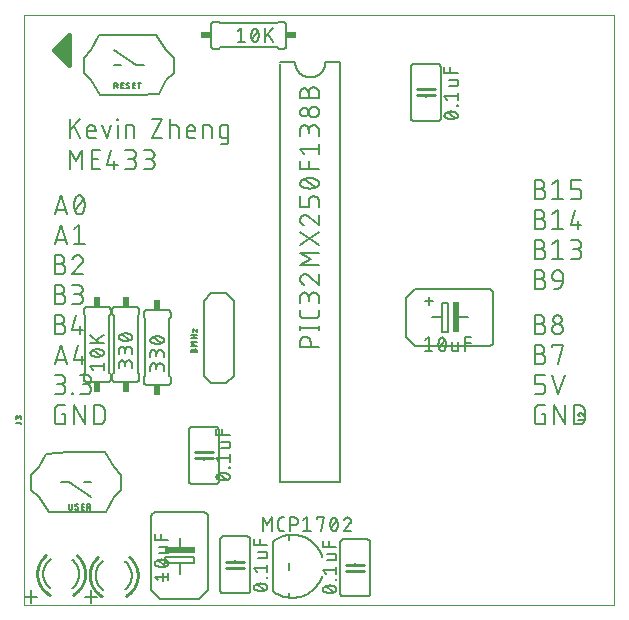
<source format=gto>
G04 EAGLE Gerber X2 export*
%TF.Part,Single*%
%TF.FileFunction,Other,Silk top*%
%TF.FilePolarity,Positive*%
%TF.GenerationSoftware,Autodesk,EAGLE,8.7.1*%
%TF.CreationDate,2018-04-17T03:08:08Z*%
G75*
%MOMM*%
%FSLAX34Y34*%
%LPD*%
%AMOC8*
5,1,8,0,0,1.08239X$1,22.5*%
G01*
%ADD10C,0.000000*%
%ADD11C,0.152400*%
%ADD12C,0.406400*%
%ADD13C,0.254000*%
%ADD14C,0.127000*%
%ADD15R,0.508000X2.540000*%
%ADD16R,2.540000X0.508000*%
%ADD17R,0.609600X0.863600*%
%ADD18R,0.863600X0.609600*%
%ADD19C,0.177800*%
%ADD20C,0.203200*%

G36*
X38142Y456577D02*
X38142Y456577D01*
X38231Y456579D01*
X38253Y456588D01*
X38276Y456591D01*
X38356Y456630D01*
X38438Y456664D01*
X38456Y456680D01*
X38477Y456690D01*
X38538Y456755D01*
X38604Y456815D01*
X38615Y456836D01*
X38631Y456853D01*
X38666Y456935D01*
X38707Y457015D01*
X38710Y457041D01*
X38719Y457060D01*
X38721Y457110D01*
X38734Y457200D01*
X38734Y482600D01*
X38722Y482671D01*
X38721Y482701D01*
X38716Y482712D01*
X38709Y482776D01*
X38699Y482797D01*
X38695Y482821D01*
X38649Y482898D01*
X38610Y482977D01*
X38593Y482994D01*
X38580Y483014D01*
X38511Y483070D01*
X38447Y483131D01*
X38425Y483140D01*
X38406Y483155D01*
X38322Y483184D01*
X38240Y483219D01*
X38216Y483220D01*
X38194Y483227D01*
X38105Y483225D01*
X38016Y483229D01*
X37993Y483221D01*
X37969Y483221D01*
X37887Y483187D01*
X37802Y483160D01*
X37781Y483144D01*
X37762Y483136D01*
X37724Y483102D01*
X37652Y483048D01*
X24952Y470348D01*
X24914Y470295D01*
X24869Y470247D01*
X24850Y470203D01*
X24823Y470164D01*
X24807Y470101D01*
X24781Y470040D01*
X24779Y469993D01*
X24768Y469947D01*
X24774Y469882D01*
X24771Y469816D01*
X24786Y469771D01*
X24791Y469724D01*
X24820Y469665D01*
X24840Y469602D01*
X24873Y469558D01*
X24890Y469523D01*
X24919Y469496D01*
X24952Y469452D01*
X37652Y456752D01*
X37725Y456701D01*
X37794Y456645D01*
X37816Y456637D01*
X37836Y456623D01*
X37922Y456601D01*
X38006Y456573D01*
X38030Y456573D01*
X38053Y456568D01*
X38142Y456577D01*
G37*
D10*
X0Y0D02*
X500000Y0D01*
X500000Y500000D01*
X0Y500000D01*
X0Y0D01*
D11*
X762Y7084D02*
X11599Y7084D01*
X6181Y1665D02*
X6181Y12502D01*
X51562Y7084D02*
X62399Y7084D01*
X56981Y1665D02*
X56981Y12502D01*
D12*
X25400Y469900D02*
X38100Y482600D01*
X38100Y457200D01*
X25400Y469900D01*
D11*
X432562Y352693D02*
X437078Y352693D01*
X437078Y352694D02*
X437211Y352692D01*
X437343Y352686D01*
X437475Y352676D01*
X437607Y352663D01*
X437739Y352645D01*
X437869Y352624D01*
X438000Y352599D01*
X438129Y352570D01*
X438257Y352537D01*
X438385Y352501D01*
X438511Y352461D01*
X438636Y352417D01*
X438760Y352369D01*
X438882Y352318D01*
X439003Y352263D01*
X439122Y352205D01*
X439240Y352143D01*
X439355Y352078D01*
X439469Y352009D01*
X439580Y351938D01*
X439689Y351862D01*
X439796Y351784D01*
X439901Y351703D01*
X440003Y351618D01*
X440103Y351531D01*
X440200Y351441D01*
X440295Y351348D01*
X440386Y351252D01*
X440475Y351154D01*
X440561Y351053D01*
X440644Y350949D01*
X440724Y350843D01*
X440800Y350735D01*
X440874Y350625D01*
X440944Y350512D01*
X441011Y350398D01*
X441074Y350281D01*
X441134Y350163D01*
X441191Y350043D01*
X441244Y349921D01*
X441293Y349798D01*
X441339Y349674D01*
X441381Y349548D01*
X441419Y349421D01*
X441454Y349293D01*
X441485Y349164D01*
X441512Y349035D01*
X441535Y348904D01*
X441555Y348773D01*
X441570Y348641D01*
X441582Y348509D01*
X441590Y348377D01*
X441594Y348244D01*
X441594Y348112D01*
X441590Y347979D01*
X441582Y347847D01*
X441570Y347715D01*
X441555Y347583D01*
X441535Y347452D01*
X441512Y347321D01*
X441485Y347192D01*
X441454Y347063D01*
X441419Y346935D01*
X441381Y346808D01*
X441339Y346682D01*
X441293Y346558D01*
X441244Y346435D01*
X441191Y346313D01*
X441134Y346193D01*
X441074Y346075D01*
X441011Y345958D01*
X440944Y345844D01*
X440874Y345731D01*
X440800Y345621D01*
X440724Y345513D01*
X440644Y345407D01*
X440561Y345303D01*
X440475Y345202D01*
X440386Y345104D01*
X440295Y345008D01*
X440200Y344915D01*
X440103Y344825D01*
X440003Y344738D01*
X439901Y344653D01*
X439796Y344572D01*
X439689Y344494D01*
X439580Y344418D01*
X439469Y344347D01*
X439355Y344278D01*
X439240Y344213D01*
X439122Y344151D01*
X439003Y344093D01*
X438882Y344038D01*
X438760Y343987D01*
X438636Y343939D01*
X438511Y343895D01*
X438385Y343855D01*
X438257Y343819D01*
X438129Y343786D01*
X438000Y343757D01*
X437869Y343732D01*
X437739Y343711D01*
X437607Y343693D01*
X437475Y343680D01*
X437343Y343670D01*
X437211Y343664D01*
X437078Y343662D01*
X432562Y343662D01*
X432562Y359918D01*
X437078Y359918D01*
X437197Y359916D01*
X437317Y359910D01*
X437436Y359900D01*
X437554Y359886D01*
X437673Y359869D01*
X437790Y359847D01*
X437907Y359822D01*
X438022Y359792D01*
X438137Y359759D01*
X438251Y359722D01*
X438363Y359682D01*
X438474Y359637D01*
X438583Y359589D01*
X438691Y359538D01*
X438797Y359483D01*
X438901Y359424D01*
X439003Y359362D01*
X439103Y359297D01*
X439201Y359228D01*
X439297Y359156D01*
X439390Y359081D01*
X439480Y359004D01*
X439568Y358923D01*
X439653Y358839D01*
X439735Y358752D01*
X439815Y358663D01*
X439891Y358571D01*
X439965Y358477D01*
X440035Y358380D01*
X440102Y358282D01*
X440166Y358181D01*
X440226Y358077D01*
X440283Y357972D01*
X440336Y357865D01*
X440386Y357757D01*
X440432Y357647D01*
X440474Y357535D01*
X440513Y357422D01*
X440548Y357308D01*
X440579Y357193D01*
X440607Y357076D01*
X440630Y356959D01*
X440650Y356842D01*
X440666Y356723D01*
X440678Y356604D01*
X440686Y356485D01*
X440690Y356366D01*
X440690Y356246D01*
X440686Y356127D01*
X440678Y356008D01*
X440666Y355889D01*
X440650Y355770D01*
X440630Y355653D01*
X440607Y355536D01*
X440579Y355419D01*
X440548Y355304D01*
X440513Y355190D01*
X440474Y355077D01*
X440432Y354965D01*
X440386Y354855D01*
X440336Y354747D01*
X440283Y354640D01*
X440226Y354535D01*
X440166Y354431D01*
X440102Y354330D01*
X440035Y354232D01*
X439965Y354135D01*
X439891Y354041D01*
X439815Y353949D01*
X439735Y353860D01*
X439653Y353773D01*
X439568Y353689D01*
X439480Y353608D01*
X439390Y353531D01*
X439297Y353456D01*
X439201Y353384D01*
X439103Y353315D01*
X439003Y353250D01*
X438901Y353188D01*
X438797Y353129D01*
X438691Y353074D01*
X438583Y353023D01*
X438474Y352975D01*
X438363Y352930D01*
X438251Y352890D01*
X438137Y352853D01*
X438022Y352820D01*
X437907Y352790D01*
X437790Y352765D01*
X437673Y352743D01*
X437554Y352726D01*
X437436Y352712D01*
X437317Y352702D01*
X437197Y352696D01*
X437078Y352694D01*
X447461Y356306D02*
X451977Y359918D01*
X451977Y343662D01*
X456492Y343662D02*
X447461Y343662D01*
X463092Y343662D02*
X468511Y343662D01*
X468629Y343664D01*
X468747Y343670D01*
X468865Y343679D01*
X468982Y343693D01*
X469099Y343710D01*
X469216Y343731D01*
X469331Y343756D01*
X469446Y343785D01*
X469560Y343818D01*
X469672Y343854D01*
X469783Y343894D01*
X469893Y343937D01*
X470002Y343984D01*
X470109Y344034D01*
X470214Y344089D01*
X470317Y344146D01*
X470418Y344207D01*
X470518Y344271D01*
X470615Y344338D01*
X470710Y344408D01*
X470802Y344482D01*
X470893Y344558D01*
X470980Y344638D01*
X471065Y344720D01*
X471147Y344805D01*
X471227Y344892D01*
X471303Y344983D01*
X471377Y345075D01*
X471447Y345170D01*
X471514Y345267D01*
X471578Y345367D01*
X471639Y345468D01*
X471696Y345571D01*
X471751Y345676D01*
X471801Y345783D01*
X471848Y345892D01*
X471891Y346002D01*
X471931Y346113D01*
X471967Y346225D01*
X472000Y346339D01*
X472029Y346454D01*
X472054Y346569D01*
X472075Y346686D01*
X472092Y346803D01*
X472106Y346920D01*
X472115Y347038D01*
X472121Y347156D01*
X472123Y347274D01*
X472124Y347274D02*
X472124Y349081D01*
X472123Y349081D02*
X472121Y349199D01*
X472115Y349317D01*
X472106Y349435D01*
X472092Y349552D01*
X472075Y349669D01*
X472054Y349786D01*
X472029Y349901D01*
X472000Y350016D01*
X471967Y350130D01*
X471931Y350242D01*
X471891Y350353D01*
X471848Y350463D01*
X471801Y350572D01*
X471751Y350679D01*
X471696Y350784D01*
X471639Y350887D01*
X471578Y350988D01*
X471514Y351088D01*
X471447Y351185D01*
X471377Y351280D01*
X471303Y351372D01*
X471227Y351463D01*
X471147Y351550D01*
X471065Y351635D01*
X470980Y351717D01*
X470893Y351797D01*
X470802Y351873D01*
X470710Y351947D01*
X470615Y352017D01*
X470518Y352084D01*
X470418Y352148D01*
X470317Y352209D01*
X470214Y352266D01*
X470109Y352321D01*
X470002Y352371D01*
X469893Y352418D01*
X469783Y352461D01*
X469672Y352501D01*
X469560Y352537D01*
X469446Y352570D01*
X469331Y352599D01*
X469216Y352624D01*
X469099Y352645D01*
X468982Y352662D01*
X468865Y352676D01*
X468747Y352685D01*
X468629Y352691D01*
X468511Y352693D01*
X463092Y352693D01*
X463092Y359918D01*
X472124Y359918D01*
X437078Y327293D02*
X432562Y327293D01*
X437078Y327294D02*
X437211Y327292D01*
X437343Y327286D01*
X437475Y327276D01*
X437607Y327263D01*
X437739Y327245D01*
X437869Y327224D01*
X438000Y327199D01*
X438129Y327170D01*
X438257Y327137D01*
X438385Y327101D01*
X438511Y327061D01*
X438636Y327017D01*
X438760Y326969D01*
X438882Y326918D01*
X439003Y326863D01*
X439122Y326805D01*
X439240Y326743D01*
X439355Y326678D01*
X439469Y326609D01*
X439580Y326538D01*
X439689Y326462D01*
X439796Y326384D01*
X439901Y326303D01*
X440003Y326218D01*
X440103Y326131D01*
X440200Y326041D01*
X440295Y325948D01*
X440386Y325852D01*
X440475Y325754D01*
X440561Y325653D01*
X440644Y325549D01*
X440724Y325443D01*
X440800Y325335D01*
X440874Y325225D01*
X440944Y325112D01*
X441011Y324998D01*
X441074Y324881D01*
X441134Y324763D01*
X441191Y324643D01*
X441244Y324521D01*
X441293Y324398D01*
X441339Y324274D01*
X441381Y324148D01*
X441419Y324021D01*
X441454Y323893D01*
X441485Y323764D01*
X441512Y323635D01*
X441535Y323504D01*
X441555Y323373D01*
X441570Y323241D01*
X441582Y323109D01*
X441590Y322977D01*
X441594Y322844D01*
X441594Y322712D01*
X441590Y322579D01*
X441582Y322447D01*
X441570Y322315D01*
X441555Y322183D01*
X441535Y322052D01*
X441512Y321921D01*
X441485Y321792D01*
X441454Y321663D01*
X441419Y321535D01*
X441381Y321408D01*
X441339Y321282D01*
X441293Y321158D01*
X441244Y321035D01*
X441191Y320913D01*
X441134Y320793D01*
X441074Y320675D01*
X441011Y320558D01*
X440944Y320444D01*
X440874Y320331D01*
X440800Y320221D01*
X440724Y320113D01*
X440644Y320007D01*
X440561Y319903D01*
X440475Y319802D01*
X440386Y319704D01*
X440295Y319608D01*
X440200Y319515D01*
X440103Y319425D01*
X440003Y319338D01*
X439901Y319253D01*
X439796Y319172D01*
X439689Y319094D01*
X439580Y319018D01*
X439469Y318947D01*
X439355Y318878D01*
X439240Y318813D01*
X439122Y318751D01*
X439003Y318693D01*
X438882Y318638D01*
X438760Y318587D01*
X438636Y318539D01*
X438511Y318495D01*
X438385Y318455D01*
X438257Y318419D01*
X438129Y318386D01*
X438000Y318357D01*
X437869Y318332D01*
X437739Y318311D01*
X437607Y318293D01*
X437475Y318280D01*
X437343Y318270D01*
X437211Y318264D01*
X437078Y318262D01*
X432562Y318262D01*
X432562Y334518D01*
X437078Y334518D01*
X437197Y334516D01*
X437317Y334510D01*
X437436Y334500D01*
X437554Y334486D01*
X437673Y334469D01*
X437790Y334447D01*
X437907Y334422D01*
X438022Y334392D01*
X438137Y334359D01*
X438251Y334322D01*
X438363Y334282D01*
X438474Y334237D01*
X438583Y334189D01*
X438691Y334138D01*
X438797Y334083D01*
X438901Y334024D01*
X439003Y333962D01*
X439103Y333897D01*
X439201Y333828D01*
X439297Y333756D01*
X439390Y333681D01*
X439480Y333604D01*
X439568Y333523D01*
X439653Y333439D01*
X439735Y333352D01*
X439815Y333263D01*
X439891Y333171D01*
X439965Y333077D01*
X440035Y332980D01*
X440102Y332882D01*
X440166Y332781D01*
X440226Y332677D01*
X440283Y332572D01*
X440336Y332465D01*
X440386Y332357D01*
X440432Y332247D01*
X440474Y332135D01*
X440513Y332022D01*
X440548Y331908D01*
X440579Y331793D01*
X440607Y331676D01*
X440630Y331559D01*
X440650Y331442D01*
X440666Y331323D01*
X440678Y331204D01*
X440686Y331085D01*
X440690Y330966D01*
X440690Y330846D01*
X440686Y330727D01*
X440678Y330608D01*
X440666Y330489D01*
X440650Y330370D01*
X440630Y330253D01*
X440607Y330136D01*
X440579Y330019D01*
X440548Y329904D01*
X440513Y329790D01*
X440474Y329677D01*
X440432Y329565D01*
X440386Y329455D01*
X440336Y329347D01*
X440283Y329240D01*
X440226Y329135D01*
X440166Y329031D01*
X440102Y328930D01*
X440035Y328832D01*
X439965Y328735D01*
X439891Y328641D01*
X439815Y328549D01*
X439735Y328460D01*
X439653Y328373D01*
X439568Y328289D01*
X439480Y328208D01*
X439390Y328131D01*
X439297Y328056D01*
X439201Y327984D01*
X439103Y327915D01*
X439003Y327850D01*
X438901Y327788D01*
X438797Y327729D01*
X438691Y327674D01*
X438583Y327623D01*
X438474Y327575D01*
X438363Y327530D01*
X438251Y327490D01*
X438137Y327453D01*
X438022Y327420D01*
X437907Y327390D01*
X437790Y327365D01*
X437673Y327343D01*
X437554Y327326D01*
X437436Y327312D01*
X437317Y327302D01*
X437197Y327296D01*
X437078Y327294D01*
X447461Y330906D02*
X451977Y334518D01*
X451977Y318262D01*
X456492Y318262D02*
X447461Y318262D01*
X463092Y321874D02*
X466705Y334518D01*
X463092Y321874D02*
X472124Y321874D01*
X469414Y318262D02*
X469414Y325487D01*
X437078Y301893D02*
X432562Y301893D01*
X437078Y301894D02*
X437211Y301892D01*
X437343Y301886D01*
X437475Y301876D01*
X437607Y301863D01*
X437739Y301845D01*
X437869Y301824D01*
X438000Y301799D01*
X438129Y301770D01*
X438257Y301737D01*
X438385Y301701D01*
X438511Y301661D01*
X438636Y301617D01*
X438760Y301569D01*
X438882Y301518D01*
X439003Y301463D01*
X439122Y301405D01*
X439240Y301343D01*
X439355Y301278D01*
X439469Y301209D01*
X439580Y301138D01*
X439689Y301062D01*
X439796Y300984D01*
X439901Y300903D01*
X440003Y300818D01*
X440103Y300731D01*
X440200Y300641D01*
X440295Y300548D01*
X440386Y300452D01*
X440475Y300354D01*
X440561Y300253D01*
X440644Y300149D01*
X440724Y300043D01*
X440800Y299935D01*
X440874Y299825D01*
X440944Y299712D01*
X441011Y299598D01*
X441074Y299481D01*
X441134Y299363D01*
X441191Y299243D01*
X441244Y299121D01*
X441293Y298998D01*
X441339Y298874D01*
X441381Y298748D01*
X441419Y298621D01*
X441454Y298493D01*
X441485Y298364D01*
X441512Y298235D01*
X441535Y298104D01*
X441555Y297973D01*
X441570Y297841D01*
X441582Y297709D01*
X441590Y297577D01*
X441594Y297444D01*
X441594Y297312D01*
X441590Y297179D01*
X441582Y297047D01*
X441570Y296915D01*
X441555Y296783D01*
X441535Y296652D01*
X441512Y296521D01*
X441485Y296392D01*
X441454Y296263D01*
X441419Y296135D01*
X441381Y296008D01*
X441339Y295882D01*
X441293Y295758D01*
X441244Y295635D01*
X441191Y295513D01*
X441134Y295393D01*
X441074Y295275D01*
X441011Y295158D01*
X440944Y295044D01*
X440874Y294931D01*
X440800Y294821D01*
X440724Y294713D01*
X440644Y294607D01*
X440561Y294503D01*
X440475Y294402D01*
X440386Y294304D01*
X440295Y294208D01*
X440200Y294115D01*
X440103Y294025D01*
X440003Y293938D01*
X439901Y293853D01*
X439796Y293772D01*
X439689Y293694D01*
X439580Y293618D01*
X439469Y293547D01*
X439355Y293478D01*
X439240Y293413D01*
X439122Y293351D01*
X439003Y293293D01*
X438882Y293238D01*
X438760Y293187D01*
X438636Y293139D01*
X438511Y293095D01*
X438385Y293055D01*
X438257Y293019D01*
X438129Y292986D01*
X438000Y292957D01*
X437869Y292932D01*
X437739Y292911D01*
X437607Y292893D01*
X437475Y292880D01*
X437343Y292870D01*
X437211Y292864D01*
X437078Y292862D01*
X432562Y292862D01*
X432562Y309118D01*
X437078Y309118D01*
X437197Y309116D01*
X437317Y309110D01*
X437436Y309100D01*
X437554Y309086D01*
X437673Y309069D01*
X437790Y309047D01*
X437907Y309022D01*
X438022Y308992D01*
X438137Y308959D01*
X438251Y308922D01*
X438363Y308882D01*
X438474Y308837D01*
X438583Y308789D01*
X438691Y308738D01*
X438797Y308683D01*
X438901Y308624D01*
X439003Y308562D01*
X439103Y308497D01*
X439201Y308428D01*
X439297Y308356D01*
X439390Y308281D01*
X439480Y308204D01*
X439568Y308123D01*
X439653Y308039D01*
X439735Y307952D01*
X439815Y307863D01*
X439891Y307771D01*
X439965Y307677D01*
X440035Y307580D01*
X440102Y307482D01*
X440166Y307381D01*
X440226Y307277D01*
X440283Y307172D01*
X440336Y307065D01*
X440386Y306957D01*
X440432Y306847D01*
X440474Y306735D01*
X440513Y306622D01*
X440548Y306508D01*
X440579Y306393D01*
X440607Y306276D01*
X440630Y306159D01*
X440650Y306042D01*
X440666Y305923D01*
X440678Y305804D01*
X440686Y305685D01*
X440690Y305566D01*
X440690Y305446D01*
X440686Y305327D01*
X440678Y305208D01*
X440666Y305089D01*
X440650Y304970D01*
X440630Y304853D01*
X440607Y304736D01*
X440579Y304619D01*
X440548Y304504D01*
X440513Y304390D01*
X440474Y304277D01*
X440432Y304165D01*
X440386Y304055D01*
X440336Y303947D01*
X440283Y303840D01*
X440226Y303735D01*
X440166Y303631D01*
X440102Y303530D01*
X440035Y303432D01*
X439965Y303335D01*
X439891Y303241D01*
X439815Y303149D01*
X439735Y303060D01*
X439653Y302973D01*
X439568Y302889D01*
X439480Y302808D01*
X439390Y302731D01*
X439297Y302656D01*
X439201Y302584D01*
X439103Y302515D01*
X439003Y302450D01*
X438901Y302388D01*
X438797Y302329D01*
X438691Y302274D01*
X438583Y302223D01*
X438474Y302175D01*
X438363Y302130D01*
X438251Y302090D01*
X438137Y302053D01*
X438022Y302020D01*
X437907Y301990D01*
X437790Y301965D01*
X437673Y301943D01*
X437554Y301926D01*
X437436Y301912D01*
X437317Y301902D01*
X437197Y301896D01*
X437078Y301894D01*
X447461Y305506D02*
X451977Y309118D01*
X451977Y292862D01*
X456492Y292862D02*
X447461Y292862D01*
X463092Y292862D02*
X467608Y292862D01*
X467741Y292864D01*
X467873Y292870D01*
X468005Y292880D01*
X468137Y292893D01*
X468269Y292911D01*
X468399Y292932D01*
X468530Y292957D01*
X468659Y292986D01*
X468787Y293019D01*
X468915Y293055D01*
X469041Y293095D01*
X469166Y293139D01*
X469290Y293187D01*
X469412Y293238D01*
X469533Y293293D01*
X469652Y293351D01*
X469770Y293413D01*
X469885Y293478D01*
X469999Y293547D01*
X470110Y293618D01*
X470219Y293694D01*
X470326Y293772D01*
X470431Y293853D01*
X470533Y293938D01*
X470633Y294025D01*
X470730Y294115D01*
X470825Y294208D01*
X470916Y294304D01*
X471005Y294402D01*
X471091Y294503D01*
X471174Y294607D01*
X471254Y294713D01*
X471330Y294821D01*
X471404Y294931D01*
X471474Y295044D01*
X471541Y295158D01*
X471604Y295275D01*
X471664Y295393D01*
X471721Y295513D01*
X471774Y295635D01*
X471823Y295758D01*
X471869Y295882D01*
X471911Y296008D01*
X471949Y296135D01*
X471984Y296263D01*
X472015Y296392D01*
X472042Y296521D01*
X472065Y296652D01*
X472085Y296783D01*
X472100Y296915D01*
X472112Y297047D01*
X472120Y297179D01*
X472124Y297312D01*
X472124Y297444D01*
X472120Y297577D01*
X472112Y297709D01*
X472100Y297841D01*
X472085Y297973D01*
X472065Y298104D01*
X472042Y298235D01*
X472015Y298364D01*
X471984Y298493D01*
X471949Y298621D01*
X471911Y298748D01*
X471869Y298874D01*
X471823Y298998D01*
X471774Y299121D01*
X471721Y299243D01*
X471664Y299363D01*
X471604Y299481D01*
X471541Y299598D01*
X471474Y299712D01*
X471404Y299825D01*
X471330Y299935D01*
X471254Y300043D01*
X471174Y300149D01*
X471091Y300253D01*
X471005Y300354D01*
X470916Y300452D01*
X470825Y300548D01*
X470730Y300641D01*
X470633Y300731D01*
X470533Y300818D01*
X470431Y300903D01*
X470326Y300984D01*
X470219Y301062D01*
X470110Y301138D01*
X469999Y301209D01*
X469885Y301278D01*
X469770Y301343D01*
X469652Y301405D01*
X469533Y301463D01*
X469412Y301518D01*
X469290Y301569D01*
X469166Y301617D01*
X469041Y301661D01*
X468915Y301701D01*
X468787Y301737D01*
X468659Y301770D01*
X468530Y301799D01*
X468399Y301824D01*
X468269Y301845D01*
X468137Y301863D01*
X468005Y301876D01*
X467873Y301886D01*
X467741Y301892D01*
X467608Y301894D01*
X468511Y309118D02*
X463092Y309118D01*
X468511Y309118D02*
X468630Y309116D01*
X468750Y309110D01*
X468869Y309100D01*
X468987Y309086D01*
X469106Y309069D01*
X469223Y309047D01*
X469340Y309022D01*
X469455Y308992D01*
X469570Y308959D01*
X469684Y308922D01*
X469796Y308882D01*
X469907Y308837D01*
X470016Y308789D01*
X470124Y308738D01*
X470230Y308683D01*
X470334Y308624D01*
X470436Y308562D01*
X470536Y308497D01*
X470634Y308428D01*
X470730Y308356D01*
X470823Y308281D01*
X470913Y308204D01*
X471001Y308123D01*
X471086Y308039D01*
X471168Y307952D01*
X471248Y307863D01*
X471324Y307771D01*
X471398Y307677D01*
X471468Y307580D01*
X471535Y307482D01*
X471599Y307381D01*
X471659Y307277D01*
X471716Y307172D01*
X471769Y307065D01*
X471819Y306957D01*
X471865Y306847D01*
X471907Y306735D01*
X471946Y306622D01*
X471981Y306508D01*
X472012Y306393D01*
X472040Y306276D01*
X472063Y306159D01*
X472083Y306042D01*
X472099Y305923D01*
X472111Y305804D01*
X472119Y305685D01*
X472123Y305566D01*
X472123Y305446D01*
X472119Y305327D01*
X472111Y305208D01*
X472099Y305089D01*
X472083Y304970D01*
X472063Y304853D01*
X472040Y304736D01*
X472012Y304619D01*
X471981Y304504D01*
X471946Y304390D01*
X471907Y304277D01*
X471865Y304165D01*
X471819Y304055D01*
X471769Y303947D01*
X471716Y303840D01*
X471659Y303735D01*
X471599Y303631D01*
X471535Y303530D01*
X471468Y303432D01*
X471398Y303335D01*
X471324Y303241D01*
X471248Y303149D01*
X471168Y303060D01*
X471086Y302973D01*
X471001Y302889D01*
X470913Y302808D01*
X470823Y302731D01*
X470730Y302656D01*
X470634Y302584D01*
X470536Y302515D01*
X470436Y302450D01*
X470334Y302388D01*
X470230Y302329D01*
X470124Y302274D01*
X470016Y302223D01*
X469907Y302175D01*
X469796Y302130D01*
X469684Y302090D01*
X469570Y302053D01*
X469455Y302020D01*
X469340Y301990D01*
X469223Y301965D01*
X469106Y301943D01*
X468987Y301926D01*
X468869Y301912D01*
X468750Y301902D01*
X468630Y301896D01*
X468511Y301894D01*
X468511Y301893D02*
X464899Y301893D01*
X437078Y276493D02*
X432562Y276493D01*
X437078Y276494D02*
X437211Y276492D01*
X437343Y276486D01*
X437475Y276476D01*
X437607Y276463D01*
X437739Y276445D01*
X437869Y276424D01*
X438000Y276399D01*
X438129Y276370D01*
X438257Y276337D01*
X438385Y276301D01*
X438511Y276261D01*
X438636Y276217D01*
X438760Y276169D01*
X438882Y276118D01*
X439003Y276063D01*
X439122Y276005D01*
X439240Y275943D01*
X439355Y275878D01*
X439469Y275809D01*
X439580Y275738D01*
X439689Y275662D01*
X439796Y275584D01*
X439901Y275503D01*
X440003Y275418D01*
X440103Y275331D01*
X440200Y275241D01*
X440295Y275148D01*
X440386Y275052D01*
X440475Y274954D01*
X440561Y274853D01*
X440644Y274749D01*
X440724Y274643D01*
X440800Y274535D01*
X440874Y274425D01*
X440944Y274312D01*
X441011Y274198D01*
X441074Y274081D01*
X441134Y273963D01*
X441191Y273843D01*
X441244Y273721D01*
X441293Y273598D01*
X441339Y273474D01*
X441381Y273348D01*
X441419Y273221D01*
X441454Y273093D01*
X441485Y272964D01*
X441512Y272835D01*
X441535Y272704D01*
X441555Y272573D01*
X441570Y272441D01*
X441582Y272309D01*
X441590Y272177D01*
X441594Y272044D01*
X441594Y271912D01*
X441590Y271779D01*
X441582Y271647D01*
X441570Y271515D01*
X441555Y271383D01*
X441535Y271252D01*
X441512Y271121D01*
X441485Y270992D01*
X441454Y270863D01*
X441419Y270735D01*
X441381Y270608D01*
X441339Y270482D01*
X441293Y270358D01*
X441244Y270235D01*
X441191Y270113D01*
X441134Y269993D01*
X441074Y269875D01*
X441011Y269758D01*
X440944Y269644D01*
X440874Y269531D01*
X440800Y269421D01*
X440724Y269313D01*
X440644Y269207D01*
X440561Y269103D01*
X440475Y269002D01*
X440386Y268904D01*
X440295Y268808D01*
X440200Y268715D01*
X440103Y268625D01*
X440003Y268538D01*
X439901Y268453D01*
X439796Y268372D01*
X439689Y268294D01*
X439580Y268218D01*
X439469Y268147D01*
X439355Y268078D01*
X439240Y268013D01*
X439122Y267951D01*
X439003Y267893D01*
X438882Y267838D01*
X438760Y267787D01*
X438636Y267739D01*
X438511Y267695D01*
X438385Y267655D01*
X438257Y267619D01*
X438129Y267586D01*
X438000Y267557D01*
X437869Y267532D01*
X437739Y267511D01*
X437607Y267493D01*
X437475Y267480D01*
X437343Y267470D01*
X437211Y267464D01*
X437078Y267462D01*
X432562Y267462D01*
X432562Y283718D01*
X437078Y283718D01*
X437197Y283716D01*
X437317Y283710D01*
X437436Y283700D01*
X437554Y283686D01*
X437673Y283669D01*
X437790Y283647D01*
X437907Y283622D01*
X438022Y283592D01*
X438137Y283559D01*
X438251Y283522D01*
X438363Y283482D01*
X438474Y283437D01*
X438583Y283389D01*
X438691Y283338D01*
X438797Y283283D01*
X438901Y283224D01*
X439003Y283162D01*
X439103Y283097D01*
X439201Y283028D01*
X439297Y282956D01*
X439390Y282881D01*
X439480Y282804D01*
X439568Y282723D01*
X439653Y282639D01*
X439735Y282552D01*
X439815Y282463D01*
X439891Y282371D01*
X439965Y282277D01*
X440035Y282180D01*
X440102Y282082D01*
X440166Y281981D01*
X440226Y281877D01*
X440283Y281772D01*
X440336Y281665D01*
X440386Y281557D01*
X440432Y281447D01*
X440474Y281335D01*
X440513Y281222D01*
X440548Y281108D01*
X440579Y280993D01*
X440607Y280876D01*
X440630Y280759D01*
X440650Y280642D01*
X440666Y280523D01*
X440678Y280404D01*
X440686Y280285D01*
X440690Y280166D01*
X440690Y280046D01*
X440686Y279927D01*
X440678Y279808D01*
X440666Y279689D01*
X440650Y279570D01*
X440630Y279453D01*
X440607Y279336D01*
X440579Y279219D01*
X440548Y279104D01*
X440513Y278990D01*
X440474Y278877D01*
X440432Y278765D01*
X440386Y278655D01*
X440336Y278547D01*
X440283Y278440D01*
X440226Y278335D01*
X440166Y278231D01*
X440102Y278130D01*
X440035Y278032D01*
X439965Y277935D01*
X439891Y277841D01*
X439815Y277749D01*
X439735Y277660D01*
X439653Y277573D01*
X439568Y277489D01*
X439480Y277408D01*
X439390Y277331D01*
X439297Y277256D01*
X439201Y277184D01*
X439103Y277115D01*
X439003Y277050D01*
X438901Y276988D01*
X438797Y276929D01*
X438691Y276874D01*
X438583Y276823D01*
X438474Y276775D01*
X438363Y276730D01*
X438251Y276690D01*
X438137Y276653D01*
X438022Y276620D01*
X437907Y276590D01*
X437790Y276565D01*
X437673Y276543D01*
X437554Y276526D01*
X437436Y276512D01*
X437317Y276502D01*
X437197Y276496D01*
X437078Y276494D01*
X451074Y274687D02*
X456492Y274687D01*
X451074Y274687D02*
X450956Y274689D01*
X450838Y274695D01*
X450720Y274704D01*
X450603Y274718D01*
X450486Y274735D01*
X450369Y274756D01*
X450254Y274781D01*
X450139Y274810D01*
X450025Y274843D01*
X449913Y274879D01*
X449802Y274919D01*
X449692Y274962D01*
X449583Y275009D01*
X449476Y275059D01*
X449371Y275114D01*
X449268Y275171D01*
X449167Y275232D01*
X449067Y275296D01*
X448970Y275363D01*
X448875Y275433D01*
X448783Y275507D01*
X448692Y275583D01*
X448605Y275663D01*
X448520Y275745D01*
X448438Y275830D01*
X448358Y275917D01*
X448282Y276008D01*
X448208Y276100D01*
X448138Y276195D01*
X448071Y276292D01*
X448007Y276392D01*
X447946Y276493D01*
X447889Y276596D01*
X447834Y276701D01*
X447784Y276808D01*
X447737Y276917D01*
X447694Y277027D01*
X447654Y277138D01*
X447618Y277250D01*
X447585Y277364D01*
X447556Y277479D01*
X447531Y277594D01*
X447510Y277711D01*
X447493Y277828D01*
X447479Y277945D01*
X447470Y278063D01*
X447464Y278181D01*
X447462Y278299D01*
X447461Y278299D02*
X447461Y279202D01*
X447463Y279335D01*
X447469Y279467D01*
X447479Y279599D01*
X447492Y279731D01*
X447510Y279863D01*
X447531Y279993D01*
X447556Y280124D01*
X447585Y280253D01*
X447618Y280381D01*
X447654Y280509D01*
X447694Y280635D01*
X447738Y280760D01*
X447786Y280884D01*
X447837Y281006D01*
X447892Y281127D01*
X447950Y281246D01*
X448012Y281364D01*
X448077Y281479D01*
X448146Y281593D01*
X448217Y281704D01*
X448293Y281813D01*
X448371Y281920D01*
X448452Y282025D01*
X448537Y282127D01*
X448624Y282227D01*
X448714Y282324D01*
X448807Y282419D01*
X448903Y282510D01*
X449001Y282599D01*
X449102Y282685D01*
X449206Y282768D01*
X449312Y282848D01*
X449420Y282924D01*
X449530Y282998D01*
X449643Y283068D01*
X449757Y283135D01*
X449874Y283198D01*
X449992Y283258D01*
X450112Y283315D01*
X450234Y283368D01*
X450357Y283417D01*
X450481Y283463D01*
X450607Y283505D01*
X450734Y283543D01*
X450862Y283578D01*
X450991Y283609D01*
X451120Y283636D01*
X451251Y283659D01*
X451382Y283679D01*
X451514Y283694D01*
X451646Y283706D01*
X451778Y283714D01*
X451911Y283718D01*
X452043Y283718D01*
X452176Y283714D01*
X452308Y283706D01*
X452440Y283694D01*
X452572Y283679D01*
X452703Y283659D01*
X452834Y283636D01*
X452963Y283609D01*
X453092Y283578D01*
X453220Y283543D01*
X453347Y283505D01*
X453473Y283463D01*
X453597Y283417D01*
X453720Y283368D01*
X453842Y283315D01*
X453962Y283258D01*
X454080Y283198D01*
X454197Y283135D01*
X454311Y283068D01*
X454424Y282998D01*
X454534Y282924D01*
X454642Y282848D01*
X454748Y282768D01*
X454852Y282685D01*
X454953Y282599D01*
X455051Y282510D01*
X455147Y282419D01*
X455240Y282324D01*
X455330Y282227D01*
X455417Y282127D01*
X455502Y282025D01*
X455583Y281920D01*
X455661Y281813D01*
X455737Y281704D01*
X455808Y281593D01*
X455877Y281479D01*
X455942Y281364D01*
X456004Y281246D01*
X456062Y281127D01*
X456117Y281006D01*
X456168Y280884D01*
X456216Y280760D01*
X456260Y280635D01*
X456300Y280509D01*
X456336Y280381D01*
X456369Y280253D01*
X456398Y280124D01*
X456423Y279993D01*
X456444Y279863D01*
X456462Y279731D01*
X456475Y279599D01*
X456485Y279467D01*
X456491Y279335D01*
X456493Y279202D01*
X456492Y279202D02*
X456492Y274687D01*
X456490Y274512D01*
X456484Y274338D01*
X456473Y274164D01*
X456458Y273990D01*
X456439Y273816D01*
X456416Y273643D01*
X456389Y273471D01*
X456357Y273299D01*
X456322Y273128D01*
X456282Y272958D01*
X456238Y272789D01*
X456190Y272621D01*
X456138Y272454D01*
X456082Y272289D01*
X456022Y272125D01*
X455959Y271962D01*
X455891Y271802D01*
X455819Y271642D01*
X455744Y271485D01*
X455664Y271329D01*
X455581Y271176D01*
X455495Y271024D01*
X455404Y270875D01*
X455310Y270728D01*
X455213Y270583D01*
X455112Y270440D01*
X455008Y270300D01*
X454900Y270163D01*
X454789Y270028D01*
X454675Y269896D01*
X454558Y269767D01*
X454437Y269640D01*
X454314Y269517D01*
X454187Y269396D01*
X454058Y269279D01*
X453926Y269165D01*
X453791Y269054D01*
X453654Y268946D01*
X453514Y268842D01*
X453371Y268741D01*
X453226Y268644D01*
X453079Y268550D01*
X452930Y268459D01*
X452778Y268373D01*
X452625Y268290D01*
X452469Y268210D01*
X452312Y268135D01*
X452152Y268063D01*
X451992Y267995D01*
X451829Y267932D01*
X451665Y267872D01*
X451500Y267816D01*
X451333Y267764D01*
X451165Y267716D01*
X450996Y267672D01*
X450826Y267632D01*
X450655Y267597D01*
X450483Y267565D01*
X450311Y267538D01*
X450138Y267515D01*
X449964Y267496D01*
X449790Y267481D01*
X449616Y267470D01*
X449442Y267464D01*
X449267Y267462D01*
X437078Y238393D02*
X432562Y238393D01*
X437078Y238394D02*
X437211Y238392D01*
X437343Y238386D01*
X437475Y238376D01*
X437607Y238363D01*
X437739Y238345D01*
X437869Y238324D01*
X438000Y238299D01*
X438129Y238270D01*
X438257Y238237D01*
X438385Y238201D01*
X438511Y238161D01*
X438636Y238117D01*
X438760Y238069D01*
X438882Y238018D01*
X439003Y237963D01*
X439122Y237905D01*
X439240Y237843D01*
X439355Y237778D01*
X439469Y237709D01*
X439580Y237638D01*
X439689Y237562D01*
X439796Y237484D01*
X439901Y237403D01*
X440003Y237318D01*
X440103Y237231D01*
X440200Y237141D01*
X440295Y237048D01*
X440386Y236952D01*
X440475Y236854D01*
X440561Y236753D01*
X440644Y236649D01*
X440724Y236543D01*
X440800Y236435D01*
X440874Y236325D01*
X440944Y236212D01*
X441011Y236098D01*
X441074Y235981D01*
X441134Y235863D01*
X441191Y235743D01*
X441244Y235621D01*
X441293Y235498D01*
X441339Y235374D01*
X441381Y235248D01*
X441419Y235121D01*
X441454Y234993D01*
X441485Y234864D01*
X441512Y234735D01*
X441535Y234604D01*
X441555Y234473D01*
X441570Y234341D01*
X441582Y234209D01*
X441590Y234077D01*
X441594Y233944D01*
X441594Y233812D01*
X441590Y233679D01*
X441582Y233547D01*
X441570Y233415D01*
X441555Y233283D01*
X441535Y233152D01*
X441512Y233021D01*
X441485Y232892D01*
X441454Y232763D01*
X441419Y232635D01*
X441381Y232508D01*
X441339Y232382D01*
X441293Y232258D01*
X441244Y232135D01*
X441191Y232013D01*
X441134Y231893D01*
X441074Y231775D01*
X441011Y231658D01*
X440944Y231544D01*
X440874Y231431D01*
X440800Y231321D01*
X440724Y231213D01*
X440644Y231107D01*
X440561Y231003D01*
X440475Y230902D01*
X440386Y230804D01*
X440295Y230708D01*
X440200Y230615D01*
X440103Y230525D01*
X440003Y230438D01*
X439901Y230353D01*
X439796Y230272D01*
X439689Y230194D01*
X439580Y230118D01*
X439469Y230047D01*
X439355Y229978D01*
X439240Y229913D01*
X439122Y229851D01*
X439003Y229793D01*
X438882Y229738D01*
X438760Y229687D01*
X438636Y229639D01*
X438511Y229595D01*
X438385Y229555D01*
X438257Y229519D01*
X438129Y229486D01*
X438000Y229457D01*
X437869Y229432D01*
X437739Y229411D01*
X437607Y229393D01*
X437475Y229380D01*
X437343Y229370D01*
X437211Y229364D01*
X437078Y229362D01*
X432562Y229362D01*
X432562Y245618D01*
X437078Y245618D01*
X437197Y245616D01*
X437317Y245610D01*
X437436Y245600D01*
X437554Y245586D01*
X437673Y245569D01*
X437790Y245547D01*
X437907Y245522D01*
X438022Y245492D01*
X438137Y245459D01*
X438251Y245422D01*
X438363Y245382D01*
X438474Y245337D01*
X438583Y245289D01*
X438691Y245238D01*
X438797Y245183D01*
X438901Y245124D01*
X439003Y245062D01*
X439103Y244997D01*
X439201Y244928D01*
X439297Y244856D01*
X439390Y244781D01*
X439480Y244704D01*
X439568Y244623D01*
X439653Y244539D01*
X439735Y244452D01*
X439815Y244363D01*
X439891Y244271D01*
X439965Y244177D01*
X440035Y244080D01*
X440102Y243982D01*
X440166Y243881D01*
X440226Y243777D01*
X440283Y243672D01*
X440336Y243565D01*
X440386Y243457D01*
X440432Y243347D01*
X440474Y243235D01*
X440513Y243122D01*
X440548Y243008D01*
X440579Y242893D01*
X440607Y242776D01*
X440630Y242659D01*
X440650Y242542D01*
X440666Y242423D01*
X440678Y242304D01*
X440686Y242185D01*
X440690Y242066D01*
X440690Y241946D01*
X440686Y241827D01*
X440678Y241708D01*
X440666Y241589D01*
X440650Y241470D01*
X440630Y241353D01*
X440607Y241236D01*
X440579Y241119D01*
X440548Y241004D01*
X440513Y240890D01*
X440474Y240777D01*
X440432Y240665D01*
X440386Y240555D01*
X440336Y240447D01*
X440283Y240340D01*
X440226Y240235D01*
X440166Y240131D01*
X440102Y240030D01*
X440035Y239932D01*
X439965Y239835D01*
X439891Y239741D01*
X439815Y239649D01*
X439735Y239560D01*
X439653Y239473D01*
X439568Y239389D01*
X439480Y239308D01*
X439390Y239231D01*
X439297Y239156D01*
X439201Y239084D01*
X439103Y239015D01*
X439003Y238950D01*
X438901Y238888D01*
X438797Y238829D01*
X438691Y238774D01*
X438583Y238723D01*
X438474Y238675D01*
X438363Y238630D01*
X438251Y238590D01*
X438137Y238553D01*
X438022Y238520D01*
X437907Y238490D01*
X437790Y238465D01*
X437673Y238443D01*
X437554Y238426D01*
X437436Y238412D01*
X437317Y238402D01*
X437197Y238396D01*
X437078Y238394D01*
X447461Y233878D02*
X447463Y234011D01*
X447469Y234143D01*
X447479Y234275D01*
X447492Y234407D01*
X447510Y234539D01*
X447531Y234669D01*
X447556Y234800D01*
X447585Y234929D01*
X447618Y235057D01*
X447654Y235185D01*
X447694Y235311D01*
X447738Y235436D01*
X447786Y235560D01*
X447837Y235682D01*
X447892Y235803D01*
X447950Y235922D01*
X448012Y236040D01*
X448077Y236155D01*
X448146Y236269D01*
X448217Y236380D01*
X448293Y236489D01*
X448371Y236596D01*
X448452Y236701D01*
X448537Y236803D01*
X448624Y236903D01*
X448714Y237000D01*
X448807Y237095D01*
X448903Y237186D01*
X449001Y237275D01*
X449102Y237361D01*
X449206Y237444D01*
X449312Y237524D01*
X449420Y237600D01*
X449530Y237674D01*
X449643Y237744D01*
X449757Y237811D01*
X449874Y237874D01*
X449992Y237934D01*
X450112Y237991D01*
X450234Y238044D01*
X450357Y238093D01*
X450481Y238139D01*
X450607Y238181D01*
X450734Y238219D01*
X450862Y238254D01*
X450991Y238285D01*
X451120Y238312D01*
X451251Y238335D01*
X451382Y238355D01*
X451514Y238370D01*
X451646Y238382D01*
X451778Y238390D01*
X451911Y238394D01*
X452043Y238394D01*
X452176Y238390D01*
X452308Y238382D01*
X452440Y238370D01*
X452572Y238355D01*
X452703Y238335D01*
X452834Y238312D01*
X452963Y238285D01*
X453092Y238254D01*
X453220Y238219D01*
X453347Y238181D01*
X453473Y238139D01*
X453597Y238093D01*
X453720Y238044D01*
X453842Y237991D01*
X453962Y237934D01*
X454080Y237874D01*
X454197Y237811D01*
X454311Y237744D01*
X454424Y237674D01*
X454534Y237600D01*
X454642Y237524D01*
X454748Y237444D01*
X454852Y237361D01*
X454953Y237275D01*
X455051Y237186D01*
X455147Y237095D01*
X455240Y237000D01*
X455330Y236903D01*
X455417Y236803D01*
X455502Y236701D01*
X455583Y236596D01*
X455661Y236489D01*
X455737Y236380D01*
X455808Y236269D01*
X455877Y236155D01*
X455942Y236040D01*
X456004Y235922D01*
X456062Y235803D01*
X456117Y235682D01*
X456168Y235560D01*
X456216Y235436D01*
X456260Y235311D01*
X456300Y235185D01*
X456336Y235057D01*
X456369Y234929D01*
X456398Y234800D01*
X456423Y234669D01*
X456444Y234539D01*
X456462Y234407D01*
X456475Y234275D01*
X456485Y234143D01*
X456491Y234011D01*
X456493Y233878D01*
X456491Y233745D01*
X456485Y233613D01*
X456475Y233481D01*
X456462Y233349D01*
X456444Y233217D01*
X456423Y233087D01*
X456398Y232956D01*
X456369Y232827D01*
X456336Y232699D01*
X456300Y232571D01*
X456260Y232445D01*
X456216Y232320D01*
X456168Y232196D01*
X456117Y232074D01*
X456062Y231953D01*
X456004Y231834D01*
X455942Y231716D01*
X455877Y231601D01*
X455808Y231487D01*
X455737Y231376D01*
X455661Y231267D01*
X455583Y231160D01*
X455502Y231055D01*
X455417Y230953D01*
X455330Y230853D01*
X455240Y230756D01*
X455147Y230661D01*
X455051Y230570D01*
X454953Y230481D01*
X454852Y230395D01*
X454748Y230312D01*
X454642Y230232D01*
X454534Y230156D01*
X454424Y230082D01*
X454311Y230012D01*
X454197Y229945D01*
X454080Y229882D01*
X453962Y229822D01*
X453842Y229765D01*
X453720Y229712D01*
X453597Y229663D01*
X453473Y229617D01*
X453347Y229575D01*
X453220Y229537D01*
X453092Y229502D01*
X452963Y229471D01*
X452834Y229444D01*
X452703Y229421D01*
X452572Y229401D01*
X452440Y229386D01*
X452308Y229374D01*
X452176Y229366D01*
X452043Y229362D01*
X451911Y229362D01*
X451778Y229366D01*
X451646Y229374D01*
X451514Y229386D01*
X451382Y229401D01*
X451251Y229421D01*
X451120Y229444D01*
X450991Y229471D01*
X450862Y229502D01*
X450734Y229537D01*
X450607Y229575D01*
X450481Y229617D01*
X450357Y229663D01*
X450234Y229712D01*
X450112Y229765D01*
X449992Y229822D01*
X449874Y229882D01*
X449757Y229945D01*
X449643Y230012D01*
X449530Y230082D01*
X449420Y230156D01*
X449312Y230232D01*
X449206Y230312D01*
X449102Y230395D01*
X449001Y230481D01*
X448903Y230570D01*
X448807Y230661D01*
X448714Y230756D01*
X448624Y230853D01*
X448537Y230953D01*
X448452Y231055D01*
X448371Y231160D01*
X448293Y231267D01*
X448217Y231376D01*
X448146Y231487D01*
X448077Y231601D01*
X448012Y231716D01*
X447950Y231834D01*
X447892Y231953D01*
X447837Y232074D01*
X447786Y232196D01*
X447738Y232320D01*
X447694Y232445D01*
X447654Y232571D01*
X447618Y232699D01*
X447585Y232827D01*
X447556Y232956D01*
X447531Y233087D01*
X447510Y233217D01*
X447492Y233349D01*
X447479Y233481D01*
X447469Y233613D01*
X447463Y233745D01*
X447461Y233878D01*
X448365Y242006D02*
X448367Y242125D01*
X448373Y242245D01*
X448383Y242364D01*
X448397Y242482D01*
X448414Y242601D01*
X448436Y242718D01*
X448461Y242835D01*
X448491Y242950D01*
X448524Y243065D01*
X448561Y243179D01*
X448601Y243291D01*
X448646Y243402D01*
X448694Y243511D01*
X448745Y243619D01*
X448800Y243725D01*
X448859Y243829D01*
X448921Y243931D01*
X448986Y244031D01*
X449055Y244129D01*
X449127Y244225D01*
X449202Y244318D01*
X449279Y244408D01*
X449360Y244496D01*
X449444Y244581D01*
X449531Y244663D01*
X449620Y244743D01*
X449712Y244819D01*
X449806Y244893D01*
X449903Y244963D01*
X450001Y245030D01*
X450102Y245094D01*
X450206Y245154D01*
X450311Y245211D01*
X450418Y245264D01*
X450526Y245314D01*
X450636Y245360D01*
X450748Y245402D01*
X450861Y245441D01*
X450975Y245476D01*
X451090Y245507D01*
X451207Y245535D01*
X451324Y245558D01*
X451441Y245578D01*
X451560Y245594D01*
X451679Y245606D01*
X451798Y245614D01*
X451917Y245618D01*
X452037Y245618D01*
X452156Y245614D01*
X452275Y245606D01*
X452394Y245594D01*
X452513Y245578D01*
X452630Y245558D01*
X452747Y245535D01*
X452864Y245507D01*
X452979Y245476D01*
X453093Y245441D01*
X453206Y245402D01*
X453318Y245360D01*
X453428Y245314D01*
X453536Y245264D01*
X453643Y245211D01*
X453748Y245154D01*
X453852Y245094D01*
X453953Y245030D01*
X454051Y244963D01*
X454148Y244893D01*
X454242Y244819D01*
X454334Y244743D01*
X454423Y244663D01*
X454510Y244581D01*
X454594Y244496D01*
X454675Y244408D01*
X454752Y244318D01*
X454827Y244225D01*
X454899Y244129D01*
X454968Y244031D01*
X455033Y243931D01*
X455095Y243829D01*
X455154Y243725D01*
X455209Y243619D01*
X455260Y243511D01*
X455308Y243402D01*
X455353Y243291D01*
X455393Y243179D01*
X455430Y243065D01*
X455463Y242950D01*
X455493Y242835D01*
X455518Y242718D01*
X455540Y242601D01*
X455557Y242482D01*
X455571Y242364D01*
X455581Y242245D01*
X455587Y242125D01*
X455589Y242006D01*
X455587Y241887D01*
X455581Y241767D01*
X455571Y241648D01*
X455557Y241530D01*
X455540Y241411D01*
X455518Y241294D01*
X455493Y241177D01*
X455463Y241062D01*
X455430Y240947D01*
X455393Y240833D01*
X455353Y240721D01*
X455308Y240610D01*
X455260Y240501D01*
X455209Y240393D01*
X455154Y240287D01*
X455095Y240183D01*
X455033Y240081D01*
X454968Y239981D01*
X454899Y239883D01*
X454827Y239787D01*
X454752Y239694D01*
X454675Y239604D01*
X454594Y239516D01*
X454510Y239431D01*
X454423Y239349D01*
X454334Y239269D01*
X454242Y239193D01*
X454148Y239119D01*
X454051Y239049D01*
X453953Y238982D01*
X453852Y238918D01*
X453748Y238858D01*
X453643Y238801D01*
X453536Y238748D01*
X453428Y238698D01*
X453318Y238652D01*
X453206Y238610D01*
X453093Y238571D01*
X452979Y238536D01*
X452864Y238505D01*
X452747Y238477D01*
X452630Y238454D01*
X452513Y238434D01*
X452394Y238418D01*
X452275Y238406D01*
X452156Y238398D01*
X452037Y238394D01*
X451917Y238394D01*
X451798Y238398D01*
X451679Y238406D01*
X451560Y238418D01*
X451441Y238434D01*
X451324Y238454D01*
X451207Y238477D01*
X451090Y238505D01*
X450975Y238536D01*
X450861Y238571D01*
X450748Y238610D01*
X450636Y238652D01*
X450526Y238698D01*
X450418Y238748D01*
X450311Y238801D01*
X450206Y238858D01*
X450102Y238918D01*
X450001Y238982D01*
X449903Y239049D01*
X449806Y239119D01*
X449712Y239193D01*
X449620Y239269D01*
X449531Y239349D01*
X449444Y239431D01*
X449360Y239516D01*
X449279Y239604D01*
X449202Y239694D01*
X449127Y239787D01*
X449055Y239883D01*
X448986Y239981D01*
X448921Y240081D01*
X448859Y240183D01*
X448800Y240287D01*
X448745Y240393D01*
X448694Y240501D01*
X448646Y240610D01*
X448601Y240721D01*
X448561Y240833D01*
X448524Y240947D01*
X448491Y241062D01*
X448461Y241177D01*
X448436Y241294D01*
X448414Y241411D01*
X448397Y241530D01*
X448383Y241648D01*
X448373Y241767D01*
X448367Y241887D01*
X448365Y242006D01*
X437078Y212993D02*
X432562Y212993D01*
X437078Y212994D02*
X437211Y212992D01*
X437343Y212986D01*
X437475Y212976D01*
X437607Y212963D01*
X437739Y212945D01*
X437869Y212924D01*
X438000Y212899D01*
X438129Y212870D01*
X438257Y212837D01*
X438385Y212801D01*
X438511Y212761D01*
X438636Y212717D01*
X438760Y212669D01*
X438882Y212618D01*
X439003Y212563D01*
X439122Y212505D01*
X439240Y212443D01*
X439355Y212378D01*
X439469Y212309D01*
X439580Y212238D01*
X439689Y212162D01*
X439796Y212084D01*
X439901Y212003D01*
X440003Y211918D01*
X440103Y211831D01*
X440200Y211741D01*
X440295Y211648D01*
X440386Y211552D01*
X440475Y211454D01*
X440561Y211353D01*
X440644Y211249D01*
X440724Y211143D01*
X440800Y211035D01*
X440874Y210925D01*
X440944Y210812D01*
X441011Y210698D01*
X441074Y210581D01*
X441134Y210463D01*
X441191Y210343D01*
X441244Y210221D01*
X441293Y210098D01*
X441339Y209974D01*
X441381Y209848D01*
X441419Y209721D01*
X441454Y209593D01*
X441485Y209464D01*
X441512Y209335D01*
X441535Y209204D01*
X441555Y209073D01*
X441570Y208941D01*
X441582Y208809D01*
X441590Y208677D01*
X441594Y208544D01*
X441594Y208412D01*
X441590Y208279D01*
X441582Y208147D01*
X441570Y208015D01*
X441555Y207883D01*
X441535Y207752D01*
X441512Y207621D01*
X441485Y207492D01*
X441454Y207363D01*
X441419Y207235D01*
X441381Y207108D01*
X441339Y206982D01*
X441293Y206858D01*
X441244Y206735D01*
X441191Y206613D01*
X441134Y206493D01*
X441074Y206375D01*
X441011Y206258D01*
X440944Y206144D01*
X440874Y206031D01*
X440800Y205921D01*
X440724Y205813D01*
X440644Y205707D01*
X440561Y205603D01*
X440475Y205502D01*
X440386Y205404D01*
X440295Y205308D01*
X440200Y205215D01*
X440103Y205125D01*
X440003Y205038D01*
X439901Y204953D01*
X439796Y204872D01*
X439689Y204794D01*
X439580Y204718D01*
X439469Y204647D01*
X439355Y204578D01*
X439240Y204513D01*
X439122Y204451D01*
X439003Y204393D01*
X438882Y204338D01*
X438760Y204287D01*
X438636Y204239D01*
X438511Y204195D01*
X438385Y204155D01*
X438257Y204119D01*
X438129Y204086D01*
X438000Y204057D01*
X437869Y204032D01*
X437739Y204011D01*
X437607Y203993D01*
X437475Y203980D01*
X437343Y203970D01*
X437211Y203964D01*
X437078Y203962D01*
X432562Y203962D01*
X432562Y220218D01*
X437078Y220218D01*
X437197Y220216D01*
X437317Y220210D01*
X437436Y220200D01*
X437554Y220186D01*
X437673Y220169D01*
X437790Y220147D01*
X437907Y220122D01*
X438022Y220092D01*
X438137Y220059D01*
X438251Y220022D01*
X438363Y219982D01*
X438474Y219937D01*
X438583Y219889D01*
X438691Y219838D01*
X438797Y219783D01*
X438901Y219724D01*
X439003Y219662D01*
X439103Y219597D01*
X439201Y219528D01*
X439297Y219456D01*
X439390Y219381D01*
X439480Y219304D01*
X439568Y219223D01*
X439653Y219139D01*
X439735Y219052D01*
X439815Y218963D01*
X439891Y218871D01*
X439965Y218777D01*
X440035Y218680D01*
X440102Y218582D01*
X440166Y218481D01*
X440226Y218377D01*
X440283Y218272D01*
X440336Y218165D01*
X440386Y218057D01*
X440432Y217947D01*
X440474Y217835D01*
X440513Y217722D01*
X440548Y217608D01*
X440579Y217493D01*
X440607Y217376D01*
X440630Y217259D01*
X440650Y217142D01*
X440666Y217023D01*
X440678Y216904D01*
X440686Y216785D01*
X440690Y216666D01*
X440690Y216546D01*
X440686Y216427D01*
X440678Y216308D01*
X440666Y216189D01*
X440650Y216070D01*
X440630Y215953D01*
X440607Y215836D01*
X440579Y215719D01*
X440548Y215604D01*
X440513Y215490D01*
X440474Y215377D01*
X440432Y215265D01*
X440386Y215155D01*
X440336Y215047D01*
X440283Y214940D01*
X440226Y214835D01*
X440166Y214731D01*
X440102Y214630D01*
X440035Y214532D01*
X439965Y214435D01*
X439891Y214341D01*
X439815Y214249D01*
X439735Y214160D01*
X439653Y214073D01*
X439568Y213989D01*
X439480Y213908D01*
X439390Y213831D01*
X439297Y213756D01*
X439201Y213684D01*
X439103Y213615D01*
X439003Y213550D01*
X438901Y213488D01*
X438797Y213429D01*
X438691Y213374D01*
X438583Y213323D01*
X438474Y213275D01*
X438363Y213230D01*
X438251Y213190D01*
X438137Y213153D01*
X438022Y213120D01*
X437907Y213090D01*
X437790Y213065D01*
X437673Y213043D01*
X437554Y213026D01*
X437436Y213012D01*
X437317Y213002D01*
X437197Y212996D01*
X437078Y212994D01*
X447461Y218412D02*
X447461Y220218D01*
X456492Y220218D01*
X451977Y203962D01*
X437981Y178562D02*
X432562Y178562D01*
X437981Y178562D02*
X438099Y178564D01*
X438217Y178570D01*
X438335Y178579D01*
X438452Y178593D01*
X438569Y178610D01*
X438686Y178631D01*
X438801Y178656D01*
X438916Y178685D01*
X439030Y178718D01*
X439142Y178754D01*
X439253Y178794D01*
X439363Y178837D01*
X439472Y178884D01*
X439579Y178934D01*
X439684Y178989D01*
X439787Y179046D01*
X439888Y179107D01*
X439988Y179171D01*
X440085Y179238D01*
X440180Y179308D01*
X440272Y179382D01*
X440363Y179458D01*
X440450Y179538D01*
X440535Y179620D01*
X440617Y179705D01*
X440697Y179792D01*
X440773Y179883D01*
X440847Y179975D01*
X440917Y180070D01*
X440984Y180167D01*
X441048Y180267D01*
X441109Y180368D01*
X441166Y180471D01*
X441221Y180576D01*
X441271Y180683D01*
X441318Y180792D01*
X441361Y180902D01*
X441401Y181013D01*
X441437Y181125D01*
X441470Y181239D01*
X441499Y181354D01*
X441524Y181469D01*
X441545Y181586D01*
X441562Y181703D01*
X441576Y181820D01*
X441585Y181938D01*
X441591Y182056D01*
X441593Y182174D01*
X441593Y183981D01*
X441591Y184099D01*
X441585Y184217D01*
X441576Y184335D01*
X441562Y184452D01*
X441545Y184569D01*
X441524Y184686D01*
X441499Y184801D01*
X441470Y184916D01*
X441437Y185030D01*
X441401Y185142D01*
X441361Y185253D01*
X441318Y185363D01*
X441271Y185472D01*
X441221Y185579D01*
X441166Y185684D01*
X441109Y185787D01*
X441048Y185888D01*
X440984Y185988D01*
X440917Y186085D01*
X440847Y186180D01*
X440773Y186272D01*
X440697Y186363D01*
X440617Y186450D01*
X440535Y186535D01*
X440450Y186617D01*
X440363Y186697D01*
X440272Y186773D01*
X440180Y186847D01*
X440085Y186917D01*
X439988Y186984D01*
X439888Y187048D01*
X439787Y187109D01*
X439684Y187166D01*
X439579Y187221D01*
X439472Y187271D01*
X439363Y187318D01*
X439253Y187361D01*
X439142Y187401D01*
X439030Y187437D01*
X438916Y187470D01*
X438801Y187499D01*
X438686Y187524D01*
X438569Y187545D01*
X438452Y187562D01*
X438335Y187576D01*
X438217Y187585D01*
X438099Y187591D01*
X437981Y187593D01*
X432562Y187593D01*
X432562Y194818D01*
X441593Y194818D01*
X447290Y194818D02*
X452709Y178562D01*
X458127Y194818D01*
X441593Y162193D02*
X438884Y162193D01*
X441593Y162193D02*
X441593Y153162D01*
X436174Y153162D01*
X436056Y153164D01*
X435938Y153170D01*
X435820Y153179D01*
X435703Y153193D01*
X435586Y153210D01*
X435469Y153231D01*
X435354Y153256D01*
X435239Y153285D01*
X435125Y153318D01*
X435013Y153354D01*
X434902Y153394D01*
X434792Y153437D01*
X434683Y153484D01*
X434576Y153534D01*
X434471Y153589D01*
X434368Y153646D01*
X434267Y153707D01*
X434167Y153771D01*
X434070Y153838D01*
X433975Y153908D01*
X433883Y153982D01*
X433792Y154058D01*
X433705Y154138D01*
X433620Y154220D01*
X433538Y154305D01*
X433458Y154392D01*
X433382Y154483D01*
X433308Y154575D01*
X433238Y154670D01*
X433171Y154767D01*
X433107Y154867D01*
X433046Y154968D01*
X432989Y155071D01*
X432934Y155176D01*
X432884Y155283D01*
X432837Y155392D01*
X432794Y155502D01*
X432754Y155613D01*
X432718Y155725D01*
X432685Y155839D01*
X432656Y155954D01*
X432631Y156069D01*
X432610Y156186D01*
X432593Y156303D01*
X432579Y156420D01*
X432570Y156538D01*
X432564Y156656D01*
X432562Y156774D01*
X432562Y165806D01*
X432564Y165924D01*
X432570Y166042D01*
X432579Y166160D01*
X432593Y166277D01*
X432610Y166394D01*
X432631Y166511D01*
X432656Y166626D01*
X432685Y166741D01*
X432718Y166855D01*
X432754Y166967D01*
X432794Y167078D01*
X432837Y167188D01*
X432884Y167297D01*
X432934Y167404D01*
X432988Y167509D01*
X433046Y167612D01*
X433107Y167713D01*
X433171Y167813D01*
X433238Y167910D01*
X433308Y168005D01*
X433382Y168097D01*
X433458Y168188D01*
X433538Y168275D01*
X433620Y168360D01*
X433705Y168442D01*
X433792Y168522D01*
X433883Y168598D01*
X433975Y168672D01*
X434070Y168742D01*
X434167Y168809D01*
X434267Y168873D01*
X434368Y168934D01*
X434471Y168991D01*
X434576Y169045D01*
X434683Y169096D01*
X434792Y169143D01*
X434902Y169186D01*
X435013Y169226D01*
X435125Y169262D01*
X435239Y169295D01*
X435354Y169324D01*
X435469Y169349D01*
X435586Y169370D01*
X435703Y169387D01*
X435820Y169401D01*
X435938Y169410D01*
X436056Y169416D01*
X436174Y169418D01*
X441593Y169418D01*
X449235Y169418D02*
X449235Y153162D01*
X458266Y153162D02*
X449235Y169418D01*
X458266Y169418D02*
X458266Y153162D01*
X465909Y153162D02*
X465909Y169418D01*
X470424Y169418D01*
X470555Y169416D01*
X470687Y169410D01*
X470818Y169401D01*
X470948Y169387D01*
X471079Y169370D01*
X471208Y169349D01*
X471337Y169325D01*
X471465Y169296D01*
X471593Y169264D01*
X471719Y169228D01*
X471844Y169189D01*
X471969Y169146D01*
X472091Y169099D01*
X472213Y169049D01*
X472333Y168995D01*
X472451Y168938D01*
X472567Y168877D01*
X472682Y168813D01*
X472795Y168746D01*
X472906Y168675D01*
X473014Y168601D01*
X473121Y168524D01*
X473225Y168444D01*
X473327Y168361D01*
X473426Y168276D01*
X473523Y168187D01*
X473617Y168095D01*
X473709Y168001D01*
X473798Y167904D01*
X473883Y167805D01*
X473966Y167703D01*
X474046Y167599D01*
X474123Y167492D01*
X474197Y167384D01*
X474268Y167273D01*
X474335Y167160D01*
X474399Y167045D01*
X474460Y166929D01*
X474517Y166811D01*
X474571Y166691D01*
X474621Y166569D01*
X474668Y166447D01*
X474711Y166322D01*
X474750Y166197D01*
X474786Y166071D01*
X474818Y165943D01*
X474847Y165815D01*
X474871Y165686D01*
X474892Y165557D01*
X474909Y165426D01*
X474923Y165296D01*
X474932Y165165D01*
X474938Y165033D01*
X474940Y164902D01*
X474940Y157678D01*
X474938Y157547D01*
X474932Y157415D01*
X474923Y157284D01*
X474909Y157154D01*
X474892Y157023D01*
X474871Y156894D01*
X474847Y156765D01*
X474818Y156637D01*
X474786Y156509D01*
X474750Y156383D01*
X474711Y156258D01*
X474668Y156133D01*
X474621Y156011D01*
X474571Y155889D01*
X474517Y155769D01*
X474460Y155651D01*
X474399Y155535D01*
X474335Y155420D01*
X474268Y155307D01*
X474197Y155196D01*
X474123Y155088D01*
X474046Y154981D01*
X473966Y154877D01*
X473883Y154775D01*
X473798Y154676D01*
X473709Y154579D01*
X473617Y154485D01*
X473523Y154393D01*
X473426Y154304D01*
X473327Y154219D01*
X473225Y154136D01*
X473121Y154056D01*
X473014Y153979D01*
X472906Y153905D01*
X472795Y153834D01*
X472682Y153767D01*
X472567Y153703D01*
X472451Y153642D01*
X472333Y153585D01*
X472213Y153531D01*
X472091Y153481D01*
X471969Y153434D01*
X471844Y153391D01*
X471719Y153352D01*
X471593Y153316D01*
X471465Y153284D01*
X471337Y153255D01*
X471208Y153231D01*
X471078Y153210D01*
X470948Y153193D01*
X470818Y153179D01*
X470687Y153170D01*
X470555Y153164D01*
X470424Y153162D01*
X465909Y153162D01*
X26162Y330962D02*
X31581Y347218D01*
X36999Y330962D01*
X35645Y335026D02*
X27517Y335026D01*
X42697Y339090D02*
X42701Y339410D01*
X42712Y339729D01*
X42731Y340049D01*
X42758Y340367D01*
X42792Y340685D01*
X42834Y341002D01*
X42884Y341318D01*
X42941Y341633D01*
X43005Y341946D01*
X43077Y342258D01*
X43156Y342568D01*
X43243Y342875D01*
X43337Y343181D01*
X43438Y343484D01*
X43547Y343785D01*
X43662Y344083D01*
X43785Y344379D01*
X43915Y344671D01*
X44052Y344960D01*
X44051Y344961D02*
X44090Y345069D01*
X44133Y345176D01*
X44179Y345281D01*
X44230Y345385D01*
X44283Y345487D01*
X44340Y345587D01*
X44401Y345685D01*
X44465Y345780D01*
X44532Y345874D01*
X44603Y345965D01*
X44676Y346054D01*
X44753Y346140D01*
X44832Y346223D01*
X44914Y346304D01*
X44999Y346382D01*
X45087Y346456D01*
X45177Y346528D01*
X45269Y346596D01*
X45364Y346662D01*
X45461Y346724D01*
X45560Y346782D01*
X45662Y346838D01*
X45764Y346889D01*
X45869Y346937D01*
X45975Y346982D01*
X46083Y347023D01*
X46192Y347060D01*
X46302Y347093D01*
X46414Y347122D01*
X46526Y347148D01*
X46639Y347170D01*
X46753Y347187D01*
X46867Y347201D01*
X46982Y347211D01*
X47097Y347217D01*
X47212Y347219D01*
X47212Y347218D02*
X47327Y347216D01*
X47442Y347210D01*
X47557Y347200D01*
X47671Y347186D01*
X47785Y347169D01*
X47898Y347147D01*
X48010Y347121D01*
X48122Y347092D01*
X48232Y347059D01*
X48341Y347022D01*
X48449Y346981D01*
X48555Y346936D01*
X48660Y346888D01*
X48762Y346837D01*
X48863Y346781D01*
X48963Y346723D01*
X49060Y346661D01*
X49154Y346596D01*
X49247Y346527D01*
X49337Y346455D01*
X49425Y346381D01*
X49510Y346303D01*
X49592Y346222D01*
X49671Y346139D01*
X49748Y346053D01*
X49821Y345964D01*
X49892Y345873D01*
X49959Y345779D01*
X50023Y345684D01*
X50084Y345586D01*
X50141Y345486D01*
X50194Y345384D01*
X50245Y345280D01*
X50291Y345175D01*
X50334Y345068D01*
X50373Y344960D01*
X50372Y344960D02*
X50509Y344671D01*
X50639Y344379D01*
X50762Y344083D01*
X50877Y343785D01*
X50986Y343484D01*
X51087Y343181D01*
X51181Y342875D01*
X51268Y342568D01*
X51347Y342258D01*
X51419Y341946D01*
X51483Y341633D01*
X51540Y341318D01*
X51590Y341002D01*
X51632Y340685D01*
X51666Y340367D01*
X51693Y340049D01*
X51712Y339729D01*
X51723Y339410D01*
X51727Y339090D01*
X42697Y339090D02*
X42701Y338770D01*
X42712Y338451D01*
X42731Y338131D01*
X42758Y337813D01*
X42792Y337495D01*
X42834Y337178D01*
X42884Y336862D01*
X42941Y336547D01*
X43005Y336234D01*
X43077Y335922D01*
X43156Y335612D01*
X43243Y335305D01*
X43337Y334999D01*
X43438Y334696D01*
X43547Y334395D01*
X43662Y334097D01*
X43785Y333801D01*
X43915Y333509D01*
X44052Y333220D01*
X44051Y333220D02*
X44090Y333112D01*
X44133Y333005D01*
X44179Y332900D01*
X44230Y332796D01*
X44283Y332694D01*
X44340Y332594D01*
X44401Y332496D01*
X44465Y332401D01*
X44532Y332307D01*
X44603Y332216D01*
X44676Y332127D01*
X44753Y332041D01*
X44832Y331958D01*
X44914Y331877D01*
X44999Y331799D01*
X45087Y331725D01*
X45177Y331653D01*
X45270Y331584D01*
X45364Y331519D01*
X45461Y331457D01*
X45561Y331399D01*
X45662Y331343D01*
X45764Y331292D01*
X45869Y331244D01*
X45975Y331199D01*
X46083Y331158D01*
X46192Y331121D01*
X46302Y331088D01*
X46414Y331059D01*
X46526Y331033D01*
X46639Y331011D01*
X46753Y330994D01*
X46867Y330980D01*
X46982Y330970D01*
X47097Y330964D01*
X47212Y330962D01*
X50372Y333220D02*
X50509Y333509D01*
X50639Y333801D01*
X50762Y334097D01*
X50877Y334395D01*
X50986Y334696D01*
X51087Y334999D01*
X51181Y335305D01*
X51268Y335612D01*
X51347Y335922D01*
X51419Y336234D01*
X51483Y336547D01*
X51540Y336862D01*
X51590Y337178D01*
X51632Y337495D01*
X51666Y337813D01*
X51693Y338131D01*
X51712Y338451D01*
X51723Y338770D01*
X51727Y339090D01*
X50373Y333220D02*
X50334Y333112D01*
X50291Y333005D01*
X50245Y332900D01*
X50194Y332796D01*
X50141Y332694D01*
X50084Y332594D01*
X50023Y332496D01*
X49959Y332401D01*
X49892Y332307D01*
X49821Y332216D01*
X49748Y332127D01*
X49671Y332041D01*
X49592Y331958D01*
X49510Y331877D01*
X49425Y331799D01*
X49337Y331725D01*
X49247Y331653D01*
X49154Y331584D01*
X49060Y331519D01*
X48963Y331457D01*
X48863Y331399D01*
X48762Y331343D01*
X48659Y331292D01*
X48555Y331244D01*
X48449Y331199D01*
X48341Y331158D01*
X48232Y331121D01*
X48122Y331088D01*
X48010Y331059D01*
X47898Y331033D01*
X47785Y331011D01*
X47671Y330994D01*
X47557Y330980D01*
X47442Y330970D01*
X47327Y330964D01*
X47212Y330962D01*
X43599Y334574D02*
X50824Y343606D01*
X31581Y321818D02*
X26162Y305562D01*
X36999Y305562D02*
X31581Y321818D01*
X35645Y309626D02*
X27517Y309626D01*
X42696Y318206D02*
X47212Y321818D01*
X47212Y305562D01*
X51727Y305562D02*
X42696Y305562D01*
X30678Y289193D02*
X26162Y289193D01*
X30678Y289194D02*
X30811Y289192D01*
X30943Y289186D01*
X31075Y289176D01*
X31207Y289163D01*
X31339Y289145D01*
X31469Y289124D01*
X31600Y289099D01*
X31729Y289070D01*
X31857Y289037D01*
X31985Y289001D01*
X32111Y288961D01*
X32236Y288917D01*
X32360Y288869D01*
X32482Y288818D01*
X32603Y288763D01*
X32722Y288705D01*
X32840Y288643D01*
X32955Y288578D01*
X33069Y288509D01*
X33180Y288438D01*
X33289Y288362D01*
X33396Y288284D01*
X33501Y288203D01*
X33603Y288118D01*
X33703Y288031D01*
X33800Y287941D01*
X33895Y287848D01*
X33986Y287752D01*
X34075Y287654D01*
X34161Y287553D01*
X34244Y287449D01*
X34324Y287343D01*
X34400Y287235D01*
X34474Y287125D01*
X34544Y287012D01*
X34611Y286898D01*
X34674Y286781D01*
X34734Y286663D01*
X34791Y286543D01*
X34844Y286421D01*
X34893Y286298D01*
X34939Y286174D01*
X34981Y286048D01*
X35019Y285921D01*
X35054Y285793D01*
X35085Y285664D01*
X35112Y285535D01*
X35135Y285404D01*
X35155Y285273D01*
X35170Y285141D01*
X35182Y285009D01*
X35190Y284877D01*
X35194Y284744D01*
X35194Y284612D01*
X35190Y284479D01*
X35182Y284347D01*
X35170Y284215D01*
X35155Y284083D01*
X35135Y283952D01*
X35112Y283821D01*
X35085Y283692D01*
X35054Y283563D01*
X35019Y283435D01*
X34981Y283308D01*
X34939Y283182D01*
X34893Y283058D01*
X34844Y282935D01*
X34791Y282813D01*
X34734Y282693D01*
X34674Y282575D01*
X34611Y282458D01*
X34544Y282344D01*
X34474Y282231D01*
X34400Y282121D01*
X34324Y282013D01*
X34244Y281907D01*
X34161Y281803D01*
X34075Y281702D01*
X33986Y281604D01*
X33895Y281508D01*
X33800Y281415D01*
X33703Y281325D01*
X33603Y281238D01*
X33501Y281153D01*
X33396Y281072D01*
X33289Y280994D01*
X33180Y280918D01*
X33069Y280847D01*
X32955Y280778D01*
X32840Y280713D01*
X32722Y280651D01*
X32603Y280593D01*
X32482Y280538D01*
X32360Y280487D01*
X32236Y280439D01*
X32111Y280395D01*
X31985Y280355D01*
X31857Y280319D01*
X31729Y280286D01*
X31600Y280257D01*
X31469Y280232D01*
X31339Y280211D01*
X31207Y280193D01*
X31075Y280180D01*
X30943Y280170D01*
X30811Y280164D01*
X30678Y280162D01*
X26162Y280162D01*
X26162Y296418D01*
X30678Y296418D01*
X30797Y296416D01*
X30917Y296410D01*
X31036Y296400D01*
X31154Y296386D01*
X31273Y296369D01*
X31390Y296347D01*
X31507Y296322D01*
X31622Y296292D01*
X31737Y296259D01*
X31851Y296222D01*
X31963Y296182D01*
X32074Y296137D01*
X32183Y296089D01*
X32291Y296038D01*
X32397Y295983D01*
X32501Y295924D01*
X32603Y295862D01*
X32703Y295797D01*
X32801Y295728D01*
X32897Y295656D01*
X32990Y295581D01*
X33080Y295504D01*
X33168Y295423D01*
X33253Y295339D01*
X33335Y295252D01*
X33415Y295163D01*
X33491Y295071D01*
X33565Y294977D01*
X33635Y294880D01*
X33702Y294782D01*
X33766Y294681D01*
X33826Y294577D01*
X33883Y294472D01*
X33936Y294365D01*
X33986Y294257D01*
X34032Y294147D01*
X34074Y294035D01*
X34113Y293922D01*
X34148Y293808D01*
X34179Y293693D01*
X34207Y293576D01*
X34230Y293459D01*
X34250Y293342D01*
X34266Y293223D01*
X34278Y293104D01*
X34286Y292985D01*
X34290Y292866D01*
X34290Y292746D01*
X34286Y292627D01*
X34278Y292508D01*
X34266Y292389D01*
X34250Y292270D01*
X34230Y292153D01*
X34207Y292036D01*
X34179Y291919D01*
X34148Y291804D01*
X34113Y291690D01*
X34074Y291577D01*
X34032Y291465D01*
X33986Y291355D01*
X33936Y291247D01*
X33883Y291140D01*
X33826Y291035D01*
X33766Y290931D01*
X33702Y290830D01*
X33635Y290732D01*
X33565Y290635D01*
X33491Y290541D01*
X33415Y290449D01*
X33335Y290360D01*
X33253Y290273D01*
X33168Y290189D01*
X33080Y290108D01*
X32990Y290031D01*
X32897Y289956D01*
X32801Y289884D01*
X32703Y289815D01*
X32603Y289750D01*
X32501Y289688D01*
X32397Y289629D01*
X32291Y289574D01*
X32183Y289523D01*
X32074Y289475D01*
X31963Y289430D01*
X31851Y289390D01*
X31737Y289353D01*
X31622Y289320D01*
X31507Y289290D01*
X31390Y289265D01*
X31273Y289243D01*
X31154Y289226D01*
X31036Y289212D01*
X30917Y289202D01*
X30797Y289196D01*
X30678Y289194D01*
X46028Y296418D02*
X46153Y296416D01*
X46278Y296410D01*
X46403Y296401D01*
X46527Y296387D01*
X46651Y296370D01*
X46775Y296349D01*
X46897Y296324D01*
X47019Y296295D01*
X47140Y296263D01*
X47260Y296227D01*
X47379Y296187D01*
X47496Y296144D01*
X47612Y296097D01*
X47727Y296046D01*
X47839Y295992D01*
X47951Y295934D01*
X48060Y295874D01*
X48167Y295809D01*
X48273Y295742D01*
X48376Y295671D01*
X48477Y295597D01*
X48576Y295520D01*
X48672Y295440D01*
X48766Y295357D01*
X48857Y295272D01*
X48946Y295183D01*
X49031Y295092D01*
X49114Y294998D01*
X49194Y294902D01*
X49271Y294803D01*
X49345Y294702D01*
X49416Y294599D01*
X49483Y294493D01*
X49548Y294386D01*
X49608Y294277D01*
X49666Y294165D01*
X49720Y294053D01*
X49771Y293938D01*
X49818Y293822D01*
X49861Y293705D01*
X49901Y293586D01*
X49937Y293466D01*
X49969Y293345D01*
X49998Y293223D01*
X50023Y293101D01*
X50044Y292977D01*
X50061Y292853D01*
X50075Y292729D01*
X50084Y292604D01*
X50090Y292479D01*
X50092Y292354D01*
X46028Y296418D02*
X45885Y296416D01*
X45743Y296410D01*
X45600Y296400D01*
X45458Y296387D01*
X45317Y296369D01*
X45175Y296348D01*
X45035Y296323D01*
X44895Y296294D01*
X44756Y296261D01*
X44618Y296224D01*
X44481Y296184D01*
X44346Y296140D01*
X44211Y296092D01*
X44078Y296040D01*
X43946Y295985D01*
X43816Y295926D01*
X43688Y295864D01*
X43561Y295798D01*
X43436Y295729D01*
X43313Y295657D01*
X43193Y295581D01*
X43074Y295502D01*
X42957Y295419D01*
X42843Y295334D01*
X42731Y295245D01*
X42622Y295154D01*
X42515Y295059D01*
X42410Y294962D01*
X42309Y294861D01*
X42210Y294758D01*
X42114Y294653D01*
X42021Y294544D01*
X41931Y294433D01*
X41844Y294320D01*
X41760Y294205D01*
X41680Y294087D01*
X41602Y293967D01*
X41528Y293845D01*
X41458Y293721D01*
X41390Y293595D01*
X41327Y293467D01*
X41266Y293338D01*
X41209Y293207D01*
X41156Y293075D01*
X41107Y292941D01*
X41061Y292806D01*
X48737Y289193D02*
X48831Y289285D01*
X48921Y289379D01*
X49009Y289476D01*
X49094Y289576D01*
X49176Y289678D01*
X49255Y289783D01*
X49330Y289890D01*
X49402Y289999D01*
X49471Y290110D01*
X49537Y290224D01*
X49599Y290339D01*
X49658Y290456D01*
X49713Y290575D01*
X49764Y290695D01*
X49812Y290817D01*
X49857Y290940D01*
X49897Y291064D01*
X49934Y291190D01*
X49967Y291317D01*
X49996Y291444D01*
X50022Y291573D01*
X50043Y291702D01*
X50061Y291832D01*
X50074Y291962D01*
X50084Y292092D01*
X50090Y292223D01*
X50092Y292354D01*
X48738Y289193D02*
X41061Y280162D01*
X50092Y280162D01*
X30678Y263793D02*
X26162Y263793D01*
X30678Y263794D02*
X30811Y263792D01*
X30943Y263786D01*
X31075Y263776D01*
X31207Y263763D01*
X31339Y263745D01*
X31469Y263724D01*
X31600Y263699D01*
X31729Y263670D01*
X31857Y263637D01*
X31985Y263601D01*
X32111Y263561D01*
X32236Y263517D01*
X32360Y263469D01*
X32482Y263418D01*
X32603Y263363D01*
X32722Y263305D01*
X32840Y263243D01*
X32955Y263178D01*
X33069Y263109D01*
X33180Y263038D01*
X33289Y262962D01*
X33396Y262884D01*
X33501Y262803D01*
X33603Y262718D01*
X33703Y262631D01*
X33800Y262541D01*
X33895Y262448D01*
X33986Y262352D01*
X34075Y262254D01*
X34161Y262153D01*
X34244Y262049D01*
X34324Y261943D01*
X34400Y261835D01*
X34474Y261725D01*
X34544Y261612D01*
X34611Y261498D01*
X34674Y261381D01*
X34734Y261263D01*
X34791Y261143D01*
X34844Y261021D01*
X34893Y260898D01*
X34939Y260774D01*
X34981Y260648D01*
X35019Y260521D01*
X35054Y260393D01*
X35085Y260264D01*
X35112Y260135D01*
X35135Y260004D01*
X35155Y259873D01*
X35170Y259741D01*
X35182Y259609D01*
X35190Y259477D01*
X35194Y259344D01*
X35194Y259212D01*
X35190Y259079D01*
X35182Y258947D01*
X35170Y258815D01*
X35155Y258683D01*
X35135Y258552D01*
X35112Y258421D01*
X35085Y258292D01*
X35054Y258163D01*
X35019Y258035D01*
X34981Y257908D01*
X34939Y257782D01*
X34893Y257658D01*
X34844Y257535D01*
X34791Y257413D01*
X34734Y257293D01*
X34674Y257175D01*
X34611Y257058D01*
X34544Y256944D01*
X34474Y256831D01*
X34400Y256721D01*
X34324Y256613D01*
X34244Y256507D01*
X34161Y256403D01*
X34075Y256302D01*
X33986Y256204D01*
X33895Y256108D01*
X33800Y256015D01*
X33703Y255925D01*
X33603Y255838D01*
X33501Y255753D01*
X33396Y255672D01*
X33289Y255594D01*
X33180Y255518D01*
X33069Y255447D01*
X32955Y255378D01*
X32840Y255313D01*
X32722Y255251D01*
X32603Y255193D01*
X32482Y255138D01*
X32360Y255087D01*
X32236Y255039D01*
X32111Y254995D01*
X31985Y254955D01*
X31857Y254919D01*
X31729Y254886D01*
X31600Y254857D01*
X31469Y254832D01*
X31339Y254811D01*
X31207Y254793D01*
X31075Y254780D01*
X30943Y254770D01*
X30811Y254764D01*
X30678Y254762D01*
X26162Y254762D01*
X26162Y271018D01*
X30678Y271018D01*
X30797Y271016D01*
X30917Y271010D01*
X31036Y271000D01*
X31154Y270986D01*
X31273Y270969D01*
X31390Y270947D01*
X31507Y270922D01*
X31622Y270892D01*
X31737Y270859D01*
X31851Y270822D01*
X31963Y270782D01*
X32074Y270737D01*
X32183Y270689D01*
X32291Y270638D01*
X32397Y270583D01*
X32501Y270524D01*
X32603Y270462D01*
X32703Y270397D01*
X32801Y270328D01*
X32897Y270256D01*
X32990Y270181D01*
X33080Y270104D01*
X33168Y270023D01*
X33253Y269939D01*
X33335Y269852D01*
X33415Y269763D01*
X33491Y269671D01*
X33565Y269577D01*
X33635Y269480D01*
X33702Y269382D01*
X33766Y269281D01*
X33826Y269177D01*
X33883Y269072D01*
X33936Y268965D01*
X33986Y268857D01*
X34032Y268747D01*
X34074Y268635D01*
X34113Y268522D01*
X34148Y268408D01*
X34179Y268293D01*
X34207Y268176D01*
X34230Y268059D01*
X34250Y267942D01*
X34266Y267823D01*
X34278Y267704D01*
X34286Y267585D01*
X34290Y267466D01*
X34290Y267346D01*
X34286Y267227D01*
X34278Y267108D01*
X34266Y266989D01*
X34250Y266870D01*
X34230Y266753D01*
X34207Y266636D01*
X34179Y266519D01*
X34148Y266404D01*
X34113Y266290D01*
X34074Y266177D01*
X34032Y266065D01*
X33986Y265955D01*
X33936Y265847D01*
X33883Y265740D01*
X33826Y265635D01*
X33766Y265531D01*
X33702Y265430D01*
X33635Y265332D01*
X33565Y265235D01*
X33491Y265141D01*
X33415Y265049D01*
X33335Y264960D01*
X33253Y264873D01*
X33168Y264789D01*
X33080Y264708D01*
X32990Y264631D01*
X32897Y264556D01*
X32801Y264484D01*
X32703Y264415D01*
X32603Y264350D01*
X32501Y264288D01*
X32397Y264229D01*
X32291Y264174D01*
X32183Y264123D01*
X32074Y264075D01*
X31963Y264030D01*
X31851Y263990D01*
X31737Y263953D01*
X31622Y263920D01*
X31507Y263890D01*
X31390Y263865D01*
X31273Y263843D01*
X31154Y263826D01*
X31036Y263812D01*
X30917Y263802D01*
X30797Y263796D01*
X30678Y263794D01*
X41061Y254762D02*
X45577Y254762D01*
X45710Y254764D01*
X45842Y254770D01*
X45974Y254780D01*
X46106Y254793D01*
X46238Y254811D01*
X46368Y254832D01*
X46499Y254857D01*
X46628Y254886D01*
X46756Y254919D01*
X46884Y254955D01*
X47010Y254995D01*
X47135Y255039D01*
X47259Y255087D01*
X47381Y255138D01*
X47502Y255193D01*
X47621Y255251D01*
X47739Y255313D01*
X47854Y255378D01*
X47968Y255447D01*
X48079Y255518D01*
X48188Y255594D01*
X48295Y255672D01*
X48400Y255753D01*
X48502Y255838D01*
X48602Y255925D01*
X48699Y256015D01*
X48794Y256108D01*
X48885Y256204D01*
X48974Y256302D01*
X49060Y256403D01*
X49143Y256507D01*
X49223Y256613D01*
X49299Y256721D01*
X49373Y256831D01*
X49443Y256944D01*
X49510Y257058D01*
X49573Y257175D01*
X49633Y257293D01*
X49690Y257413D01*
X49743Y257535D01*
X49792Y257658D01*
X49838Y257782D01*
X49880Y257908D01*
X49918Y258035D01*
X49953Y258163D01*
X49984Y258292D01*
X50011Y258421D01*
X50034Y258552D01*
X50054Y258683D01*
X50069Y258815D01*
X50081Y258947D01*
X50089Y259079D01*
X50093Y259212D01*
X50093Y259344D01*
X50089Y259477D01*
X50081Y259609D01*
X50069Y259741D01*
X50054Y259873D01*
X50034Y260004D01*
X50011Y260135D01*
X49984Y260264D01*
X49953Y260393D01*
X49918Y260521D01*
X49880Y260648D01*
X49838Y260774D01*
X49792Y260898D01*
X49743Y261021D01*
X49690Y261143D01*
X49633Y261263D01*
X49573Y261381D01*
X49510Y261498D01*
X49443Y261612D01*
X49373Y261725D01*
X49299Y261835D01*
X49223Y261943D01*
X49143Y262049D01*
X49060Y262153D01*
X48974Y262254D01*
X48885Y262352D01*
X48794Y262448D01*
X48699Y262541D01*
X48602Y262631D01*
X48502Y262718D01*
X48400Y262803D01*
X48295Y262884D01*
X48188Y262962D01*
X48079Y263038D01*
X47968Y263109D01*
X47854Y263178D01*
X47739Y263243D01*
X47621Y263305D01*
X47502Y263363D01*
X47381Y263418D01*
X47259Y263469D01*
X47135Y263517D01*
X47010Y263561D01*
X46884Y263601D01*
X46756Y263637D01*
X46628Y263670D01*
X46499Y263699D01*
X46368Y263724D01*
X46238Y263745D01*
X46106Y263763D01*
X45974Y263776D01*
X45842Y263786D01*
X45710Y263792D01*
X45577Y263794D01*
X46480Y271018D02*
X41061Y271018D01*
X46480Y271018D02*
X46599Y271016D01*
X46719Y271010D01*
X46838Y271000D01*
X46956Y270986D01*
X47075Y270969D01*
X47192Y270947D01*
X47309Y270922D01*
X47424Y270892D01*
X47539Y270859D01*
X47653Y270822D01*
X47765Y270782D01*
X47876Y270737D01*
X47985Y270689D01*
X48093Y270638D01*
X48199Y270583D01*
X48303Y270524D01*
X48405Y270462D01*
X48505Y270397D01*
X48603Y270328D01*
X48699Y270256D01*
X48792Y270181D01*
X48882Y270104D01*
X48970Y270023D01*
X49055Y269939D01*
X49137Y269852D01*
X49217Y269763D01*
X49293Y269671D01*
X49367Y269577D01*
X49437Y269480D01*
X49504Y269382D01*
X49568Y269281D01*
X49628Y269177D01*
X49685Y269072D01*
X49738Y268965D01*
X49788Y268857D01*
X49834Y268747D01*
X49876Y268635D01*
X49915Y268522D01*
X49950Y268408D01*
X49981Y268293D01*
X50009Y268176D01*
X50032Y268059D01*
X50052Y267942D01*
X50068Y267823D01*
X50080Y267704D01*
X50088Y267585D01*
X50092Y267466D01*
X50092Y267346D01*
X50088Y267227D01*
X50080Y267108D01*
X50068Y266989D01*
X50052Y266870D01*
X50032Y266753D01*
X50009Y266636D01*
X49981Y266519D01*
X49950Y266404D01*
X49915Y266290D01*
X49876Y266177D01*
X49834Y266065D01*
X49788Y265955D01*
X49738Y265847D01*
X49685Y265740D01*
X49628Y265635D01*
X49568Y265531D01*
X49504Y265430D01*
X49437Y265332D01*
X49367Y265235D01*
X49293Y265141D01*
X49217Y265049D01*
X49137Y264960D01*
X49055Y264873D01*
X48970Y264789D01*
X48882Y264708D01*
X48792Y264631D01*
X48699Y264556D01*
X48603Y264484D01*
X48505Y264415D01*
X48405Y264350D01*
X48303Y264288D01*
X48199Y264229D01*
X48093Y264174D01*
X47985Y264123D01*
X47876Y264075D01*
X47765Y264030D01*
X47653Y263990D01*
X47539Y263953D01*
X47424Y263920D01*
X47309Y263890D01*
X47192Y263865D01*
X47075Y263843D01*
X46956Y263826D01*
X46838Y263812D01*
X46719Y263802D01*
X46599Y263796D01*
X46480Y263794D01*
X46480Y263793D02*
X42867Y263793D01*
X30678Y238393D02*
X26162Y238393D01*
X30678Y238394D02*
X30811Y238392D01*
X30943Y238386D01*
X31075Y238376D01*
X31207Y238363D01*
X31339Y238345D01*
X31469Y238324D01*
X31600Y238299D01*
X31729Y238270D01*
X31857Y238237D01*
X31985Y238201D01*
X32111Y238161D01*
X32236Y238117D01*
X32360Y238069D01*
X32482Y238018D01*
X32603Y237963D01*
X32722Y237905D01*
X32840Y237843D01*
X32955Y237778D01*
X33069Y237709D01*
X33180Y237638D01*
X33289Y237562D01*
X33396Y237484D01*
X33501Y237403D01*
X33603Y237318D01*
X33703Y237231D01*
X33800Y237141D01*
X33895Y237048D01*
X33986Y236952D01*
X34075Y236854D01*
X34161Y236753D01*
X34244Y236649D01*
X34324Y236543D01*
X34400Y236435D01*
X34474Y236325D01*
X34544Y236212D01*
X34611Y236098D01*
X34674Y235981D01*
X34734Y235863D01*
X34791Y235743D01*
X34844Y235621D01*
X34893Y235498D01*
X34939Y235374D01*
X34981Y235248D01*
X35019Y235121D01*
X35054Y234993D01*
X35085Y234864D01*
X35112Y234735D01*
X35135Y234604D01*
X35155Y234473D01*
X35170Y234341D01*
X35182Y234209D01*
X35190Y234077D01*
X35194Y233944D01*
X35194Y233812D01*
X35190Y233679D01*
X35182Y233547D01*
X35170Y233415D01*
X35155Y233283D01*
X35135Y233152D01*
X35112Y233021D01*
X35085Y232892D01*
X35054Y232763D01*
X35019Y232635D01*
X34981Y232508D01*
X34939Y232382D01*
X34893Y232258D01*
X34844Y232135D01*
X34791Y232013D01*
X34734Y231893D01*
X34674Y231775D01*
X34611Y231658D01*
X34544Y231544D01*
X34474Y231431D01*
X34400Y231321D01*
X34324Y231213D01*
X34244Y231107D01*
X34161Y231003D01*
X34075Y230902D01*
X33986Y230804D01*
X33895Y230708D01*
X33800Y230615D01*
X33703Y230525D01*
X33603Y230438D01*
X33501Y230353D01*
X33396Y230272D01*
X33289Y230194D01*
X33180Y230118D01*
X33069Y230047D01*
X32955Y229978D01*
X32840Y229913D01*
X32722Y229851D01*
X32603Y229793D01*
X32482Y229738D01*
X32360Y229687D01*
X32236Y229639D01*
X32111Y229595D01*
X31985Y229555D01*
X31857Y229519D01*
X31729Y229486D01*
X31600Y229457D01*
X31469Y229432D01*
X31339Y229411D01*
X31207Y229393D01*
X31075Y229380D01*
X30943Y229370D01*
X30811Y229364D01*
X30678Y229362D01*
X26162Y229362D01*
X26162Y245618D01*
X30678Y245618D01*
X30797Y245616D01*
X30917Y245610D01*
X31036Y245600D01*
X31154Y245586D01*
X31273Y245569D01*
X31390Y245547D01*
X31507Y245522D01*
X31622Y245492D01*
X31737Y245459D01*
X31851Y245422D01*
X31963Y245382D01*
X32074Y245337D01*
X32183Y245289D01*
X32291Y245238D01*
X32397Y245183D01*
X32501Y245124D01*
X32603Y245062D01*
X32703Y244997D01*
X32801Y244928D01*
X32897Y244856D01*
X32990Y244781D01*
X33080Y244704D01*
X33168Y244623D01*
X33253Y244539D01*
X33335Y244452D01*
X33415Y244363D01*
X33491Y244271D01*
X33565Y244177D01*
X33635Y244080D01*
X33702Y243982D01*
X33766Y243881D01*
X33826Y243777D01*
X33883Y243672D01*
X33936Y243565D01*
X33986Y243457D01*
X34032Y243347D01*
X34074Y243235D01*
X34113Y243122D01*
X34148Y243008D01*
X34179Y242893D01*
X34207Y242776D01*
X34230Y242659D01*
X34250Y242542D01*
X34266Y242423D01*
X34278Y242304D01*
X34286Y242185D01*
X34290Y242066D01*
X34290Y241946D01*
X34286Y241827D01*
X34278Y241708D01*
X34266Y241589D01*
X34250Y241470D01*
X34230Y241353D01*
X34207Y241236D01*
X34179Y241119D01*
X34148Y241004D01*
X34113Y240890D01*
X34074Y240777D01*
X34032Y240665D01*
X33986Y240555D01*
X33936Y240447D01*
X33883Y240340D01*
X33826Y240235D01*
X33766Y240131D01*
X33702Y240030D01*
X33635Y239932D01*
X33565Y239835D01*
X33491Y239741D01*
X33415Y239649D01*
X33335Y239560D01*
X33253Y239473D01*
X33168Y239389D01*
X33080Y239308D01*
X32990Y239231D01*
X32897Y239156D01*
X32801Y239084D01*
X32703Y239015D01*
X32603Y238950D01*
X32501Y238888D01*
X32397Y238829D01*
X32291Y238774D01*
X32183Y238723D01*
X32074Y238675D01*
X31963Y238630D01*
X31851Y238590D01*
X31737Y238553D01*
X31622Y238520D01*
X31507Y238490D01*
X31390Y238465D01*
X31273Y238443D01*
X31154Y238426D01*
X31036Y238412D01*
X30917Y238402D01*
X30797Y238396D01*
X30678Y238394D01*
X41061Y232974D02*
X44674Y245618D01*
X41061Y232974D02*
X50092Y232974D01*
X47383Y236587D02*
X47383Y229362D01*
X31581Y220218D02*
X26162Y203962D01*
X36999Y203962D02*
X31581Y220218D01*
X35645Y208026D02*
X27517Y208026D01*
X42696Y207574D02*
X46309Y220218D01*
X42696Y207574D02*
X51727Y207574D01*
X49018Y211187D02*
X49018Y203962D01*
X30678Y178562D02*
X26162Y178562D01*
X30678Y178562D02*
X30811Y178564D01*
X30943Y178570D01*
X31075Y178580D01*
X31207Y178593D01*
X31339Y178611D01*
X31469Y178632D01*
X31600Y178657D01*
X31729Y178686D01*
X31857Y178719D01*
X31985Y178755D01*
X32111Y178795D01*
X32236Y178839D01*
X32360Y178887D01*
X32482Y178938D01*
X32603Y178993D01*
X32722Y179051D01*
X32840Y179113D01*
X32955Y179178D01*
X33069Y179247D01*
X33180Y179318D01*
X33289Y179394D01*
X33396Y179472D01*
X33501Y179553D01*
X33603Y179638D01*
X33703Y179725D01*
X33800Y179815D01*
X33895Y179908D01*
X33986Y180004D01*
X34075Y180102D01*
X34161Y180203D01*
X34244Y180307D01*
X34324Y180413D01*
X34400Y180521D01*
X34474Y180631D01*
X34544Y180744D01*
X34611Y180858D01*
X34674Y180975D01*
X34734Y181093D01*
X34791Y181213D01*
X34844Y181335D01*
X34893Y181458D01*
X34939Y181582D01*
X34981Y181708D01*
X35019Y181835D01*
X35054Y181963D01*
X35085Y182092D01*
X35112Y182221D01*
X35135Y182352D01*
X35155Y182483D01*
X35170Y182615D01*
X35182Y182747D01*
X35190Y182879D01*
X35194Y183012D01*
X35194Y183144D01*
X35190Y183277D01*
X35182Y183409D01*
X35170Y183541D01*
X35155Y183673D01*
X35135Y183804D01*
X35112Y183935D01*
X35085Y184064D01*
X35054Y184193D01*
X35019Y184321D01*
X34981Y184448D01*
X34939Y184574D01*
X34893Y184698D01*
X34844Y184821D01*
X34791Y184943D01*
X34734Y185063D01*
X34674Y185181D01*
X34611Y185298D01*
X34544Y185412D01*
X34474Y185525D01*
X34400Y185635D01*
X34324Y185743D01*
X34244Y185849D01*
X34161Y185953D01*
X34075Y186054D01*
X33986Y186152D01*
X33895Y186248D01*
X33800Y186341D01*
X33703Y186431D01*
X33603Y186518D01*
X33501Y186603D01*
X33396Y186684D01*
X33289Y186762D01*
X33180Y186838D01*
X33069Y186909D01*
X32955Y186978D01*
X32840Y187043D01*
X32722Y187105D01*
X32603Y187163D01*
X32482Y187218D01*
X32360Y187269D01*
X32236Y187317D01*
X32111Y187361D01*
X31985Y187401D01*
X31857Y187437D01*
X31729Y187470D01*
X31600Y187499D01*
X31469Y187524D01*
X31339Y187545D01*
X31207Y187563D01*
X31075Y187576D01*
X30943Y187586D01*
X30811Y187592D01*
X30678Y187594D01*
X31581Y194818D02*
X26162Y194818D01*
X31581Y194818D02*
X31700Y194816D01*
X31820Y194810D01*
X31939Y194800D01*
X32057Y194786D01*
X32176Y194769D01*
X32293Y194747D01*
X32410Y194722D01*
X32525Y194692D01*
X32640Y194659D01*
X32754Y194622D01*
X32866Y194582D01*
X32977Y194537D01*
X33086Y194489D01*
X33194Y194438D01*
X33300Y194383D01*
X33404Y194324D01*
X33506Y194262D01*
X33606Y194197D01*
X33704Y194128D01*
X33800Y194056D01*
X33893Y193981D01*
X33983Y193904D01*
X34071Y193823D01*
X34156Y193739D01*
X34238Y193652D01*
X34318Y193563D01*
X34394Y193471D01*
X34468Y193377D01*
X34538Y193280D01*
X34605Y193182D01*
X34669Y193081D01*
X34729Y192977D01*
X34786Y192872D01*
X34839Y192765D01*
X34889Y192657D01*
X34935Y192547D01*
X34977Y192435D01*
X35016Y192322D01*
X35051Y192208D01*
X35082Y192093D01*
X35110Y191976D01*
X35133Y191859D01*
X35153Y191742D01*
X35169Y191623D01*
X35181Y191504D01*
X35189Y191385D01*
X35193Y191266D01*
X35193Y191146D01*
X35189Y191027D01*
X35181Y190908D01*
X35169Y190789D01*
X35153Y190670D01*
X35133Y190553D01*
X35110Y190436D01*
X35082Y190319D01*
X35051Y190204D01*
X35016Y190090D01*
X34977Y189977D01*
X34935Y189865D01*
X34889Y189755D01*
X34839Y189647D01*
X34786Y189540D01*
X34729Y189435D01*
X34669Y189331D01*
X34605Y189230D01*
X34538Y189132D01*
X34468Y189035D01*
X34394Y188941D01*
X34318Y188849D01*
X34238Y188760D01*
X34156Y188673D01*
X34071Y188589D01*
X33983Y188508D01*
X33893Y188431D01*
X33800Y188356D01*
X33704Y188284D01*
X33606Y188215D01*
X33506Y188150D01*
X33404Y188088D01*
X33300Y188029D01*
X33194Y187974D01*
X33086Y187923D01*
X32977Y187875D01*
X32866Y187830D01*
X32754Y187790D01*
X32640Y187753D01*
X32525Y187720D01*
X32410Y187690D01*
X32293Y187665D01*
X32176Y187643D01*
X32057Y187626D01*
X31939Y187612D01*
X31820Y187602D01*
X31700Y187596D01*
X31581Y187594D01*
X31581Y187593D02*
X27968Y187593D01*
X41168Y179465D02*
X41168Y178562D01*
X41168Y179465D02*
X42071Y179465D01*
X42071Y178562D01*
X41168Y178562D01*
X48046Y178562D02*
X52561Y178562D01*
X52694Y178564D01*
X52826Y178570D01*
X52958Y178580D01*
X53090Y178593D01*
X53222Y178611D01*
X53352Y178632D01*
X53483Y178657D01*
X53612Y178686D01*
X53740Y178719D01*
X53868Y178755D01*
X53994Y178795D01*
X54119Y178839D01*
X54243Y178887D01*
X54365Y178938D01*
X54486Y178993D01*
X54605Y179051D01*
X54723Y179113D01*
X54838Y179178D01*
X54952Y179247D01*
X55063Y179318D01*
X55172Y179394D01*
X55279Y179472D01*
X55384Y179553D01*
X55486Y179638D01*
X55586Y179725D01*
X55683Y179815D01*
X55778Y179908D01*
X55869Y180004D01*
X55958Y180102D01*
X56044Y180203D01*
X56127Y180307D01*
X56207Y180413D01*
X56283Y180521D01*
X56357Y180631D01*
X56427Y180744D01*
X56494Y180858D01*
X56557Y180975D01*
X56617Y181093D01*
X56674Y181213D01*
X56727Y181335D01*
X56776Y181458D01*
X56822Y181582D01*
X56864Y181708D01*
X56902Y181835D01*
X56937Y181963D01*
X56968Y182092D01*
X56995Y182221D01*
X57018Y182352D01*
X57038Y182483D01*
X57053Y182615D01*
X57065Y182747D01*
X57073Y182879D01*
X57077Y183012D01*
X57077Y183144D01*
X57073Y183277D01*
X57065Y183409D01*
X57053Y183541D01*
X57038Y183673D01*
X57018Y183804D01*
X56995Y183935D01*
X56968Y184064D01*
X56937Y184193D01*
X56902Y184321D01*
X56864Y184448D01*
X56822Y184574D01*
X56776Y184698D01*
X56727Y184821D01*
X56674Y184943D01*
X56617Y185063D01*
X56557Y185181D01*
X56494Y185298D01*
X56427Y185412D01*
X56357Y185525D01*
X56283Y185635D01*
X56207Y185743D01*
X56127Y185849D01*
X56044Y185953D01*
X55958Y186054D01*
X55869Y186152D01*
X55778Y186248D01*
X55683Y186341D01*
X55586Y186431D01*
X55486Y186518D01*
X55384Y186603D01*
X55279Y186684D01*
X55172Y186762D01*
X55063Y186838D01*
X54952Y186909D01*
X54838Y186978D01*
X54723Y187043D01*
X54605Y187105D01*
X54486Y187163D01*
X54365Y187218D01*
X54243Y187269D01*
X54119Y187317D01*
X53994Y187361D01*
X53868Y187401D01*
X53740Y187437D01*
X53612Y187470D01*
X53483Y187499D01*
X53352Y187524D01*
X53222Y187545D01*
X53090Y187563D01*
X52958Y187576D01*
X52826Y187586D01*
X52694Y187592D01*
X52561Y187594D01*
X53464Y194818D02*
X48046Y194818D01*
X53464Y194818D02*
X53583Y194816D01*
X53703Y194810D01*
X53822Y194800D01*
X53940Y194786D01*
X54059Y194769D01*
X54176Y194747D01*
X54293Y194722D01*
X54408Y194692D01*
X54523Y194659D01*
X54637Y194622D01*
X54749Y194582D01*
X54860Y194537D01*
X54969Y194489D01*
X55077Y194438D01*
X55183Y194383D01*
X55287Y194324D01*
X55389Y194262D01*
X55489Y194197D01*
X55587Y194128D01*
X55683Y194056D01*
X55776Y193981D01*
X55866Y193904D01*
X55954Y193823D01*
X56039Y193739D01*
X56121Y193652D01*
X56201Y193563D01*
X56277Y193471D01*
X56351Y193377D01*
X56421Y193280D01*
X56488Y193182D01*
X56552Y193081D01*
X56612Y192977D01*
X56669Y192872D01*
X56722Y192765D01*
X56772Y192657D01*
X56818Y192547D01*
X56860Y192435D01*
X56899Y192322D01*
X56934Y192208D01*
X56965Y192093D01*
X56993Y191976D01*
X57016Y191859D01*
X57036Y191742D01*
X57052Y191623D01*
X57064Y191504D01*
X57072Y191385D01*
X57076Y191266D01*
X57076Y191146D01*
X57072Y191027D01*
X57064Y190908D01*
X57052Y190789D01*
X57036Y190670D01*
X57016Y190553D01*
X56993Y190436D01*
X56965Y190319D01*
X56934Y190204D01*
X56899Y190090D01*
X56860Y189977D01*
X56818Y189865D01*
X56772Y189755D01*
X56722Y189647D01*
X56669Y189540D01*
X56612Y189435D01*
X56552Y189331D01*
X56488Y189230D01*
X56421Y189132D01*
X56351Y189035D01*
X56277Y188941D01*
X56201Y188849D01*
X56121Y188760D01*
X56039Y188673D01*
X55954Y188589D01*
X55866Y188508D01*
X55776Y188431D01*
X55683Y188356D01*
X55587Y188284D01*
X55489Y188215D01*
X55389Y188150D01*
X55287Y188088D01*
X55183Y188029D01*
X55077Y187974D01*
X54969Y187923D01*
X54860Y187875D01*
X54749Y187830D01*
X54637Y187790D01*
X54523Y187753D01*
X54408Y187720D01*
X54293Y187690D01*
X54176Y187665D01*
X54059Y187643D01*
X53940Y187626D01*
X53822Y187612D01*
X53703Y187602D01*
X53583Y187596D01*
X53464Y187594D01*
X53464Y187593D02*
X49852Y187593D01*
X35193Y162193D02*
X32484Y162193D01*
X35193Y162193D02*
X35193Y153162D01*
X29774Y153162D01*
X29656Y153164D01*
X29538Y153170D01*
X29420Y153179D01*
X29303Y153193D01*
X29186Y153210D01*
X29069Y153231D01*
X28954Y153256D01*
X28839Y153285D01*
X28725Y153318D01*
X28613Y153354D01*
X28502Y153394D01*
X28392Y153437D01*
X28283Y153484D01*
X28176Y153534D01*
X28071Y153589D01*
X27968Y153646D01*
X27867Y153707D01*
X27767Y153771D01*
X27670Y153838D01*
X27575Y153908D01*
X27483Y153982D01*
X27392Y154058D01*
X27305Y154138D01*
X27220Y154220D01*
X27138Y154305D01*
X27058Y154392D01*
X26982Y154483D01*
X26908Y154575D01*
X26838Y154670D01*
X26771Y154767D01*
X26707Y154867D01*
X26646Y154968D01*
X26589Y155071D01*
X26534Y155176D01*
X26484Y155283D01*
X26437Y155392D01*
X26394Y155502D01*
X26354Y155613D01*
X26318Y155725D01*
X26285Y155839D01*
X26256Y155954D01*
X26231Y156069D01*
X26210Y156186D01*
X26193Y156303D01*
X26179Y156420D01*
X26170Y156538D01*
X26164Y156656D01*
X26162Y156774D01*
X26162Y165806D01*
X26164Y165924D01*
X26170Y166042D01*
X26179Y166160D01*
X26193Y166277D01*
X26210Y166394D01*
X26231Y166511D01*
X26256Y166626D01*
X26285Y166741D01*
X26318Y166855D01*
X26354Y166967D01*
X26394Y167078D01*
X26437Y167188D01*
X26484Y167297D01*
X26534Y167404D01*
X26588Y167509D01*
X26646Y167612D01*
X26707Y167713D01*
X26771Y167813D01*
X26838Y167910D01*
X26908Y168005D01*
X26982Y168097D01*
X27058Y168188D01*
X27138Y168275D01*
X27220Y168360D01*
X27305Y168442D01*
X27392Y168522D01*
X27483Y168598D01*
X27575Y168672D01*
X27670Y168742D01*
X27767Y168809D01*
X27867Y168873D01*
X27968Y168934D01*
X28071Y168991D01*
X28176Y169045D01*
X28283Y169096D01*
X28392Y169143D01*
X28502Y169186D01*
X28613Y169226D01*
X28725Y169262D01*
X28839Y169295D01*
X28954Y169324D01*
X29069Y169349D01*
X29186Y169370D01*
X29303Y169387D01*
X29420Y169401D01*
X29538Y169410D01*
X29656Y169416D01*
X29774Y169418D01*
X35193Y169418D01*
X42835Y169418D02*
X42835Y153162D01*
X51866Y153162D02*
X42835Y169418D01*
X51866Y169418D02*
X51866Y153162D01*
X59509Y153162D02*
X59509Y169418D01*
X64024Y169418D01*
X64155Y169416D01*
X64287Y169410D01*
X64418Y169401D01*
X64548Y169387D01*
X64679Y169370D01*
X64808Y169349D01*
X64937Y169325D01*
X65065Y169296D01*
X65193Y169264D01*
X65319Y169228D01*
X65444Y169189D01*
X65569Y169146D01*
X65691Y169099D01*
X65813Y169049D01*
X65933Y168995D01*
X66051Y168938D01*
X66167Y168877D01*
X66282Y168813D01*
X66395Y168746D01*
X66506Y168675D01*
X66614Y168601D01*
X66721Y168524D01*
X66825Y168444D01*
X66927Y168361D01*
X67026Y168276D01*
X67123Y168187D01*
X67217Y168095D01*
X67309Y168001D01*
X67398Y167904D01*
X67483Y167805D01*
X67566Y167703D01*
X67646Y167599D01*
X67723Y167492D01*
X67797Y167384D01*
X67868Y167273D01*
X67935Y167160D01*
X67999Y167045D01*
X68060Y166929D01*
X68117Y166811D01*
X68171Y166691D01*
X68221Y166569D01*
X68268Y166447D01*
X68311Y166322D01*
X68350Y166197D01*
X68386Y166071D01*
X68418Y165943D01*
X68447Y165815D01*
X68471Y165686D01*
X68492Y165557D01*
X68509Y165426D01*
X68523Y165296D01*
X68532Y165165D01*
X68538Y165033D01*
X68540Y164902D01*
X68540Y157678D01*
X68538Y157547D01*
X68532Y157415D01*
X68523Y157284D01*
X68509Y157154D01*
X68492Y157023D01*
X68471Y156894D01*
X68447Y156765D01*
X68418Y156637D01*
X68386Y156509D01*
X68350Y156383D01*
X68311Y156258D01*
X68268Y156133D01*
X68221Y156011D01*
X68171Y155889D01*
X68117Y155769D01*
X68060Y155651D01*
X67999Y155535D01*
X67935Y155420D01*
X67868Y155307D01*
X67797Y155196D01*
X67723Y155088D01*
X67646Y154981D01*
X67566Y154877D01*
X67483Y154775D01*
X67398Y154676D01*
X67309Y154579D01*
X67217Y154485D01*
X67123Y154393D01*
X67026Y154304D01*
X66927Y154219D01*
X66825Y154136D01*
X66721Y154056D01*
X66614Y153979D01*
X66506Y153905D01*
X66395Y153834D01*
X66282Y153767D01*
X66167Y153703D01*
X66051Y153642D01*
X65933Y153585D01*
X65813Y153531D01*
X65691Y153481D01*
X65569Y153434D01*
X65444Y153391D01*
X65319Y153352D01*
X65193Y153316D01*
X65065Y153284D01*
X64937Y153255D01*
X64808Y153231D01*
X64678Y153210D01*
X64548Y153193D01*
X64418Y153179D01*
X64287Y153170D01*
X64155Y153164D01*
X64024Y153162D01*
X59509Y153162D01*
X38862Y395732D02*
X38862Y411988D01*
X47893Y411988D02*
X38862Y402054D01*
X42474Y405666D02*
X47893Y395732D01*
X56332Y395732D02*
X60847Y395732D01*
X56332Y395732D02*
X56231Y395734D01*
X56130Y395740D01*
X56029Y395749D01*
X55928Y395762D01*
X55828Y395779D01*
X55729Y395800D01*
X55631Y395824D01*
X55534Y395852D01*
X55437Y395884D01*
X55342Y395919D01*
X55249Y395958D01*
X55157Y396000D01*
X55066Y396046D01*
X54978Y396095D01*
X54891Y396147D01*
X54806Y396203D01*
X54723Y396261D01*
X54643Y396323D01*
X54565Y396388D01*
X54489Y396455D01*
X54416Y396525D01*
X54346Y396598D01*
X54279Y396674D01*
X54214Y396752D01*
X54152Y396832D01*
X54094Y396915D01*
X54038Y397000D01*
X53986Y397087D01*
X53937Y397175D01*
X53891Y397266D01*
X53849Y397358D01*
X53810Y397451D01*
X53775Y397546D01*
X53743Y397643D01*
X53715Y397740D01*
X53691Y397838D01*
X53670Y397937D01*
X53653Y398037D01*
X53640Y398138D01*
X53631Y398239D01*
X53625Y398340D01*
X53623Y398441D01*
X53622Y398441D02*
X53622Y402957D01*
X53623Y402957D02*
X53625Y403076D01*
X53631Y403196D01*
X53641Y403315D01*
X53655Y403433D01*
X53672Y403552D01*
X53694Y403669D01*
X53719Y403786D01*
X53749Y403901D01*
X53782Y404016D01*
X53819Y404130D01*
X53859Y404242D01*
X53904Y404353D01*
X53952Y404462D01*
X54003Y404570D01*
X54058Y404676D01*
X54117Y404780D01*
X54179Y404882D01*
X54244Y404982D01*
X54313Y405080D01*
X54385Y405176D01*
X54460Y405269D01*
X54537Y405359D01*
X54618Y405447D01*
X54702Y405532D01*
X54789Y405614D01*
X54878Y405694D01*
X54970Y405770D01*
X55064Y405844D01*
X55161Y405914D01*
X55259Y405981D01*
X55360Y406045D01*
X55464Y406105D01*
X55569Y406162D01*
X55676Y406215D01*
X55784Y406265D01*
X55894Y406311D01*
X56006Y406353D01*
X56119Y406392D01*
X56233Y406427D01*
X56348Y406458D01*
X56465Y406486D01*
X56582Y406509D01*
X56699Y406529D01*
X56818Y406545D01*
X56937Y406557D01*
X57056Y406565D01*
X57175Y406569D01*
X57295Y406569D01*
X57414Y406565D01*
X57533Y406557D01*
X57652Y406545D01*
X57771Y406529D01*
X57888Y406509D01*
X58005Y406486D01*
X58122Y406458D01*
X58237Y406427D01*
X58351Y406392D01*
X58464Y406353D01*
X58576Y406311D01*
X58686Y406265D01*
X58794Y406215D01*
X58901Y406162D01*
X59006Y406105D01*
X59110Y406045D01*
X59211Y405981D01*
X59309Y405914D01*
X59406Y405844D01*
X59500Y405770D01*
X59592Y405694D01*
X59681Y405614D01*
X59768Y405532D01*
X59852Y405447D01*
X59933Y405359D01*
X60010Y405269D01*
X60085Y405176D01*
X60157Y405080D01*
X60226Y404982D01*
X60291Y404882D01*
X60353Y404780D01*
X60412Y404676D01*
X60467Y404570D01*
X60518Y404462D01*
X60566Y404353D01*
X60611Y404242D01*
X60651Y404130D01*
X60688Y404016D01*
X60721Y403901D01*
X60751Y403786D01*
X60776Y403669D01*
X60798Y403552D01*
X60815Y403433D01*
X60829Y403315D01*
X60839Y403196D01*
X60845Y403076D01*
X60847Y402957D01*
X60847Y401151D01*
X53622Y401151D01*
X66648Y406569D02*
X70261Y395732D01*
X73873Y406569D01*
X79639Y406569D02*
X79639Y395732D01*
X79188Y411085D02*
X79188Y411988D01*
X80091Y411988D01*
X80091Y411085D01*
X79188Y411085D01*
X86448Y406569D02*
X86448Y395732D01*
X86448Y406569D02*
X90963Y406569D01*
X91067Y406567D01*
X91170Y406561D01*
X91274Y406551D01*
X91377Y406537D01*
X91479Y406519D01*
X91580Y406498D01*
X91681Y406472D01*
X91780Y406443D01*
X91879Y406410D01*
X91976Y406373D01*
X92071Y406332D01*
X92165Y406288D01*
X92257Y406240D01*
X92347Y406189D01*
X92436Y406134D01*
X92522Y406076D01*
X92605Y406014D01*
X92687Y405950D01*
X92765Y405882D01*
X92841Y405812D01*
X92915Y405739D01*
X92985Y405662D01*
X93053Y405584D01*
X93117Y405502D01*
X93179Y405419D01*
X93237Y405333D01*
X93292Y405244D01*
X93343Y405154D01*
X93391Y405062D01*
X93435Y404968D01*
X93476Y404873D01*
X93513Y404776D01*
X93546Y404677D01*
X93575Y404578D01*
X93601Y404477D01*
X93622Y404376D01*
X93640Y404274D01*
X93654Y404171D01*
X93664Y404067D01*
X93670Y403964D01*
X93672Y403860D01*
X93673Y403860D02*
X93673Y395732D01*
X108470Y411988D02*
X117502Y411988D01*
X108470Y395732D01*
X117502Y395732D01*
X123963Y395732D02*
X123963Y411988D01*
X123963Y406569D02*
X128478Y406569D01*
X128582Y406567D01*
X128685Y406561D01*
X128789Y406551D01*
X128892Y406537D01*
X128994Y406519D01*
X129095Y406498D01*
X129196Y406472D01*
X129295Y406443D01*
X129394Y406410D01*
X129491Y406373D01*
X129586Y406332D01*
X129680Y406288D01*
X129772Y406240D01*
X129862Y406189D01*
X129951Y406134D01*
X130037Y406076D01*
X130120Y406014D01*
X130202Y405950D01*
X130280Y405882D01*
X130356Y405812D01*
X130430Y405739D01*
X130500Y405662D01*
X130568Y405584D01*
X130632Y405502D01*
X130694Y405419D01*
X130752Y405333D01*
X130807Y405244D01*
X130858Y405154D01*
X130906Y405062D01*
X130950Y404968D01*
X130991Y404873D01*
X131028Y404776D01*
X131061Y404677D01*
X131090Y404578D01*
X131116Y404477D01*
X131137Y404376D01*
X131155Y404274D01*
X131169Y404171D01*
X131179Y404067D01*
X131185Y403964D01*
X131187Y403860D01*
X131188Y403860D02*
X131188Y395732D01*
X140740Y395732D02*
X145256Y395732D01*
X140740Y395732D02*
X140639Y395734D01*
X140538Y395740D01*
X140437Y395749D01*
X140336Y395762D01*
X140236Y395779D01*
X140137Y395800D01*
X140039Y395824D01*
X139942Y395852D01*
X139845Y395884D01*
X139750Y395919D01*
X139657Y395958D01*
X139565Y396000D01*
X139474Y396046D01*
X139386Y396095D01*
X139299Y396147D01*
X139214Y396203D01*
X139131Y396261D01*
X139051Y396323D01*
X138973Y396388D01*
X138897Y396455D01*
X138824Y396525D01*
X138754Y396598D01*
X138687Y396674D01*
X138622Y396752D01*
X138560Y396832D01*
X138502Y396915D01*
X138446Y397000D01*
X138394Y397087D01*
X138345Y397175D01*
X138299Y397266D01*
X138257Y397358D01*
X138218Y397451D01*
X138183Y397546D01*
X138151Y397643D01*
X138123Y397740D01*
X138099Y397838D01*
X138078Y397937D01*
X138061Y398037D01*
X138048Y398138D01*
X138039Y398239D01*
X138033Y398340D01*
X138031Y398441D01*
X138031Y402957D01*
X138033Y403076D01*
X138039Y403196D01*
X138049Y403315D01*
X138063Y403433D01*
X138080Y403552D01*
X138102Y403669D01*
X138127Y403786D01*
X138157Y403901D01*
X138190Y404016D01*
X138227Y404130D01*
X138267Y404242D01*
X138312Y404353D01*
X138360Y404462D01*
X138411Y404570D01*
X138466Y404676D01*
X138525Y404780D01*
X138587Y404882D01*
X138652Y404982D01*
X138721Y405080D01*
X138793Y405176D01*
X138868Y405269D01*
X138945Y405359D01*
X139026Y405447D01*
X139110Y405532D01*
X139197Y405614D01*
X139286Y405694D01*
X139378Y405770D01*
X139472Y405844D01*
X139569Y405914D01*
X139667Y405981D01*
X139768Y406045D01*
X139872Y406105D01*
X139977Y406162D01*
X140084Y406215D01*
X140192Y406265D01*
X140302Y406311D01*
X140414Y406353D01*
X140527Y406392D01*
X140641Y406427D01*
X140756Y406458D01*
X140873Y406486D01*
X140990Y406509D01*
X141107Y406529D01*
X141226Y406545D01*
X141345Y406557D01*
X141464Y406565D01*
X141583Y406569D01*
X141703Y406569D01*
X141822Y406565D01*
X141941Y406557D01*
X142060Y406545D01*
X142179Y406529D01*
X142296Y406509D01*
X142413Y406486D01*
X142530Y406458D01*
X142645Y406427D01*
X142759Y406392D01*
X142872Y406353D01*
X142984Y406311D01*
X143094Y406265D01*
X143202Y406215D01*
X143309Y406162D01*
X143414Y406105D01*
X143518Y406045D01*
X143619Y405981D01*
X143717Y405914D01*
X143814Y405844D01*
X143908Y405770D01*
X144000Y405694D01*
X144089Y405614D01*
X144176Y405532D01*
X144260Y405447D01*
X144341Y405359D01*
X144418Y405269D01*
X144493Y405176D01*
X144565Y405080D01*
X144634Y404982D01*
X144699Y404882D01*
X144761Y404780D01*
X144820Y404676D01*
X144875Y404570D01*
X144926Y404462D01*
X144974Y404353D01*
X145019Y404242D01*
X145059Y404130D01*
X145096Y404016D01*
X145129Y403901D01*
X145159Y403786D01*
X145184Y403669D01*
X145206Y403552D01*
X145223Y403433D01*
X145237Y403315D01*
X145247Y403196D01*
X145253Y403076D01*
X145255Y402957D01*
X145256Y402957D02*
X145256Y401151D01*
X138031Y401151D01*
X152099Y395732D02*
X152099Y406569D01*
X156614Y406569D01*
X156718Y406567D01*
X156821Y406561D01*
X156925Y406551D01*
X157028Y406537D01*
X157130Y406519D01*
X157231Y406498D01*
X157332Y406472D01*
X157431Y406443D01*
X157530Y406410D01*
X157627Y406373D01*
X157722Y406332D01*
X157816Y406288D01*
X157908Y406240D01*
X157998Y406189D01*
X158087Y406134D01*
X158173Y406076D01*
X158256Y406014D01*
X158338Y405950D01*
X158416Y405882D01*
X158492Y405812D01*
X158566Y405739D01*
X158636Y405662D01*
X158704Y405584D01*
X158768Y405502D01*
X158830Y405419D01*
X158888Y405333D01*
X158943Y405244D01*
X158994Y405154D01*
X159042Y405062D01*
X159086Y404968D01*
X159127Y404873D01*
X159164Y404776D01*
X159197Y404677D01*
X159226Y404578D01*
X159252Y404477D01*
X159273Y404376D01*
X159291Y404274D01*
X159305Y404171D01*
X159315Y404067D01*
X159321Y403964D01*
X159323Y403860D01*
X159324Y403860D02*
X159324Y395732D01*
X168803Y395732D02*
X173319Y395732D01*
X168803Y395732D02*
X168702Y395734D01*
X168601Y395740D01*
X168500Y395749D01*
X168399Y395762D01*
X168299Y395779D01*
X168200Y395800D01*
X168102Y395824D01*
X168005Y395852D01*
X167908Y395884D01*
X167813Y395919D01*
X167720Y395958D01*
X167628Y396000D01*
X167537Y396046D01*
X167449Y396095D01*
X167362Y396147D01*
X167277Y396203D01*
X167194Y396261D01*
X167114Y396323D01*
X167036Y396388D01*
X166960Y396455D01*
X166887Y396525D01*
X166817Y396598D01*
X166750Y396674D01*
X166685Y396752D01*
X166623Y396832D01*
X166565Y396915D01*
X166509Y397000D01*
X166457Y397087D01*
X166408Y397175D01*
X166362Y397266D01*
X166320Y397358D01*
X166281Y397451D01*
X166246Y397546D01*
X166214Y397643D01*
X166186Y397740D01*
X166162Y397838D01*
X166141Y397937D01*
X166124Y398037D01*
X166111Y398138D01*
X166102Y398239D01*
X166096Y398340D01*
X166094Y398441D01*
X166094Y403860D01*
X166096Y403961D01*
X166102Y404062D01*
X166111Y404163D01*
X166124Y404264D01*
X166141Y404364D01*
X166162Y404463D01*
X166186Y404561D01*
X166214Y404658D01*
X166246Y404755D01*
X166281Y404850D01*
X166320Y404943D01*
X166362Y405035D01*
X166408Y405126D01*
X166457Y405215D01*
X166509Y405301D01*
X166565Y405386D01*
X166623Y405469D01*
X166685Y405549D01*
X166750Y405627D01*
X166817Y405703D01*
X166887Y405776D01*
X166960Y405846D01*
X167036Y405913D01*
X167114Y405978D01*
X167194Y406040D01*
X167277Y406098D01*
X167362Y406154D01*
X167449Y406206D01*
X167537Y406255D01*
X167628Y406301D01*
X167720Y406343D01*
X167813Y406382D01*
X167908Y406417D01*
X168005Y406449D01*
X168102Y406477D01*
X168200Y406501D01*
X168299Y406522D01*
X168399Y406539D01*
X168500Y406552D01*
X168601Y406561D01*
X168702Y406567D01*
X168803Y406569D01*
X173319Y406569D01*
X173319Y393023D01*
X173318Y393023D02*
X173316Y392919D01*
X173310Y392816D01*
X173300Y392712D01*
X173286Y392609D01*
X173268Y392507D01*
X173247Y392406D01*
X173221Y392305D01*
X173192Y392206D01*
X173159Y392107D01*
X173122Y392010D01*
X173081Y391915D01*
X173037Y391821D01*
X172989Y391729D01*
X172938Y391639D01*
X172883Y391550D01*
X172825Y391464D01*
X172763Y391381D01*
X172699Y391299D01*
X172631Y391221D01*
X172561Y391145D01*
X172488Y391071D01*
X172411Y391001D01*
X172333Y390933D01*
X172251Y390869D01*
X172168Y390807D01*
X172082Y390749D01*
X171993Y390694D01*
X171903Y390643D01*
X171811Y390595D01*
X171717Y390551D01*
X171622Y390510D01*
X171525Y390473D01*
X171426Y390440D01*
X171327Y390411D01*
X171226Y390385D01*
X171125Y390364D01*
X171023Y390346D01*
X170920Y390332D01*
X170816Y390322D01*
X170713Y390316D01*
X170609Y390314D01*
X170609Y390313D02*
X166997Y390313D01*
X38862Y385318D02*
X38862Y369062D01*
X44281Y376287D02*
X38862Y385318D01*
X44281Y376287D02*
X49699Y385318D01*
X49699Y369062D01*
X57510Y369062D02*
X64735Y369062D01*
X57510Y369062D02*
X57510Y385318D01*
X64735Y385318D01*
X62929Y378093D02*
X57510Y378093D01*
X70507Y372674D02*
X74119Y385318D01*
X70507Y372674D02*
X79538Y372674D01*
X76828Y369062D02*
X76828Y376287D01*
X86138Y369062D02*
X90653Y369062D01*
X90786Y369064D01*
X90918Y369070D01*
X91050Y369080D01*
X91182Y369093D01*
X91314Y369111D01*
X91444Y369132D01*
X91575Y369157D01*
X91704Y369186D01*
X91832Y369219D01*
X91960Y369255D01*
X92086Y369295D01*
X92211Y369339D01*
X92335Y369387D01*
X92457Y369438D01*
X92578Y369493D01*
X92697Y369551D01*
X92815Y369613D01*
X92930Y369678D01*
X93044Y369747D01*
X93155Y369818D01*
X93264Y369894D01*
X93371Y369972D01*
X93476Y370053D01*
X93578Y370138D01*
X93678Y370225D01*
X93775Y370315D01*
X93870Y370408D01*
X93961Y370504D01*
X94050Y370602D01*
X94136Y370703D01*
X94219Y370807D01*
X94299Y370913D01*
X94375Y371021D01*
X94449Y371131D01*
X94519Y371244D01*
X94586Y371358D01*
X94649Y371475D01*
X94709Y371593D01*
X94766Y371713D01*
X94819Y371835D01*
X94868Y371958D01*
X94914Y372082D01*
X94956Y372208D01*
X94994Y372335D01*
X95029Y372463D01*
X95060Y372592D01*
X95087Y372721D01*
X95110Y372852D01*
X95130Y372983D01*
X95145Y373115D01*
X95157Y373247D01*
X95165Y373379D01*
X95169Y373512D01*
X95169Y373644D01*
X95165Y373777D01*
X95157Y373909D01*
X95145Y374041D01*
X95130Y374173D01*
X95110Y374304D01*
X95087Y374435D01*
X95060Y374564D01*
X95029Y374693D01*
X94994Y374821D01*
X94956Y374948D01*
X94914Y375074D01*
X94868Y375198D01*
X94819Y375321D01*
X94766Y375443D01*
X94709Y375563D01*
X94649Y375681D01*
X94586Y375798D01*
X94519Y375912D01*
X94449Y376025D01*
X94375Y376135D01*
X94299Y376243D01*
X94219Y376349D01*
X94136Y376453D01*
X94050Y376554D01*
X93961Y376652D01*
X93870Y376748D01*
X93775Y376841D01*
X93678Y376931D01*
X93578Y377018D01*
X93476Y377103D01*
X93371Y377184D01*
X93264Y377262D01*
X93155Y377338D01*
X93044Y377409D01*
X92930Y377478D01*
X92815Y377543D01*
X92697Y377605D01*
X92578Y377663D01*
X92457Y377718D01*
X92335Y377769D01*
X92211Y377817D01*
X92086Y377861D01*
X91960Y377901D01*
X91832Y377937D01*
X91704Y377970D01*
X91575Y377999D01*
X91444Y378024D01*
X91314Y378045D01*
X91182Y378063D01*
X91050Y378076D01*
X90918Y378086D01*
X90786Y378092D01*
X90653Y378094D01*
X91556Y385318D02*
X86138Y385318D01*
X91556Y385318D02*
X91675Y385316D01*
X91795Y385310D01*
X91914Y385300D01*
X92032Y385286D01*
X92151Y385269D01*
X92268Y385247D01*
X92385Y385222D01*
X92500Y385192D01*
X92615Y385159D01*
X92729Y385122D01*
X92841Y385082D01*
X92952Y385037D01*
X93061Y384989D01*
X93169Y384938D01*
X93275Y384883D01*
X93379Y384824D01*
X93481Y384762D01*
X93581Y384697D01*
X93679Y384628D01*
X93775Y384556D01*
X93868Y384481D01*
X93958Y384404D01*
X94046Y384323D01*
X94131Y384239D01*
X94213Y384152D01*
X94293Y384063D01*
X94369Y383971D01*
X94443Y383877D01*
X94513Y383780D01*
X94580Y383682D01*
X94644Y383581D01*
X94704Y383477D01*
X94761Y383372D01*
X94814Y383265D01*
X94864Y383157D01*
X94910Y383047D01*
X94952Y382935D01*
X94991Y382822D01*
X95026Y382708D01*
X95057Y382593D01*
X95085Y382476D01*
X95108Y382359D01*
X95128Y382242D01*
X95144Y382123D01*
X95156Y382004D01*
X95164Y381885D01*
X95168Y381766D01*
X95168Y381646D01*
X95164Y381527D01*
X95156Y381408D01*
X95144Y381289D01*
X95128Y381170D01*
X95108Y381053D01*
X95085Y380936D01*
X95057Y380819D01*
X95026Y380704D01*
X94991Y380590D01*
X94952Y380477D01*
X94910Y380365D01*
X94864Y380255D01*
X94814Y380147D01*
X94761Y380040D01*
X94704Y379935D01*
X94644Y379831D01*
X94580Y379730D01*
X94513Y379632D01*
X94443Y379535D01*
X94369Y379441D01*
X94293Y379349D01*
X94213Y379260D01*
X94131Y379173D01*
X94046Y379089D01*
X93958Y379008D01*
X93868Y378931D01*
X93775Y378856D01*
X93679Y378784D01*
X93581Y378715D01*
X93481Y378650D01*
X93379Y378588D01*
X93275Y378529D01*
X93169Y378474D01*
X93061Y378423D01*
X92952Y378375D01*
X92841Y378330D01*
X92729Y378290D01*
X92615Y378253D01*
X92500Y378220D01*
X92385Y378190D01*
X92268Y378165D01*
X92151Y378143D01*
X92032Y378126D01*
X91914Y378112D01*
X91795Y378102D01*
X91675Y378096D01*
X91556Y378094D01*
X91556Y378093D02*
X87944Y378093D01*
X101769Y369062D02*
X106285Y369062D01*
X106418Y369064D01*
X106550Y369070D01*
X106682Y369080D01*
X106814Y369093D01*
X106946Y369111D01*
X107076Y369132D01*
X107207Y369157D01*
X107336Y369186D01*
X107464Y369219D01*
X107592Y369255D01*
X107718Y369295D01*
X107843Y369339D01*
X107967Y369387D01*
X108089Y369438D01*
X108210Y369493D01*
X108329Y369551D01*
X108447Y369613D01*
X108562Y369678D01*
X108676Y369747D01*
X108787Y369818D01*
X108896Y369894D01*
X109003Y369972D01*
X109108Y370053D01*
X109210Y370138D01*
X109310Y370225D01*
X109407Y370315D01*
X109502Y370408D01*
X109593Y370504D01*
X109682Y370602D01*
X109768Y370703D01*
X109851Y370807D01*
X109931Y370913D01*
X110007Y371021D01*
X110081Y371131D01*
X110151Y371244D01*
X110218Y371358D01*
X110281Y371475D01*
X110341Y371593D01*
X110398Y371713D01*
X110451Y371835D01*
X110500Y371958D01*
X110546Y372082D01*
X110588Y372208D01*
X110626Y372335D01*
X110661Y372463D01*
X110692Y372592D01*
X110719Y372721D01*
X110742Y372852D01*
X110762Y372983D01*
X110777Y373115D01*
X110789Y373247D01*
X110797Y373379D01*
X110801Y373512D01*
X110801Y373644D01*
X110797Y373777D01*
X110789Y373909D01*
X110777Y374041D01*
X110762Y374173D01*
X110742Y374304D01*
X110719Y374435D01*
X110692Y374564D01*
X110661Y374693D01*
X110626Y374821D01*
X110588Y374948D01*
X110546Y375074D01*
X110500Y375198D01*
X110451Y375321D01*
X110398Y375443D01*
X110341Y375563D01*
X110281Y375681D01*
X110218Y375798D01*
X110151Y375912D01*
X110081Y376025D01*
X110007Y376135D01*
X109931Y376243D01*
X109851Y376349D01*
X109768Y376453D01*
X109682Y376554D01*
X109593Y376652D01*
X109502Y376748D01*
X109407Y376841D01*
X109310Y376931D01*
X109210Y377018D01*
X109108Y377103D01*
X109003Y377184D01*
X108896Y377262D01*
X108787Y377338D01*
X108676Y377409D01*
X108562Y377478D01*
X108447Y377543D01*
X108329Y377605D01*
X108210Y377663D01*
X108089Y377718D01*
X107967Y377769D01*
X107843Y377817D01*
X107718Y377861D01*
X107592Y377901D01*
X107464Y377937D01*
X107336Y377970D01*
X107207Y377999D01*
X107076Y378024D01*
X106946Y378045D01*
X106814Y378063D01*
X106682Y378076D01*
X106550Y378086D01*
X106418Y378092D01*
X106285Y378094D01*
X107188Y385318D02*
X101769Y385318D01*
X107188Y385318D02*
X107307Y385316D01*
X107427Y385310D01*
X107546Y385300D01*
X107664Y385286D01*
X107783Y385269D01*
X107900Y385247D01*
X108017Y385222D01*
X108132Y385192D01*
X108247Y385159D01*
X108361Y385122D01*
X108473Y385082D01*
X108584Y385037D01*
X108693Y384989D01*
X108801Y384938D01*
X108907Y384883D01*
X109011Y384824D01*
X109113Y384762D01*
X109213Y384697D01*
X109311Y384628D01*
X109407Y384556D01*
X109500Y384481D01*
X109590Y384404D01*
X109678Y384323D01*
X109763Y384239D01*
X109845Y384152D01*
X109925Y384063D01*
X110001Y383971D01*
X110075Y383877D01*
X110145Y383780D01*
X110212Y383682D01*
X110276Y383581D01*
X110336Y383477D01*
X110393Y383372D01*
X110446Y383265D01*
X110496Y383157D01*
X110542Y383047D01*
X110584Y382935D01*
X110623Y382822D01*
X110658Y382708D01*
X110689Y382593D01*
X110717Y382476D01*
X110740Y382359D01*
X110760Y382242D01*
X110776Y382123D01*
X110788Y382004D01*
X110796Y381885D01*
X110800Y381766D01*
X110800Y381646D01*
X110796Y381527D01*
X110788Y381408D01*
X110776Y381289D01*
X110760Y381170D01*
X110740Y381053D01*
X110717Y380936D01*
X110689Y380819D01*
X110658Y380704D01*
X110623Y380590D01*
X110584Y380477D01*
X110542Y380365D01*
X110496Y380255D01*
X110446Y380147D01*
X110393Y380040D01*
X110336Y379935D01*
X110276Y379831D01*
X110212Y379730D01*
X110145Y379632D01*
X110075Y379535D01*
X110001Y379441D01*
X109925Y379349D01*
X109845Y379260D01*
X109763Y379173D01*
X109678Y379089D01*
X109590Y379008D01*
X109500Y378931D01*
X109407Y378856D01*
X109311Y378784D01*
X109213Y378715D01*
X109113Y378650D01*
X109011Y378588D01*
X108907Y378529D01*
X108801Y378474D01*
X108693Y378423D01*
X108584Y378375D01*
X108473Y378330D01*
X108361Y378290D01*
X108247Y378253D01*
X108132Y378220D01*
X108017Y378190D01*
X107900Y378165D01*
X107783Y378143D01*
X107664Y378126D01*
X107546Y378112D01*
X107427Y378102D01*
X107307Y378096D01*
X107188Y378094D01*
X107188Y378093D02*
X103575Y378093D01*
X353060Y412750D02*
X353060Y455930D01*
X327660Y455930D02*
X327660Y412750D01*
X330200Y410210D02*
X350520Y410210D01*
X350520Y458470D02*
X330200Y458470D01*
X353060Y412750D02*
X353058Y412650D01*
X353052Y412551D01*
X353042Y412451D01*
X353029Y412353D01*
X353011Y412254D01*
X352990Y412157D01*
X352965Y412061D01*
X352936Y411965D01*
X352903Y411871D01*
X352867Y411778D01*
X352827Y411687D01*
X352783Y411597D01*
X352736Y411509D01*
X352686Y411423D01*
X352632Y411339D01*
X352575Y411257D01*
X352515Y411178D01*
X352451Y411100D01*
X352385Y411026D01*
X352316Y410954D01*
X352244Y410885D01*
X352170Y410819D01*
X352092Y410755D01*
X352013Y410695D01*
X351931Y410638D01*
X351847Y410584D01*
X351761Y410534D01*
X351673Y410487D01*
X351583Y410443D01*
X351492Y410403D01*
X351399Y410367D01*
X351305Y410334D01*
X351209Y410305D01*
X351113Y410280D01*
X351016Y410259D01*
X350917Y410241D01*
X350819Y410228D01*
X350719Y410218D01*
X350620Y410212D01*
X350520Y410210D01*
X353060Y455930D02*
X353058Y456030D01*
X353052Y456129D01*
X353042Y456229D01*
X353029Y456327D01*
X353011Y456426D01*
X352990Y456523D01*
X352965Y456619D01*
X352936Y456715D01*
X352903Y456809D01*
X352867Y456902D01*
X352827Y456993D01*
X352783Y457083D01*
X352736Y457171D01*
X352686Y457257D01*
X352632Y457341D01*
X352575Y457423D01*
X352515Y457502D01*
X352451Y457580D01*
X352385Y457654D01*
X352316Y457726D01*
X352244Y457795D01*
X352170Y457861D01*
X352092Y457925D01*
X352013Y457985D01*
X351931Y458042D01*
X351847Y458096D01*
X351761Y458146D01*
X351673Y458193D01*
X351583Y458237D01*
X351492Y458277D01*
X351399Y458313D01*
X351305Y458346D01*
X351209Y458375D01*
X351113Y458400D01*
X351016Y458421D01*
X350917Y458439D01*
X350819Y458452D01*
X350719Y458462D01*
X350620Y458468D01*
X350520Y458470D01*
X327660Y412750D02*
X327662Y412650D01*
X327668Y412551D01*
X327678Y412451D01*
X327691Y412353D01*
X327709Y412254D01*
X327730Y412157D01*
X327755Y412061D01*
X327784Y411965D01*
X327817Y411871D01*
X327853Y411778D01*
X327893Y411687D01*
X327937Y411597D01*
X327984Y411509D01*
X328034Y411423D01*
X328088Y411339D01*
X328145Y411257D01*
X328205Y411178D01*
X328269Y411100D01*
X328335Y411026D01*
X328404Y410954D01*
X328476Y410885D01*
X328550Y410819D01*
X328628Y410755D01*
X328707Y410695D01*
X328789Y410638D01*
X328873Y410584D01*
X328959Y410534D01*
X329047Y410487D01*
X329137Y410443D01*
X329228Y410403D01*
X329321Y410367D01*
X329415Y410334D01*
X329511Y410305D01*
X329607Y410280D01*
X329704Y410259D01*
X329803Y410241D01*
X329901Y410228D01*
X330001Y410218D01*
X330100Y410212D01*
X330200Y410210D01*
X327660Y455930D02*
X327662Y456030D01*
X327668Y456129D01*
X327678Y456229D01*
X327691Y456327D01*
X327709Y456426D01*
X327730Y456523D01*
X327755Y456619D01*
X327784Y456715D01*
X327817Y456809D01*
X327853Y456902D01*
X327893Y456993D01*
X327937Y457083D01*
X327984Y457171D01*
X328034Y457257D01*
X328088Y457341D01*
X328145Y457423D01*
X328205Y457502D01*
X328269Y457580D01*
X328335Y457654D01*
X328404Y457726D01*
X328476Y457795D01*
X328550Y457861D01*
X328628Y457925D01*
X328707Y457985D01*
X328789Y458042D01*
X328873Y458096D01*
X328959Y458146D01*
X329047Y458193D01*
X329137Y458237D01*
X329228Y458277D01*
X329321Y458313D01*
X329415Y458346D01*
X329511Y458375D01*
X329607Y458400D01*
X329704Y458421D01*
X329803Y458439D01*
X329901Y458452D01*
X330001Y458462D01*
X330100Y458468D01*
X330200Y458470D01*
X340360Y431800D02*
X340360Y430530D01*
D13*
X340360Y431800D02*
X347980Y431800D01*
X340360Y431800D02*
X332740Y431800D01*
X340360Y436880D02*
X347980Y436880D01*
X340360Y436880D02*
X332740Y436880D01*
D11*
X340360Y436880D02*
X340360Y438150D01*
D14*
X357823Y412661D02*
X358026Y412565D01*
X358231Y412474D01*
X358439Y412388D01*
X358649Y412307D01*
X358860Y412230D01*
X359073Y412159D01*
X359288Y412093D01*
X359505Y412032D01*
X359723Y411976D01*
X359942Y411926D01*
X360162Y411880D01*
X360383Y411840D01*
X360605Y411805D01*
X360828Y411776D01*
X361052Y411752D01*
X361276Y411733D01*
X361500Y411720D01*
X361725Y411712D01*
X361950Y411709D01*
X357823Y412661D02*
X357735Y412693D01*
X357648Y412729D01*
X357562Y412768D01*
X357478Y412811D01*
X357396Y412857D01*
X357316Y412906D01*
X357238Y412958D01*
X357162Y413014D01*
X357088Y413072D01*
X357017Y413134D01*
X356948Y413198D01*
X356882Y413265D01*
X356819Y413334D01*
X356758Y413406D01*
X356700Y413480D01*
X356646Y413557D01*
X356594Y413635D01*
X356546Y413716D01*
X356501Y413798D01*
X356459Y413883D01*
X356421Y413969D01*
X356386Y414056D01*
X356354Y414144D01*
X356327Y414234D01*
X356302Y414325D01*
X356282Y414417D01*
X356265Y414509D01*
X356252Y414603D01*
X356243Y414696D01*
X356237Y414790D01*
X356235Y414884D01*
X356237Y414978D01*
X356243Y415072D01*
X356252Y415165D01*
X356265Y415259D01*
X356282Y415351D01*
X356302Y415443D01*
X356327Y415534D01*
X356354Y415624D01*
X356386Y415712D01*
X356421Y415799D01*
X356459Y415885D01*
X356501Y415970D01*
X356546Y416052D01*
X356594Y416133D01*
X356646Y416211D01*
X356700Y416288D01*
X356758Y416362D01*
X356819Y416434D01*
X356882Y416503D01*
X356948Y416570D01*
X357017Y416634D01*
X357088Y416696D01*
X357162Y416754D01*
X357238Y416810D01*
X357316Y416862D01*
X357396Y416911D01*
X357478Y416957D01*
X357562Y417000D01*
X357648Y417039D01*
X357735Y417075D01*
X357823Y417107D01*
X357823Y417106D02*
X358026Y417202D01*
X358231Y417293D01*
X358439Y417379D01*
X358649Y417460D01*
X358860Y417537D01*
X359073Y417608D01*
X359288Y417674D01*
X359505Y417735D01*
X359723Y417791D01*
X359942Y417841D01*
X360162Y417887D01*
X360383Y417927D01*
X360605Y417962D01*
X360828Y417991D01*
X361052Y418015D01*
X361276Y418034D01*
X361500Y418047D01*
X361725Y418055D01*
X361950Y418058D01*
X361950Y411709D02*
X362175Y411712D01*
X362400Y411720D01*
X362624Y411733D01*
X362848Y411752D01*
X363072Y411776D01*
X363295Y411805D01*
X363517Y411840D01*
X363738Y411880D01*
X363958Y411926D01*
X364177Y411976D01*
X364395Y412032D01*
X364612Y412093D01*
X364827Y412159D01*
X365040Y412230D01*
X365251Y412307D01*
X365461Y412388D01*
X365669Y412474D01*
X365874Y412565D01*
X366077Y412661D01*
X366078Y412661D02*
X366166Y412693D01*
X366253Y412729D01*
X366339Y412768D01*
X366423Y412811D01*
X366505Y412857D01*
X366585Y412906D01*
X366663Y412958D01*
X366739Y413014D01*
X366813Y413072D01*
X366884Y413134D01*
X366953Y413198D01*
X367019Y413265D01*
X367082Y413334D01*
X367143Y413406D01*
X367201Y413480D01*
X367255Y413557D01*
X367307Y413635D01*
X367355Y413716D01*
X367400Y413798D01*
X367442Y413883D01*
X367480Y413969D01*
X367515Y414056D01*
X367547Y414144D01*
X367574Y414234D01*
X367599Y414325D01*
X367619Y414417D01*
X367636Y414509D01*
X367649Y414603D01*
X367658Y414696D01*
X367664Y414790D01*
X367666Y414884D01*
X366077Y417106D02*
X365874Y417202D01*
X365669Y417293D01*
X365461Y417379D01*
X365251Y417460D01*
X365040Y417537D01*
X364827Y417608D01*
X364612Y417674D01*
X364395Y417735D01*
X364177Y417791D01*
X363958Y417841D01*
X363738Y417887D01*
X363517Y417927D01*
X363295Y417962D01*
X363072Y417991D01*
X362848Y418015D01*
X362624Y418034D01*
X362400Y418047D01*
X362175Y418055D01*
X361950Y418058D01*
X366078Y417107D02*
X366166Y417075D01*
X366253Y417039D01*
X366339Y417000D01*
X366423Y416957D01*
X366505Y416911D01*
X366585Y416862D01*
X366663Y416810D01*
X366739Y416754D01*
X366813Y416696D01*
X366884Y416634D01*
X366953Y416570D01*
X367019Y416503D01*
X367082Y416434D01*
X367143Y416362D01*
X367201Y416288D01*
X367255Y416211D01*
X367307Y416133D01*
X367355Y416052D01*
X367400Y415970D01*
X367442Y415885D01*
X367480Y415799D01*
X367515Y415712D01*
X367547Y415624D01*
X367574Y415534D01*
X367599Y415443D01*
X367619Y415351D01*
X367636Y415259D01*
X367649Y415165D01*
X367658Y415072D01*
X367664Y414978D01*
X367666Y414884D01*
X365125Y412344D02*
X358775Y417424D01*
X367030Y422567D02*
X367665Y422567D01*
X367030Y422567D02*
X367030Y423202D01*
X367665Y423202D01*
X367665Y422567D01*
X358775Y427711D02*
X356235Y430886D01*
X367665Y430886D01*
X367665Y427711D02*
X367665Y434061D01*
X365760Y439395D02*
X360045Y439395D01*
X365760Y439395D02*
X365845Y439397D01*
X365931Y439403D01*
X366016Y439412D01*
X366100Y439426D01*
X366184Y439443D01*
X366267Y439464D01*
X366349Y439488D01*
X366429Y439516D01*
X366509Y439548D01*
X366587Y439584D01*
X366663Y439622D01*
X366737Y439665D01*
X366809Y439710D01*
X366880Y439759D01*
X366948Y439811D01*
X367013Y439865D01*
X367076Y439923D01*
X367137Y439984D01*
X367195Y440047D01*
X367249Y440112D01*
X367301Y440180D01*
X367350Y440251D01*
X367395Y440323D01*
X367438Y440397D01*
X367476Y440473D01*
X367512Y440551D01*
X367544Y440631D01*
X367572Y440711D01*
X367596Y440793D01*
X367617Y440876D01*
X367634Y440960D01*
X367648Y441044D01*
X367657Y441129D01*
X367663Y441215D01*
X367665Y441300D01*
X367665Y444475D01*
X360045Y444475D01*
X356235Y450215D02*
X367665Y450215D01*
X356235Y450215D02*
X356235Y455295D01*
X361315Y455295D02*
X361315Y450215D01*
D11*
X165100Y148590D02*
X165100Y105410D01*
X139700Y105410D02*
X139700Y148590D01*
X142240Y102870D02*
X162560Y102870D01*
X162560Y151130D02*
X142240Y151130D01*
X165100Y105410D02*
X165098Y105310D01*
X165092Y105211D01*
X165082Y105111D01*
X165069Y105013D01*
X165051Y104914D01*
X165030Y104817D01*
X165005Y104721D01*
X164976Y104625D01*
X164943Y104531D01*
X164907Y104438D01*
X164867Y104347D01*
X164823Y104257D01*
X164776Y104169D01*
X164726Y104083D01*
X164672Y103999D01*
X164615Y103917D01*
X164555Y103838D01*
X164491Y103760D01*
X164425Y103686D01*
X164356Y103614D01*
X164284Y103545D01*
X164210Y103479D01*
X164132Y103415D01*
X164053Y103355D01*
X163971Y103298D01*
X163887Y103244D01*
X163801Y103194D01*
X163713Y103147D01*
X163623Y103103D01*
X163532Y103063D01*
X163439Y103027D01*
X163345Y102994D01*
X163249Y102965D01*
X163153Y102940D01*
X163056Y102919D01*
X162957Y102901D01*
X162859Y102888D01*
X162759Y102878D01*
X162660Y102872D01*
X162560Y102870D01*
X165100Y148590D02*
X165098Y148690D01*
X165092Y148789D01*
X165082Y148889D01*
X165069Y148987D01*
X165051Y149086D01*
X165030Y149183D01*
X165005Y149279D01*
X164976Y149375D01*
X164943Y149469D01*
X164907Y149562D01*
X164867Y149653D01*
X164823Y149743D01*
X164776Y149831D01*
X164726Y149917D01*
X164672Y150001D01*
X164615Y150083D01*
X164555Y150162D01*
X164491Y150240D01*
X164425Y150314D01*
X164356Y150386D01*
X164284Y150455D01*
X164210Y150521D01*
X164132Y150585D01*
X164053Y150645D01*
X163971Y150702D01*
X163887Y150756D01*
X163801Y150806D01*
X163713Y150853D01*
X163623Y150897D01*
X163532Y150937D01*
X163439Y150973D01*
X163345Y151006D01*
X163249Y151035D01*
X163153Y151060D01*
X163056Y151081D01*
X162957Y151099D01*
X162859Y151112D01*
X162759Y151122D01*
X162660Y151128D01*
X162560Y151130D01*
X139700Y105410D02*
X139702Y105310D01*
X139708Y105211D01*
X139718Y105111D01*
X139731Y105013D01*
X139749Y104914D01*
X139770Y104817D01*
X139795Y104721D01*
X139824Y104625D01*
X139857Y104531D01*
X139893Y104438D01*
X139933Y104347D01*
X139977Y104257D01*
X140024Y104169D01*
X140074Y104083D01*
X140128Y103999D01*
X140185Y103917D01*
X140245Y103838D01*
X140309Y103760D01*
X140375Y103686D01*
X140444Y103614D01*
X140516Y103545D01*
X140590Y103479D01*
X140668Y103415D01*
X140747Y103355D01*
X140829Y103298D01*
X140913Y103244D01*
X140999Y103194D01*
X141087Y103147D01*
X141177Y103103D01*
X141268Y103063D01*
X141361Y103027D01*
X141455Y102994D01*
X141551Y102965D01*
X141647Y102940D01*
X141744Y102919D01*
X141843Y102901D01*
X141941Y102888D01*
X142041Y102878D01*
X142140Y102872D01*
X142240Y102870D01*
X139700Y148590D02*
X139702Y148690D01*
X139708Y148789D01*
X139718Y148889D01*
X139731Y148987D01*
X139749Y149086D01*
X139770Y149183D01*
X139795Y149279D01*
X139824Y149375D01*
X139857Y149469D01*
X139893Y149562D01*
X139933Y149653D01*
X139977Y149743D01*
X140024Y149831D01*
X140074Y149917D01*
X140128Y150001D01*
X140185Y150083D01*
X140245Y150162D01*
X140309Y150240D01*
X140375Y150314D01*
X140444Y150386D01*
X140516Y150455D01*
X140590Y150521D01*
X140668Y150585D01*
X140747Y150645D01*
X140829Y150702D01*
X140913Y150756D01*
X140999Y150806D01*
X141087Y150853D01*
X141177Y150897D01*
X141268Y150937D01*
X141361Y150973D01*
X141455Y151006D01*
X141551Y151035D01*
X141647Y151060D01*
X141744Y151081D01*
X141843Y151099D01*
X141941Y151112D01*
X142041Y151122D01*
X142140Y151128D01*
X142240Y151130D01*
X152400Y124460D02*
X152400Y123190D01*
D13*
X152400Y124460D02*
X160020Y124460D01*
X152400Y124460D02*
X144780Y124460D01*
X152400Y129540D02*
X160020Y129540D01*
X152400Y129540D02*
X144780Y129540D01*
D11*
X152400Y129540D02*
X152400Y130810D01*
D14*
X164783Y106591D02*
X164986Y106495D01*
X165191Y106404D01*
X165399Y106318D01*
X165609Y106237D01*
X165820Y106160D01*
X166033Y106089D01*
X166248Y106023D01*
X166465Y105962D01*
X166683Y105906D01*
X166902Y105856D01*
X167122Y105810D01*
X167343Y105770D01*
X167565Y105735D01*
X167788Y105706D01*
X168012Y105682D01*
X168236Y105663D01*
X168460Y105650D01*
X168685Y105642D01*
X168910Y105639D01*
X164783Y106591D02*
X164695Y106623D01*
X164608Y106659D01*
X164522Y106698D01*
X164438Y106741D01*
X164356Y106787D01*
X164276Y106836D01*
X164198Y106888D01*
X164122Y106944D01*
X164048Y107002D01*
X163977Y107064D01*
X163908Y107128D01*
X163842Y107195D01*
X163779Y107264D01*
X163718Y107336D01*
X163660Y107410D01*
X163606Y107487D01*
X163554Y107565D01*
X163506Y107646D01*
X163461Y107728D01*
X163419Y107813D01*
X163381Y107899D01*
X163346Y107986D01*
X163314Y108074D01*
X163287Y108164D01*
X163262Y108255D01*
X163242Y108347D01*
X163225Y108439D01*
X163212Y108533D01*
X163203Y108626D01*
X163197Y108720D01*
X163195Y108814D01*
X163197Y108908D01*
X163203Y109002D01*
X163212Y109095D01*
X163225Y109189D01*
X163242Y109281D01*
X163262Y109373D01*
X163287Y109464D01*
X163314Y109554D01*
X163346Y109642D01*
X163381Y109729D01*
X163419Y109815D01*
X163461Y109900D01*
X163506Y109982D01*
X163554Y110063D01*
X163606Y110141D01*
X163660Y110218D01*
X163718Y110292D01*
X163779Y110364D01*
X163842Y110433D01*
X163908Y110500D01*
X163977Y110564D01*
X164048Y110626D01*
X164122Y110684D01*
X164198Y110740D01*
X164276Y110792D01*
X164356Y110841D01*
X164438Y110887D01*
X164522Y110930D01*
X164608Y110969D01*
X164695Y111005D01*
X164783Y111037D01*
X164783Y111036D02*
X164986Y111132D01*
X165191Y111223D01*
X165399Y111309D01*
X165609Y111390D01*
X165820Y111467D01*
X166033Y111538D01*
X166248Y111604D01*
X166465Y111665D01*
X166683Y111721D01*
X166902Y111771D01*
X167122Y111817D01*
X167343Y111857D01*
X167565Y111892D01*
X167788Y111921D01*
X168012Y111945D01*
X168236Y111964D01*
X168460Y111977D01*
X168685Y111985D01*
X168910Y111988D01*
X168910Y105639D02*
X169135Y105642D01*
X169360Y105650D01*
X169584Y105663D01*
X169808Y105682D01*
X170032Y105706D01*
X170255Y105735D01*
X170477Y105770D01*
X170698Y105810D01*
X170918Y105856D01*
X171137Y105906D01*
X171355Y105962D01*
X171572Y106023D01*
X171787Y106089D01*
X172000Y106160D01*
X172211Y106237D01*
X172421Y106318D01*
X172629Y106404D01*
X172834Y106495D01*
X173037Y106591D01*
X173038Y106591D02*
X173126Y106623D01*
X173213Y106659D01*
X173299Y106698D01*
X173383Y106741D01*
X173465Y106787D01*
X173545Y106836D01*
X173623Y106888D01*
X173699Y106944D01*
X173773Y107002D01*
X173844Y107064D01*
X173913Y107128D01*
X173979Y107195D01*
X174042Y107264D01*
X174103Y107336D01*
X174161Y107410D01*
X174215Y107487D01*
X174267Y107565D01*
X174315Y107646D01*
X174360Y107728D01*
X174402Y107813D01*
X174440Y107899D01*
X174475Y107986D01*
X174507Y108074D01*
X174534Y108164D01*
X174559Y108255D01*
X174579Y108347D01*
X174596Y108439D01*
X174609Y108533D01*
X174618Y108626D01*
X174624Y108720D01*
X174626Y108814D01*
X173037Y111036D02*
X172834Y111132D01*
X172629Y111223D01*
X172421Y111309D01*
X172211Y111390D01*
X172000Y111467D01*
X171787Y111538D01*
X171572Y111604D01*
X171355Y111665D01*
X171137Y111721D01*
X170918Y111771D01*
X170698Y111817D01*
X170477Y111857D01*
X170255Y111892D01*
X170032Y111921D01*
X169808Y111945D01*
X169584Y111964D01*
X169360Y111977D01*
X169135Y111985D01*
X168910Y111988D01*
X173038Y111037D02*
X173126Y111005D01*
X173213Y110969D01*
X173299Y110930D01*
X173383Y110887D01*
X173465Y110841D01*
X173545Y110792D01*
X173623Y110740D01*
X173699Y110684D01*
X173773Y110626D01*
X173844Y110564D01*
X173913Y110500D01*
X173979Y110433D01*
X174042Y110364D01*
X174103Y110292D01*
X174161Y110218D01*
X174215Y110141D01*
X174267Y110063D01*
X174315Y109982D01*
X174360Y109900D01*
X174402Y109815D01*
X174440Y109729D01*
X174475Y109642D01*
X174507Y109554D01*
X174534Y109464D01*
X174559Y109373D01*
X174579Y109281D01*
X174596Y109189D01*
X174609Y109095D01*
X174618Y109002D01*
X174624Y108908D01*
X174626Y108814D01*
X172085Y106274D02*
X165735Y111354D01*
X173990Y116497D02*
X174625Y116497D01*
X173990Y116497D02*
X173990Y117132D01*
X174625Y117132D01*
X174625Y116497D01*
X165735Y121641D02*
X163195Y124816D01*
X174625Y124816D01*
X174625Y121641D02*
X174625Y127991D01*
X172720Y133325D02*
X167005Y133325D01*
X172720Y133325D02*
X172805Y133327D01*
X172891Y133333D01*
X172976Y133342D01*
X173060Y133356D01*
X173144Y133373D01*
X173227Y133394D01*
X173309Y133418D01*
X173389Y133446D01*
X173469Y133478D01*
X173547Y133514D01*
X173623Y133552D01*
X173697Y133595D01*
X173769Y133640D01*
X173840Y133689D01*
X173908Y133741D01*
X173973Y133795D01*
X174036Y133853D01*
X174097Y133914D01*
X174155Y133977D01*
X174209Y134042D01*
X174261Y134110D01*
X174310Y134181D01*
X174355Y134253D01*
X174398Y134327D01*
X174436Y134403D01*
X174472Y134481D01*
X174504Y134561D01*
X174532Y134641D01*
X174556Y134723D01*
X174577Y134806D01*
X174594Y134890D01*
X174608Y134974D01*
X174617Y135059D01*
X174623Y135145D01*
X174625Y135230D01*
X174625Y138405D01*
X167005Y138405D01*
X163195Y144145D02*
X174625Y144145D01*
X163195Y144145D02*
X163195Y149225D01*
X168275Y149225D02*
X168275Y144145D01*
D11*
X293370Y53340D02*
X293370Y10160D01*
X267970Y10160D02*
X267970Y53340D01*
X270510Y7620D02*
X290830Y7620D01*
X290830Y55880D02*
X270510Y55880D01*
X293370Y10160D02*
X293368Y10060D01*
X293362Y9961D01*
X293352Y9861D01*
X293339Y9763D01*
X293321Y9664D01*
X293300Y9567D01*
X293275Y9471D01*
X293246Y9375D01*
X293213Y9281D01*
X293177Y9188D01*
X293137Y9097D01*
X293093Y9007D01*
X293046Y8919D01*
X292996Y8833D01*
X292942Y8749D01*
X292885Y8667D01*
X292825Y8588D01*
X292761Y8510D01*
X292695Y8436D01*
X292626Y8364D01*
X292554Y8295D01*
X292480Y8229D01*
X292402Y8165D01*
X292323Y8105D01*
X292241Y8048D01*
X292157Y7994D01*
X292071Y7944D01*
X291983Y7897D01*
X291893Y7853D01*
X291802Y7813D01*
X291709Y7777D01*
X291615Y7744D01*
X291519Y7715D01*
X291423Y7690D01*
X291326Y7669D01*
X291227Y7651D01*
X291129Y7638D01*
X291029Y7628D01*
X290930Y7622D01*
X290830Y7620D01*
X293370Y53340D02*
X293368Y53440D01*
X293362Y53539D01*
X293352Y53639D01*
X293339Y53737D01*
X293321Y53836D01*
X293300Y53933D01*
X293275Y54029D01*
X293246Y54125D01*
X293213Y54219D01*
X293177Y54312D01*
X293137Y54403D01*
X293093Y54493D01*
X293046Y54581D01*
X292996Y54667D01*
X292942Y54751D01*
X292885Y54833D01*
X292825Y54912D01*
X292761Y54990D01*
X292695Y55064D01*
X292626Y55136D01*
X292554Y55205D01*
X292480Y55271D01*
X292402Y55335D01*
X292323Y55395D01*
X292241Y55452D01*
X292157Y55506D01*
X292071Y55556D01*
X291983Y55603D01*
X291893Y55647D01*
X291802Y55687D01*
X291709Y55723D01*
X291615Y55756D01*
X291519Y55785D01*
X291423Y55810D01*
X291326Y55831D01*
X291227Y55849D01*
X291129Y55862D01*
X291029Y55872D01*
X290930Y55878D01*
X290830Y55880D01*
X267970Y10160D02*
X267972Y10060D01*
X267978Y9961D01*
X267988Y9861D01*
X268001Y9763D01*
X268019Y9664D01*
X268040Y9567D01*
X268065Y9471D01*
X268094Y9375D01*
X268127Y9281D01*
X268163Y9188D01*
X268203Y9097D01*
X268247Y9007D01*
X268294Y8919D01*
X268344Y8833D01*
X268398Y8749D01*
X268455Y8667D01*
X268515Y8588D01*
X268579Y8510D01*
X268645Y8436D01*
X268714Y8364D01*
X268786Y8295D01*
X268860Y8229D01*
X268938Y8165D01*
X269017Y8105D01*
X269099Y8048D01*
X269183Y7994D01*
X269269Y7944D01*
X269357Y7897D01*
X269447Y7853D01*
X269538Y7813D01*
X269631Y7777D01*
X269725Y7744D01*
X269821Y7715D01*
X269917Y7690D01*
X270014Y7669D01*
X270113Y7651D01*
X270211Y7638D01*
X270311Y7628D01*
X270410Y7622D01*
X270510Y7620D01*
X267970Y53340D02*
X267972Y53440D01*
X267978Y53539D01*
X267988Y53639D01*
X268001Y53737D01*
X268019Y53836D01*
X268040Y53933D01*
X268065Y54029D01*
X268094Y54125D01*
X268127Y54219D01*
X268163Y54312D01*
X268203Y54403D01*
X268247Y54493D01*
X268294Y54581D01*
X268344Y54667D01*
X268398Y54751D01*
X268455Y54833D01*
X268515Y54912D01*
X268579Y54990D01*
X268645Y55064D01*
X268714Y55136D01*
X268786Y55205D01*
X268860Y55271D01*
X268938Y55335D01*
X269017Y55395D01*
X269099Y55452D01*
X269183Y55506D01*
X269269Y55556D01*
X269357Y55603D01*
X269447Y55647D01*
X269538Y55687D01*
X269631Y55723D01*
X269725Y55756D01*
X269821Y55785D01*
X269917Y55810D01*
X270014Y55831D01*
X270113Y55849D01*
X270211Y55862D01*
X270311Y55872D01*
X270410Y55878D01*
X270510Y55880D01*
X280670Y29210D02*
X280670Y27940D01*
D13*
X280670Y29210D02*
X288290Y29210D01*
X280670Y29210D02*
X273050Y29210D01*
X280670Y34290D02*
X288290Y34290D01*
X280670Y34290D02*
X273050Y34290D01*
D11*
X280670Y34290D02*
X280670Y35560D01*
D14*
X259080Y10389D02*
X258855Y10392D01*
X258630Y10400D01*
X258406Y10413D01*
X258182Y10432D01*
X257958Y10456D01*
X257735Y10485D01*
X257513Y10520D01*
X257292Y10560D01*
X257072Y10606D01*
X256853Y10656D01*
X256635Y10712D01*
X256418Y10773D01*
X256203Y10839D01*
X255990Y10910D01*
X255779Y10987D01*
X255569Y11068D01*
X255361Y11154D01*
X255156Y11245D01*
X254953Y11341D01*
X254865Y11373D01*
X254778Y11409D01*
X254692Y11448D01*
X254608Y11491D01*
X254526Y11537D01*
X254446Y11586D01*
X254368Y11638D01*
X254292Y11694D01*
X254218Y11752D01*
X254147Y11814D01*
X254078Y11878D01*
X254012Y11945D01*
X253949Y12014D01*
X253888Y12086D01*
X253830Y12160D01*
X253776Y12237D01*
X253724Y12315D01*
X253676Y12396D01*
X253631Y12478D01*
X253589Y12563D01*
X253551Y12649D01*
X253516Y12736D01*
X253484Y12824D01*
X253457Y12914D01*
X253432Y13005D01*
X253412Y13097D01*
X253395Y13189D01*
X253382Y13283D01*
X253373Y13376D01*
X253367Y13470D01*
X253365Y13564D01*
X253367Y13658D01*
X253373Y13752D01*
X253382Y13845D01*
X253395Y13939D01*
X253412Y14031D01*
X253432Y14123D01*
X253457Y14214D01*
X253484Y14304D01*
X253516Y14392D01*
X253551Y14479D01*
X253589Y14565D01*
X253631Y14650D01*
X253676Y14732D01*
X253724Y14813D01*
X253776Y14891D01*
X253830Y14968D01*
X253888Y15042D01*
X253949Y15114D01*
X254012Y15183D01*
X254078Y15250D01*
X254147Y15314D01*
X254218Y15376D01*
X254292Y15434D01*
X254368Y15490D01*
X254446Y15542D01*
X254526Y15591D01*
X254608Y15637D01*
X254692Y15680D01*
X254778Y15719D01*
X254865Y15755D01*
X254953Y15787D01*
X254953Y15786D02*
X255156Y15882D01*
X255361Y15973D01*
X255569Y16059D01*
X255779Y16140D01*
X255990Y16217D01*
X256203Y16288D01*
X256418Y16354D01*
X256635Y16415D01*
X256853Y16471D01*
X257072Y16521D01*
X257292Y16567D01*
X257513Y16607D01*
X257735Y16642D01*
X257958Y16671D01*
X258182Y16695D01*
X258406Y16714D01*
X258630Y16727D01*
X258855Y16735D01*
X259080Y16738D01*
X259080Y10389D02*
X259305Y10392D01*
X259530Y10400D01*
X259754Y10413D01*
X259978Y10432D01*
X260202Y10456D01*
X260425Y10485D01*
X260647Y10520D01*
X260868Y10560D01*
X261088Y10606D01*
X261307Y10656D01*
X261525Y10712D01*
X261742Y10773D01*
X261957Y10839D01*
X262170Y10910D01*
X262381Y10987D01*
X262591Y11068D01*
X262799Y11154D01*
X263004Y11245D01*
X263207Y11341D01*
X263208Y11341D02*
X263296Y11373D01*
X263383Y11409D01*
X263469Y11448D01*
X263553Y11491D01*
X263635Y11537D01*
X263715Y11586D01*
X263793Y11638D01*
X263869Y11694D01*
X263943Y11752D01*
X264014Y11814D01*
X264083Y11878D01*
X264149Y11945D01*
X264212Y12014D01*
X264273Y12086D01*
X264331Y12160D01*
X264385Y12237D01*
X264437Y12315D01*
X264485Y12396D01*
X264530Y12478D01*
X264572Y12563D01*
X264610Y12649D01*
X264645Y12736D01*
X264677Y12824D01*
X264704Y12914D01*
X264729Y13005D01*
X264749Y13097D01*
X264766Y13189D01*
X264779Y13283D01*
X264788Y13376D01*
X264794Y13470D01*
X264796Y13564D01*
X263207Y15786D02*
X263004Y15882D01*
X262799Y15973D01*
X262591Y16059D01*
X262381Y16140D01*
X262170Y16217D01*
X261957Y16288D01*
X261742Y16354D01*
X261525Y16415D01*
X261307Y16471D01*
X261088Y16521D01*
X260868Y16567D01*
X260647Y16607D01*
X260425Y16642D01*
X260202Y16671D01*
X259978Y16695D01*
X259754Y16714D01*
X259530Y16727D01*
X259305Y16735D01*
X259080Y16738D01*
X263208Y15787D02*
X263296Y15755D01*
X263383Y15719D01*
X263469Y15680D01*
X263553Y15637D01*
X263635Y15591D01*
X263715Y15542D01*
X263793Y15490D01*
X263869Y15434D01*
X263943Y15376D01*
X264014Y15314D01*
X264083Y15250D01*
X264149Y15183D01*
X264212Y15114D01*
X264273Y15042D01*
X264331Y14968D01*
X264385Y14891D01*
X264437Y14813D01*
X264485Y14732D01*
X264530Y14650D01*
X264572Y14565D01*
X264610Y14479D01*
X264645Y14392D01*
X264677Y14304D01*
X264704Y14214D01*
X264729Y14123D01*
X264749Y14031D01*
X264766Y13939D01*
X264779Y13845D01*
X264788Y13752D01*
X264794Y13658D01*
X264796Y13564D01*
X262255Y11024D02*
X255905Y16104D01*
X264160Y21247D02*
X264795Y21247D01*
X264160Y21247D02*
X264160Y21882D01*
X264795Y21882D01*
X264795Y21247D01*
X255905Y26391D02*
X253365Y29566D01*
X264795Y29566D01*
X264795Y26391D02*
X264795Y32741D01*
X262890Y38075D02*
X257175Y38075D01*
X262890Y38075D02*
X262975Y38077D01*
X263061Y38083D01*
X263146Y38092D01*
X263230Y38106D01*
X263314Y38123D01*
X263397Y38144D01*
X263479Y38168D01*
X263559Y38196D01*
X263639Y38228D01*
X263717Y38264D01*
X263793Y38302D01*
X263867Y38345D01*
X263939Y38390D01*
X264010Y38439D01*
X264078Y38491D01*
X264143Y38545D01*
X264206Y38603D01*
X264267Y38664D01*
X264325Y38727D01*
X264379Y38792D01*
X264431Y38860D01*
X264480Y38931D01*
X264525Y39003D01*
X264568Y39077D01*
X264606Y39153D01*
X264642Y39231D01*
X264674Y39311D01*
X264702Y39391D01*
X264726Y39473D01*
X264747Y39556D01*
X264764Y39640D01*
X264778Y39724D01*
X264787Y39809D01*
X264793Y39895D01*
X264795Y39980D01*
X264795Y43155D01*
X257175Y43155D01*
X253365Y48895D02*
X264795Y48895D01*
X253365Y48895D02*
X253365Y53975D01*
X258445Y53975D02*
X258445Y48895D01*
D11*
X166370Y55880D02*
X166370Y12700D01*
X191770Y12700D02*
X191770Y55880D01*
X189230Y58420D02*
X168910Y58420D01*
X168910Y10160D02*
X189230Y10160D01*
X166370Y55880D02*
X166372Y55980D01*
X166378Y56079D01*
X166388Y56179D01*
X166401Y56277D01*
X166419Y56376D01*
X166440Y56473D01*
X166465Y56569D01*
X166494Y56665D01*
X166527Y56759D01*
X166563Y56852D01*
X166603Y56943D01*
X166647Y57033D01*
X166694Y57121D01*
X166744Y57207D01*
X166798Y57291D01*
X166855Y57373D01*
X166915Y57452D01*
X166979Y57530D01*
X167045Y57604D01*
X167114Y57676D01*
X167186Y57745D01*
X167260Y57811D01*
X167338Y57875D01*
X167417Y57935D01*
X167499Y57992D01*
X167583Y58046D01*
X167669Y58096D01*
X167757Y58143D01*
X167847Y58187D01*
X167938Y58227D01*
X168031Y58263D01*
X168125Y58296D01*
X168221Y58325D01*
X168317Y58350D01*
X168414Y58371D01*
X168513Y58389D01*
X168611Y58402D01*
X168711Y58412D01*
X168810Y58418D01*
X168910Y58420D01*
X166370Y12700D02*
X166372Y12600D01*
X166378Y12501D01*
X166388Y12401D01*
X166401Y12303D01*
X166419Y12204D01*
X166440Y12107D01*
X166465Y12011D01*
X166494Y11915D01*
X166527Y11821D01*
X166563Y11728D01*
X166603Y11637D01*
X166647Y11547D01*
X166694Y11459D01*
X166744Y11373D01*
X166798Y11289D01*
X166855Y11207D01*
X166915Y11128D01*
X166979Y11050D01*
X167045Y10976D01*
X167114Y10904D01*
X167186Y10835D01*
X167260Y10769D01*
X167338Y10705D01*
X167417Y10645D01*
X167499Y10588D01*
X167583Y10534D01*
X167669Y10484D01*
X167757Y10437D01*
X167847Y10393D01*
X167938Y10353D01*
X168031Y10317D01*
X168125Y10284D01*
X168221Y10255D01*
X168317Y10230D01*
X168414Y10209D01*
X168513Y10191D01*
X168611Y10178D01*
X168711Y10168D01*
X168810Y10162D01*
X168910Y10160D01*
X191770Y55880D02*
X191768Y55980D01*
X191762Y56079D01*
X191752Y56179D01*
X191739Y56277D01*
X191721Y56376D01*
X191700Y56473D01*
X191675Y56569D01*
X191646Y56665D01*
X191613Y56759D01*
X191577Y56852D01*
X191537Y56943D01*
X191493Y57033D01*
X191446Y57121D01*
X191396Y57207D01*
X191342Y57291D01*
X191285Y57373D01*
X191225Y57452D01*
X191161Y57530D01*
X191095Y57604D01*
X191026Y57676D01*
X190954Y57745D01*
X190880Y57811D01*
X190802Y57875D01*
X190723Y57935D01*
X190641Y57992D01*
X190557Y58046D01*
X190471Y58096D01*
X190383Y58143D01*
X190293Y58187D01*
X190202Y58227D01*
X190109Y58263D01*
X190015Y58296D01*
X189919Y58325D01*
X189823Y58350D01*
X189726Y58371D01*
X189627Y58389D01*
X189529Y58402D01*
X189429Y58412D01*
X189330Y58418D01*
X189230Y58420D01*
X191770Y12700D02*
X191768Y12600D01*
X191762Y12501D01*
X191752Y12401D01*
X191739Y12303D01*
X191721Y12204D01*
X191700Y12107D01*
X191675Y12011D01*
X191646Y11915D01*
X191613Y11821D01*
X191577Y11728D01*
X191537Y11637D01*
X191493Y11547D01*
X191446Y11459D01*
X191396Y11373D01*
X191342Y11289D01*
X191285Y11207D01*
X191225Y11128D01*
X191161Y11050D01*
X191095Y10976D01*
X191026Y10904D01*
X190954Y10835D01*
X190880Y10769D01*
X190802Y10705D01*
X190723Y10645D01*
X190641Y10588D01*
X190557Y10534D01*
X190471Y10484D01*
X190383Y10437D01*
X190293Y10393D01*
X190202Y10353D01*
X190109Y10317D01*
X190015Y10284D01*
X189919Y10255D01*
X189823Y10230D01*
X189726Y10209D01*
X189627Y10191D01*
X189529Y10178D01*
X189429Y10168D01*
X189330Y10162D01*
X189230Y10160D01*
X179070Y36830D02*
X179070Y38100D01*
D13*
X179070Y36830D02*
X171450Y36830D01*
X179070Y36830D02*
X186690Y36830D01*
X179070Y31750D02*
X171450Y31750D01*
X179070Y31750D02*
X186690Y31750D01*
D11*
X179070Y31750D02*
X179070Y30480D01*
D14*
X196533Y13017D02*
X196736Y12921D01*
X196941Y12830D01*
X197149Y12744D01*
X197359Y12663D01*
X197570Y12586D01*
X197783Y12515D01*
X197998Y12449D01*
X198215Y12388D01*
X198433Y12332D01*
X198652Y12282D01*
X198872Y12236D01*
X199093Y12196D01*
X199315Y12161D01*
X199538Y12132D01*
X199762Y12108D01*
X199986Y12089D01*
X200210Y12076D01*
X200435Y12068D01*
X200660Y12065D01*
X196533Y13017D02*
X196445Y13049D01*
X196358Y13085D01*
X196272Y13124D01*
X196188Y13167D01*
X196106Y13213D01*
X196026Y13262D01*
X195948Y13314D01*
X195872Y13370D01*
X195798Y13428D01*
X195727Y13490D01*
X195658Y13554D01*
X195592Y13621D01*
X195529Y13690D01*
X195468Y13762D01*
X195410Y13836D01*
X195356Y13913D01*
X195304Y13991D01*
X195256Y14072D01*
X195211Y14154D01*
X195169Y14239D01*
X195131Y14325D01*
X195096Y14412D01*
X195064Y14500D01*
X195037Y14590D01*
X195012Y14681D01*
X194992Y14773D01*
X194975Y14865D01*
X194962Y14959D01*
X194953Y15052D01*
X194947Y15146D01*
X194945Y15240D01*
X194947Y15334D01*
X194953Y15428D01*
X194962Y15521D01*
X194975Y15615D01*
X194992Y15707D01*
X195012Y15799D01*
X195037Y15890D01*
X195064Y15980D01*
X195096Y16068D01*
X195131Y16155D01*
X195169Y16241D01*
X195211Y16326D01*
X195256Y16408D01*
X195304Y16489D01*
X195356Y16567D01*
X195410Y16644D01*
X195468Y16718D01*
X195529Y16790D01*
X195592Y16859D01*
X195658Y16926D01*
X195727Y16990D01*
X195798Y17052D01*
X195872Y17110D01*
X195948Y17166D01*
X196026Y17218D01*
X196106Y17267D01*
X196188Y17313D01*
X196272Y17356D01*
X196358Y17395D01*
X196445Y17431D01*
X196533Y17463D01*
X196736Y17559D01*
X196941Y17650D01*
X197149Y17736D01*
X197359Y17817D01*
X197570Y17894D01*
X197783Y17965D01*
X197998Y18031D01*
X198215Y18092D01*
X198433Y18148D01*
X198652Y18198D01*
X198872Y18244D01*
X199093Y18284D01*
X199315Y18319D01*
X199538Y18348D01*
X199762Y18372D01*
X199986Y18391D01*
X200210Y18404D01*
X200435Y18412D01*
X200660Y18415D01*
X200660Y12065D02*
X200885Y12068D01*
X201110Y12076D01*
X201334Y12089D01*
X201558Y12108D01*
X201782Y12132D01*
X202005Y12161D01*
X202227Y12196D01*
X202448Y12236D01*
X202668Y12282D01*
X202887Y12332D01*
X203105Y12388D01*
X203322Y12449D01*
X203537Y12515D01*
X203750Y12586D01*
X203961Y12663D01*
X204171Y12744D01*
X204379Y12830D01*
X204584Y12921D01*
X204787Y13017D01*
X204788Y13017D02*
X204876Y13049D01*
X204963Y13085D01*
X205049Y13124D01*
X205133Y13167D01*
X205215Y13213D01*
X205295Y13262D01*
X205373Y13314D01*
X205449Y13370D01*
X205523Y13428D01*
X205594Y13490D01*
X205663Y13554D01*
X205729Y13621D01*
X205792Y13690D01*
X205853Y13762D01*
X205911Y13836D01*
X205965Y13913D01*
X206017Y13991D01*
X206065Y14072D01*
X206110Y14154D01*
X206152Y14239D01*
X206190Y14325D01*
X206225Y14412D01*
X206257Y14500D01*
X206284Y14590D01*
X206309Y14681D01*
X206329Y14773D01*
X206346Y14865D01*
X206359Y14959D01*
X206368Y15052D01*
X206374Y15146D01*
X206376Y15240D01*
X204787Y17463D02*
X204584Y17559D01*
X204379Y17650D01*
X204171Y17736D01*
X203961Y17817D01*
X203750Y17894D01*
X203537Y17965D01*
X203322Y18031D01*
X203105Y18092D01*
X202887Y18148D01*
X202668Y18198D01*
X202448Y18244D01*
X202227Y18284D01*
X202005Y18319D01*
X201782Y18348D01*
X201558Y18372D01*
X201334Y18391D01*
X201110Y18404D01*
X200885Y18412D01*
X200660Y18415D01*
X204788Y17463D02*
X204876Y17431D01*
X204963Y17395D01*
X205049Y17356D01*
X205133Y17313D01*
X205215Y17267D01*
X205295Y17218D01*
X205373Y17166D01*
X205449Y17110D01*
X205523Y17052D01*
X205594Y16990D01*
X205663Y16926D01*
X205729Y16859D01*
X205792Y16790D01*
X205853Y16718D01*
X205911Y16644D01*
X205965Y16567D01*
X206017Y16489D01*
X206065Y16408D01*
X206110Y16326D01*
X206152Y16241D01*
X206190Y16155D01*
X206225Y16068D01*
X206257Y15980D01*
X206284Y15890D01*
X206309Y15799D01*
X206329Y15707D01*
X206346Y15615D01*
X206359Y15521D01*
X206368Y15428D01*
X206374Y15334D01*
X206376Y15240D01*
X203835Y12700D02*
X197485Y17780D01*
X205740Y22924D02*
X206375Y22924D01*
X205740Y22924D02*
X205740Y23559D01*
X206375Y23559D01*
X206375Y22924D01*
X197485Y28067D02*
X194945Y31242D01*
X206375Y31242D01*
X206375Y28067D02*
X206375Y34417D01*
X204470Y39751D02*
X198755Y39751D01*
X204470Y39751D02*
X204555Y39753D01*
X204641Y39759D01*
X204726Y39768D01*
X204810Y39782D01*
X204894Y39799D01*
X204977Y39820D01*
X205059Y39844D01*
X205139Y39872D01*
X205219Y39904D01*
X205297Y39940D01*
X205373Y39978D01*
X205447Y40021D01*
X205519Y40066D01*
X205590Y40115D01*
X205658Y40167D01*
X205723Y40221D01*
X205786Y40279D01*
X205847Y40340D01*
X205905Y40403D01*
X205959Y40468D01*
X206011Y40536D01*
X206060Y40607D01*
X206105Y40679D01*
X206148Y40753D01*
X206186Y40829D01*
X206222Y40907D01*
X206254Y40987D01*
X206282Y41067D01*
X206306Y41149D01*
X206327Y41232D01*
X206344Y41316D01*
X206358Y41400D01*
X206367Y41485D01*
X206373Y41571D01*
X206375Y41656D01*
X206375Y44831D01*
X198755Y44831D01*
X194945Y50571D02*
X206375Y50571D01*
X194945Y50571D02*
X194945Y55651D01*
X200025Y55651D02*
X200025Y50571D01*
D11*
X331470Y267970D02*
X393700Y267970D01*
X397510Y264160D02*
X397510Y223520D01*
X393700Y219710D02*
X331470Y219710D01*
X323850Y260350D02*
X331470Y267970D01*
X342900Y260604D02*
X342900Y254254D01*
X346202Y257556D02*
X339598Y257556D01*
X345440Y243840D02*
X354330Y243840D01*
X354330Y231648D01*
X359410Y231648D01*
X359410Y256032D01*
X354330Y256032D01*
X354330Y243840D01*
X367030Y243840D02*
X375920Y243840D01*
X331470Y219710D02*
X323850Y227330D01*
X323850Y260350D01*
X393700Y267970D02*
X393822Y267968D01*
X393944Y267962D01*
X394066Y267952D01*
X394187Y267939D01*
X394308Y267921D01*
X394428Y267900D01*
X394548Y267874D01*
X394666Y267845D01*
X394784Y267813D01*
X394901Y267776D01*
X395016Y267736D01*
X395130Y267692D01*
X395242Y267644D01*
X395353Y267593D01*
X395462Y267538D01*
X395570Y267480D01*
X395675Y267418D01*
X395778Y267353D01*
X395880Y267285D01*
X395979Y267213D01*
X396075Y267139D01*
X396170Y267061D01*
X396261Y266980D01*
X396351Y266897D01*
X396437Y266811D01*
X396520Y266721D01*
X396601Y266630D01*
X396679Y266535D01*
X396753Y266439D01*
X396825Y266340D01*
X396893Y266238D01*
X396958Y266135D01*
X397020Y266030D01*
X397078Y265922D01*
X397133Y265813D01*
X397184Y265702D01*
X397232Y265590D01*
X397276Y265476D01*
X397316Y265361D01*
X397353Y265244D01*
X397385Y265126D01*
X397414Y265008D01*
X397440Y264888D01*
X397461Y264768D01*
X397479Y264647D01*
X397492Y264526D01*
X397502Y264404D01*
X397508Y264282D01*
X397510Y264160D01*
X397510Y223520D02*
X397508Y223398D01*
X397502Y223276D01*
X397492Y223154D01*
X397479Y223033D01*
X397461Y222912D01*
X397440Y222792D01*
X397414Y222672D01*
X397385Y222554D01*
X397353Y222436D01*
X397316Y222319D01*
X397276Y222204D01*
X397232Y222090D01*
X397184Y221978D01*
X397133Y221867D01*
X397078Y221758D01*
X397020Y221650D01*
X396958Y221545D01*
X396893Y221442D01*
X396825Y221340D01*
X396753Y221241D01*
X396679Y221145D01*
X396601Y221050D01*
X396520Y220959D01*
X396437Y220869D01*
X396351Y220783D01*
X396261Y220700D01*
X396170Y220619D01*
X396075Y220541D01*
X395979Y220467D01*
X395880Y220395D01*
X395778Y220327D01*
X395675Y220262D01*
X395570Y220200D01*
X395462Y220142D01*
X395353Y220087D01*
X395242Y220036D01*
X395130Y219988D01*
X395016Y219944D01*
X394901Y219904D01*
X394784Y219867D01*
X394666Y219835D01*
X394548Y219806D01*
X394428Y219780D01*
X394308Y219759D01*
X394187Y219741D01*
X394066Y219728D01*
X393944Y219718D01*
X393822Y219712D01*
X393700Y219710D01*
D15*
X365760Y243840D03*
D14*
X342900Y226695D02*
X339725Y224155D01*
X342900Y226695D02*
X342900Y215265D01*
X339725Y215265D02*
X346075Y215265D01*
X351155Y220980D02*
X351158Y221205D01*
X351166Y221430D01*
X351179Y221654D01*
X351198Y221878D01*
X351222Y222102D01*
X351251Y222325D01*
X351286Y222547D01*
X351326Y222768D01*
X351372Y222988D01*
X351422Y223207D01*
X351478Y223425D01*
X351539Y223642D01*
X351605Y223857D01*
X351676Y224070D01*
X351753Y224281D01*
X351834Y224491D01*
X351920Y224699D01*
X352011Y224904D01*
X352107Y225107D01*
X352107Y225108D02*
X352139Y225196D01*
X352175Y225283D01*
X352214Y225369D01*
X352257Y225453D01*
X352303Y225535D01*
X352352Y225615D01*
X352404Y225693D01*
X352460Y225769D01*
X352518Y225843D01*
X352580Y225914D01*
X352644Y225983D01*
X352711Y226049D01*
X352780Y226112D01*
X352852Y226173D01*
X352926Y226231D01*
X353003Y226285D01*
X353081Y226337D01*
X353162Y226385D01*
X353244Y226430D01*
X353329Y226472D01*
X353415Y226510D01*
X353502Y226545D01*
X353590Y226577D01*
X353680Y226604D01*
X353771Y226629D01*
X353863Y226649D01*
X353955Y226666D01*
X354049Y226679D01*
X354142Y226688D01*
X354236Y226694D01*
X354330Y226696D01*
X354424Y226694D01*
X354518Y226688D01*
X354611Y226679D01*
X354705Y226666D01*
X354797Y226649D01*
X354889Y226629D01*
X354980Y226604D01*
X355070Y226577D01*
X355158Y226545D01*
X355245Y226510D01*
X355331Y226472D01*
X355416Y226430D01*
X355498Y226385D01*
X355579Y226337D01*
X355657Y226285D01*
X355734Y226231D01*
X355808Y226173D01*
X355880Y226112D01*
X355949Y226049D01*
X356016Y225983D01*
X356080Y225914D01*
X356142Y225843D01*
X356200Y225769D01*
X356256Y225693D01*
X356308Y225615D01*
X356357Y225535D01*
X356403Y225453D01*
X356446Y225369D01*
X356485Y225283D01*
X356521Y225196D01*
X356553Y225108D01*
X356553Y225107D02*
X356649Y224904D01*
X356740Y224699D01*
X356826Y224491D01*
X356907Y224281D01*
X356984Y224070D01*
X357055Y223857D01*
X357121Y223642D01*
X357182Y223425D01*
X357238Y223207D01*
X357288Y222988D01*
X357334Y222768D01*
X357374Y222547D01*
X357409Y222325D01*
X357438Y222102D01*
X357462Y221878D01*
X357481Y221654D01*
X357494Y221430D01*
X357502Y221205D01*
X357505Y220980D01*
X351155Y220980D02*
X351158Y220755D01*
X351166Y220530D01*
X351179Y220306D01*
X351198Y220082D01*
X351222Y219858D01*
X351251Y219635D01*
X351286Y219413D01*
X351326Y219192D01*
X351372Y218972D01*
X351422Y218753D01*
X351478Y218535D01*
X351539Y218318D01*
X351605Y218103D01*
X351676Y217890D01*
X351753Y217679D01*
X351834Y217469D01*
X351920Y217261D01*
X352011Y217056D01*
X352107Y216853D01*
X352139Y216765D01*
X352175Y216678D01*
X352214Y216592D01*
X352257Y216508D01*
X352303Y216426D01*
X352352Y216346D01*
X352404Y216268D01*
X352460Y216192D01*
X352518Y216118D01*
X352580Y216047D01*
X352644Y215978D01*
X352711Y215912D01*
X352780Y215849D01*
X352852Y215788D01*
X352926Y215730D01*
X353003Y215676D01*
X353081Y215624D01*
X353162Y215576D01*
X353244Y215531D01*
X353329Y215489D01*
X353415Y215451D01*
X353502Y215416D01*
X353590Y215384D01*
X353680Y215357D01*
X353771Y215332D01*
X353863Y215312D01*
X353955Y215295D01*
X354049Y215282D01*
X354142Y215273D01*
X354236Y215267D01*
X354330Y215265D01*
X356553Y216853D02*
X356649Y217056D01*
X356740Y217261D01*
X356826Y217469D01*
X356907Y217679D01*
X356984Y217890D01*
X357055Y218103D01*
X357121Y218318D01*
X357182Y218535D01*
X357238Y218753D01*
X357288Y218972D01*
X357334Y219192D01*
X357374Y219413D01*
X357409Y219635D01*
X357438Y219858D01*
X357462Y220082D01*
X357481Y220306D01*
X357494Y220530D01*
X357502Y220755D01*
X357505Y220980D01*
X356553Y216853D02*
X356521Y216765D01*
X356485Y216678D01*
X356446Y216592D01*
X356403Y216508D01*
X356357Y216426D01*
X356308Y216346D01*
X356256Y216268D01*
X356200Y216192D01*
X356142Y216118D01*
X356080Y216047D01*
X356016Y215978D01*
X355949Y215912D01*
X355880Y215849D01*
X355808Y215788D01*
X355734Y215730D01*
X355657Y215676D01*
X355579Y215624D01*
X355498Y215576D01*
X355416Y215531D01*
X355331Y215489D01*
X355245Y215451D01*
X355158Y215416D01*
X355070Y215384D01*
X354980Y215357D01*
X354889Y215332D01*
X354797Y215312D01*
X354705Y215295D01*
X354611Y215282D01*
X354518Y215273D01*
X354424Y215267D01*
X354330Y215265D01*
X351790Y217805D02*
X356870Y224155D01*
X362839Y222885D02*
X362839Y217170D01*
X362841Y217085D01*
X362847Y216999D01*
X362856Y216914D01*
X362870Y216830D01*
X362887Y216746D01*
X362908Y216663D01*
X362932Y216581D01*
X362960Y216501D01*
X362992Y216421D01*
X363028Y216343D01*
X363066Y216267D01*
X363109Y216193D01*
X363154Y216121D01*
X363203Y216050D01*
X363255Y215982D01*
X363309Y215917D01*
X363367Y215854D01*
X363428Y215793D01*
X363491Y215735D01*
X363556Y215681D01*
X363624Y215629D01*
X363695Y215580D01*
X363767Y215535D01*
X363841Y215492D01*
X363917Y215454D01*
X363995Y215418D01*
X364075Y215386D01*
X364155Y215358D01*
X364237Y215334D01*
X364320Y215313D01*
X364404Y215296D01*
X364488Y215282D01*
X364573Y215273D01*
X364659Y215267D01*
X364744Y215265D01*
X367919Y215265D01*
X367919Y222885D01*
X373659Y226695D02*
X373659Y215265D01*
X373659Y226695D02*
X378739Y226695D01*
X378739Y221615D02*
X373659Y221615D01*
D11*
X107950Y74930D02*
X107950Y12700D01*
X111760Y78740D02*
X152400Y78740D01*
X156210Y74930D02*
X156210Y12700D01*
X115570Y5080D02*
X107950Y12700D01*
X115316Y24130D02*
X121666Y24130D01*
X118364Y27432D02*
X118364Y20828D01*
X132080Y26670D02*
X132080Y35560D01*
X144272Y35560D01*
X144272Y40640D01*
X119888Y40640D01*
X119888Y35560D01*
X132080Y35560D01*
X132080Y48260D02*
X132080Y57150D01*
X156210Y12700D02*
X148590Y5080D01*
X115570Y5080D01*
X107950Y74930D02*
X107952Y75052D01*
X107958Y75174D01*
X107968Y75296D01*
X107981Y75417D01*
X107999Y75538D01*
X108020Y75658D01*
X108046Y75778D01*
X108075Y75896D01*
X108107Y76014D01*
X108144Y76131D01*
X108184Y76246D01*
X108228Y76360D01*
X108276Y76472D01*
X108327Y76583D01*
X108382Y76692D01*
X108440Y76800D01*
X108502Y76905D01*
X108567Y77008D01*
X108635Y77110D01*
X108707Y77209D01*
X108781Y77305D01*
X108859Y77400D01*
X108940Y77491D01*
X109023Y77581D01*
X109109Y77667D01*
X109199Y77750D01*
X109290Y77831D01*
X109385Y77909D01*
X109481Y77983D01*
X109580Y78055D01*
X109682Y78123D01*
X109785Y78188D01*
X109890Y78250D01*
X109998Y78308D01*
X110107Y78363D01*
X110218Y78414D01*
X110330Y78462D01*
X110444Y78506D01*
X110559Y78546D01*
X110676Y78583D01*
X110794Y78615D01*
X110912Y78644D01*
X111032Y78670D01*
X111152Y78691D01*
X111273Y78709D01*
X111394Y78722D01*
X111516Y78732D01*
X111638Y78738D01*
X111760Y78740D01*
X152400Y78740D02*
X152522Y78738D01*
X152644Y78732D01*
X152766Y78722D01*
X152887Y78709D01*
X153008Y78691D01*
X153128Y78670D01*
X153248Y78644D01*
X153366Y78615D01*
X153484Y78583D01*
X153601Y78546D01*
X153716Y78506D01*
X153830Y78462D01*
X153942Y78414D01*
X154053Y78363D01*
X154162Y78308D01*
X154270Y78250D01*
X154375Y78188D01*
X154478Y78123D01*
X154580Y78055D01*
X154679Y77983D01*
X154775Y77909D01*
X154870Y77831D01*
X154961Y77750D01*
X155051Y77667D01*
X155137Y77581D01*
X155220Y77491D01*
X155301Y77400D01*
X155379Y77305D01*
X155453Y77209D01*
X155525Y77110D01*
X155593Y77008D01*
X155658Y76905D01*
X155720Y76800D01*
X155778Y76692D01*
X155833Y76583D01*
X155884Y76472D01*
X155932Y76360D01*
X155976Y76246D01*
X156016Y76131D01*
X156053Y76014D01*
X156085Y75896D01*
X156114Y75778D01*
X156140Y75658D01*
X156161Y75538D01*
X156179Y75417D01*
X156192Y75296D01*
X156202Y75174D01*
X156208Y75052D01*
X156210Y74930D01*
D16*
X132080Y46990D03*
D14*
X111125Y24130D02*
X113665Y20955D01*
X111125Y24130D02*
X122555Y24130D01*
X122555Y20955D02*
X122555Y27305D01*
X116840Y32385D02*
X116615Y32388D01*
X116390Y32396D01*
X116166Y32409D01*
X115942Y32428D01*
X115718Y32452D01*
X115495Y32481D01*
X115273Y32516D01*
X115052Y32556D01*
X114832Y32602D01*
X114613Y32652D01*
X114395Y32708D01*
X114178Y32769D01*
X113963Y32835D01*
X113750Y32906D01*
X113539Y32983D01*
X113329Y33064D01*
X113121Y33150D01*
X112916Y33241D01*
X112713Y33337D01*
X112625Y33369D01*
X112538Y33405D01*
X112452Y33444D01*
X112368Y33487D01*
X112286Y33533D01*
X112206Y33582D01*
X112128Y33634D01*
X112052Y33690D01*
X111978Y33748D01*
X111907Y33810D01*
X111838Y33874D01*
X111772Y33941D01*
X111709Y34010D01*
X111648Y34082D01*
X111590Y34156D01*
X111536Y34233D01*
X111484Y34311D01*
X111436Y34392D01*
X111391Y34474D01*
X111349Y34559D01*
X111311Y34645D01*
X111276Y34732D01*
X111244Y34820D01*
X111217Y34910D01*
X111192Y35001D01*
X111172Y35093D01*
X111155Y35185D01*
X111142Y35279D01*
X111133Y35372D01*
X111127Y35466D01*
X111125Y35560D01*
X111127Y35654D01*
X111133Y35748D01*
X111142Y35841D01*
X111155Y35935D01*
X111172Y36027D01*
X111192Y36119D01*
X111217Y36210D01*
X111244Y36300D01*
X111276Y36388D01*
X111311Y36475D01*
X111349Y36561D01*
X111391Y36646D01*
X111436Y36728D01*
X111484Y36809D01*
X111536Y36887D01*
X111590Y36964D01*
X111648Y37038D01*
X111709Y37110D01*
X111772Y37179D01*
X111838Y37246D01*
X111907Y37310D01*
X111978Y37372D01*
X112052Y37430D01*
X112128Y37486D01*
X112206Y37538D01*
X112286Y37587D01*
X112368Y37633D01*
X112452Y37676D01*
X112538Y37715D01*
X112625Y37751D01*
X112713Y37783D01*
X112916Y37879D01*
X113121Y37970D01*
X113329Y38056D01*
X113539Y38137D01*
X113750Y38214D01*
X113963Y38285D01*
X114178Y38351D01*
X114395Y38412D01*
X114613Y38468D01*
X114832Y38518D01*
X115052Y38564D01*
X115273Y38604D01*
X115495Y38639D01*
X115718Y38668D01*
X115942Y38692D01*
X116166Y38711D01*
X116390Y38724D01*
X116615Y38732D01*
X116840Y38735D01*
X116840Y32385D02*
X117065Y32388D01*
X117290Y32396D01*
X117514Y32409D01*
X117738Y32428D01*
X117962Y32452D01*
X118185Y32481D01*
X118407Y32516D01*
X118628Y32556D01*
X118848Y32602D01*
X119067Y32652D01*
X119285Y32708D01*
X119502Y32769D01*
X119717Y32835D01*
X119930Y32906D01*
X120141Y32983D01*
X120351Y33064D01*
X120559Y33150D01*
X120764Y33241D01*
X120967Y33337D01*
X120968Y33337D02*
X121056Y33369D01*
X121143Y33405D01*
X121229Y33444D01*
X121313Y33487D01*
X121395Y33533D01*
X121475Y33582D01*
X121553Y33634D01*
X121629Y33690D01*
X121703Y33748D01*
X121774Y33810D01*
X121843Y33874D01*
X121909Y33941D01*
X121972Y34010D01*
X122033Y34082D01*
X122091Y34156D01*
X122145Y34233D01*
X122197Y34311D01*
X122245Y34392D01*
X122290Y34474D01*
X122332Y34559D01*
X122370Y34645D01*
X122405Y34732D01*
X122437Y34820D01*
X122464Y34910D01*
X122489Y35001D01*
X122509Y35093D01*
X122526Y35185D01*
X122539Y35279D01*
X122548Y35372D01*
X122554Y35466D01*
X122556Y35560D01*
X120967Y37783D02*
X120764Y37879D01*
X120559Y37970D01*
X120351Y38056D01*
X120141Y38137D01*
X119930Y38214D01*
X119717Y38285D01*
X119502Y38351D01*
X119285Y38412D01*
X119067Y38468D01*
X118848Y38518D01*
X118628Y38564D01*
X118407Y38604D01*
X118185Y38639D01*
X117962Y38668D01*
X117738Y38692D01*
X117514Y38711D01*
X117290Y38724D01*
X117065Y38732D01*
X116840Y38735D01*
X120968Y37783D02*
X121056Y37751D01*
X121143Y37715D01*
X121229Y37676D01*
X121313Y37633D01*
X121395Y37587D01*
X121475Y37538D01*
X121553Y37486D01*
X121629Y37430D01*
X121703Y37372D01*
X121774Y37310D01*
X121843Y37246D01*
X121909Y37179D01*
X121972Y37110D01*
X122033Y37038D01*
X122091Y36964D01*
X122145Y36887D01*
X122197Y36809D01*
X122245Y36728D01*
X122290Y36646D01*
X122332Y36561D01*
X122370Y36475D01*
X122405Y36388D01*
X122437Y36300D01*
X122464Y36210D01*
X122489Y36119D01*
X122509Y36027D01*
X122526Y35935D01*
X122539Y35841D01*
X122548Y35748D01*
X122554Y35654D01*
X122556Y35560D01*
X120015Y33020D02*
X113665Y38100D01*
X114935Y44069D02*
X120650Y44069D01*
X120735Y44071D01*
X120821Y44077D01*
X120906Y44086D01*
X120990Y44100D01*
X121074Y44117D01*
X121157Y44138D01*
X121239Y44162D01*
X121319Y44190D01*
X121399Y44222D01*
X121477Y44258D01*
X121553Y44296D01*
X121627Y44339D01*
X121699Y44384D01*
X121770Y44433D01*
X121838Y44485D01*
X121903Y44539D01*
X121966Y44597D01*
X122027Y44658D01*
X122085Y44721D01*
X122139Y44786D01*
X122191Y44854D01*
X122240Y44925D01*
X122285Y44997D01*
X122328Y45071D01*
X122366Y45147D01*
X122402Y45225D01*
X122434Y45305D01*
X122462Y45385D01*
X122486Y45467D01*
X122507Y45550D01*
X122524Y45634D01*
X122538Y45718D01*
X122547Y45803D01*
X122553Y45889D01*
X122555Y45974D01*
X122555Y49149D01*
X114935Y49149D01*
X111125Y54889D02*
X122555Y54889D01*
X111125Y54889D02*
X111125Y59969D01*
X116205Y59969D02*
X116205Y54889D01*
X469519Y157184D02*
X473273Y157184D01*
X473273Y157183D02*
X473338Y157181D01*
X473402Y157175D01*
X473466Y157165D01*
X473530Y157152D01*
X473592Y157134D01*
X473653Y157113D01*
X473713Y157089D01*
X473771Y157060D01*
X473828Y157028D01*
X473882Y156993D01*
X473934Y156955D01*
X473984Y156913D01*
X474031Y156869D01*
X474075Y156822D01*
X474117Y156772D01*
X474155Y156720D01*
X474190Y156666D01*
X474222Y156609D01*
X474251Y156551D01*
X474275Y156491D01*
X474296Y156430D01*
X474314Y156368D01*
X474327Y156304D01*
X474337Y156240D01*
X474343Y156176D01*
X474345Y156111D01*
X474345Y155575D01*
X469519Y161606D02*
X469521Y161674D01*
X469527Y161741D01*
X469536Y161808D01*
X469549Y161875D01*
X469566Y161940D01*
X469587Y162005D01*
X469611Y162068D01*
X469639Y162130D01*
X469670Y162190D01*
X469704Y162248D01*
X469742Y162304D01*
X469782Y162359D01*
X469826Y162410D01*
X469873Y162459D01*
X469922Y162506D01*
X469973Y162550D01*
X470028Y162590D01*
X470084Y162628D01*
X470142Y162662D01*
X470202Y162693D01*
X470264Y162721D01*
X470327Y162745D01*
X470392Y162766D01*
X470457Y162783D01*
X470524Y162796D01*
X470591Y162805D01*
X470658Y162811D01*
X470726Y162813D01*
X469519Y161606D02*
X469521Y161528D01*
X469527Y161450D01*
X469537Y161373D01*
X469550Y161296D01*
X469568Y161220D01*
X469589Y161145D01*
X469614Y161071D01*
X469643Y160999D01*
X469675Y160928D01*
X469711Y160859D01*
X469750Y160791D01*
X469793Y160726D01*
X469839Y160663D01*
X469888Y160602D01*
X469940Y160544D01*
X469995Y160489D01*
X470052Y160436D01*
X470112Y160387D01*
X470175Y160340D01*
X470240Y160297D01*
X470306Y160257D01*
X470375Y160220D01*
X470446Y160187D01*
X470518Y160157D01*
X470592Y160131D01*
X471664Y162411D02*
X471615Y162460D01*
X471563Y162507D01*
X471508Y162550D01*
X471451Y162591D01*
X471392Y162629D01*
X471331Y162663D01*
X471268Y162694D01*
X471204Y162722D01*
X471138Y162746D01*
X471072Y162766D01*
X471004Y162783D01*
X470935Y162796D01*
X470866Y162805D01*
X470796Y162811D01*
X470726Y162813D01*
X471664Y162411D02*
X474345Y160132D01*
X474345Y162813D01*
X-2977Y154644D02*
X-6731Y154644D01*
X-2977Y154643D02*
X-2912Y154641D01*
X-2848Y154635D01*
X-2784Y154625D01*
X-2720Y154612D01*
X-2658Y154594D01*
X-2597Y154573D01*
X-2537Y154549D01*
X-2479Y154520D01*
X-2422Y154488D01*
X-2368Y154453D01*
X-2316Y154415D01*
X-2266Y154373D01*
X-2219Y154329D01*
X-2175Y154282D01*
X-2133Y154232D01*
X-2095Y154180D01*
X-2060Y154126D01*
X-2028Y154069D01*
X-1999Y154011D01*
X-1975Y153951D01*
X-1954Y153890D01*
X-1936Y153828D01*
X-1923Y153764D01*
X-1913Y153700D01*
X-1907Y153636D01*
X-1905Y153571D01*
X-1905Y153035D01*
X-1905Y157592D02*
X-1905Y158932D01*
X-1907Y159003D01*
X-1913Y159075D01*
X-1922Y159145D01*
X-1935Y159215D01*
X-1952Y159285D01*
X-1973Y159353D01*
X-1997Y159420D01*
X-2025Y159486D01*
X-2056Y159550D01*
X-2091Y159613D01*
X-2129Y159673D01*
X-2170Y159732D01*
X-2214Y159788D01*
X-2261Y159842D01*
X-2310Y159893D01*
X-2363Y159941D01*
X-2418Y159987D01*
X-2475Y160029D01*
X-2535Y160069D01*
X-2596Y160105D01*
X-2660Y160138D01*
X-2725Y160167D01*
X-2791Y160193D01*
X-2859Y160216D01*
X-2928Y160235D01*
X-2998Y160250D01*
X-3068Y160261D01*
X-3139Y160269D01*
X-3210Y160273D01*
X-3282Y160273D01*
X-3353Y160269D01*
X-3424Y160261D01*
X-3494Y160250D01*
X-3564Y160235D01*
X-3633Y160216D01*
X-3701Y160193D01*
X-3767Y160167D01*
X-3832Y160138D01*
X-3896Y160105D01*
X-3957Y160069D01*
X-4017Y160029D01*
X-4074Y159987D01*
X-4129Y159941D01*
X-4182Y159893D01*
X-4231Y159842D01*
X-4278Y159788D01*
X-4322Y159732D01*
X-4363Y159673D01*
X-4401Y159613D01*
X-4436Y159550D01*
X-4467Y159486D01*
X-4495Y159420D01*
X-4519Y159353D01*
X-4540Y159285D01*
X-4557Y159215D01*
X-4570Y159145D01*
X-4579Y159075D01*
X-4585Y159003D01*
X-4587Y158932D01*
X-6731Y159200D02*
X-6731Y157592D01*
X-6731Y159200D02*
X-6729Y159265D01*
X-6723Y159329D01*
X-6713Y159393D01*
X-6700Y159457D01*
X-6682Y159519D01*
X-6661Y159580D01*
X-6637Y159640D01*
X-6608Y159698D01*
X-6576Y159755D01*
X-6541Y159809D01*
X-6503Y159861D01*
X-6461Y159911D01*
X-6417Y159958D01*
X-6370Y160002D01*
X-6320Y160044D01*
X-6268Y160082D01*
X-6214Y160117D01*
X-6157Y160149D01*
X-6099Y160178D01*
X-6039Y160202D01*
X-5978Y160223D01*
X-5916Y160241D01*
X-5852Y160254D01*
X-5788Y160264D01*
X-5724Y160270D01*
X-5659Y160272D01*
X-5594Y160270D01*
X-5530Y160264D01*
X-5466Y160254D01*
X-5402Y160241D01*
X-5340Y160223D01*
X-5279Y160202D01*
X-5219Y160178D01*
X-5161Y160149D01*
X-5104Y160117D01*
X-5050Y160082D01*
X-4998Y160044D01*
X-4948Y160002D01*
X-4901Y159958D01*
X-4857Y159911D01*
X-4815Y159861D01*
X-4777Y159809D01*
X-4742Y159755D01*
X-4710Y159698D01*
X-4681Y159640D01*
X-4657Y159580D01*
X-4636Y159519D01*
X-4618Y159457D01*
X-4605Y159393D01*
X-4595Y159329D01*
X-4589Y159265D01*
X-4587Y159200D01*
X-4586Y159200D02*
X-4586Y158128D01*
D11*
X67342Y37801D02*
X67042Y37582D01*
X66748Y37355D01*
X66460Y37121D01*
X66177Y36880D01*
X65900Y36633D01*
X65629Y36378D01*
X65365Y36117D01*
X65107Y35850D01*
X64856Y35577D01*
X64611Y35297D01*
X64373Y35012D01*
X64143Y34721D01*
X63919Y34424D01*
X63703Y34122D01*
X63494Y33815D01*
X63293Y33503D01*
X63099Y33186D01*
X62913Y32864D01*
X62735Y32538D01*
X62565Y32208D01*
X62403Y31874D01*
X62250Y31536D01*
X62104Y31194D01*
X61967Y30849D01*
X61839Y30500D01*
X61719Y30149D01*
X61607Y29794D01*
X61505Y29437D01*
X61410Y29078D01*
X61325Y28717D01*
X61249Y28353D01*
X61181Y27988D01*
X61123Y27621D01*
X61073Y27253D01*
X61032Y26884D01*
X61001Y26514D01*
X60978Y26143D01*
X60965Y25772D01*
X60960Y25400D01*
X60965Y25028D01*
X60978Y24657D01*
X61001Y24285D01*
X61033Y23915D01*
X61073Y23545D01*
X61123Y23177D01*
X61182Y22809D01*
X61249Y22444D01*
X61326Y22080D01*
X61412Y21718D01*
X61506Y21358D01*
X61609Y21001D01*
X61720Y20646D01*
X61841Y20294D01*
X61970Y19945D01*
X62107Y19600D01*
X62253Y19258D01*
X62407Y18919D01*
X62569Y18584D01*
X62739Y18254D01*
X62918Y17928D01*
X63104Y17606D01*
X63298Y17288D01*
X63500Y16976D01*
X63709Y16669D01*
X63926Y16367D01*
X64150Y16070D01*
X64381Y15778D01*
X64619Y15493D01*
X64865Y15213D01*
X65117Y14940D01*
X65375Y14672D01*
X65640Y14412D01*
X65911Y14157D01*
X66189Y13909D01*
X66472Y13669D01*
X66761Y13435D01*
X67056Y13208D01*
X91440Y25400D02*
X91436Y25765D01*
X91423Y26130D01*
X91401Y26494D01*
X91370Y26857D01*
X91331Y27220D01*
X91283Y27582D01*
X91226Y27942D01*
X91161Y28301D01*
X91088Y28659D01*
X91005Y29014D01*
X90915Y29367D01*
X90815Y29719D01*
X90708Y30067D01*
X90592Y30413D01*
X90468Y30756D01*
X90335Y31096D01*
X90195Y31433D01*
X90047Y31766D01*
X89890Y32096D01*
X89726Y32422D01*
X89554Y32744D01*
X89374Y33061D01*
X89187Y33374D01*
X88993Y33683D01*
X88791Y33987D01*
X88581Y34286D01*
X88365Y34580D01*
X88142Y34868D01*
X87912Y35151D01*
X87675Y35429D01*
X87432Y35701D01*
X87182Y35967D01*
X86926Y36227D01*
X86663Y36480D01*
X86395Y36728D01*
X86121Y36968D01*
X85841Y37203D01*
X85556Y37430D01*
X91440Y25400D02*
X91436Y25035D01*
X91423Y24670D01*
X91401Y24306D01*
X91370Y23943D01*
X91331Y23580D01*
X91283Y23218D01*
X91226Y22858D01*
X91161Y22499D01*
X91088Y22141D01*
X91005Y21786D01*
X90915Y21433D01*
X90815Y21081D01*
X90708Y20733D01*
X90592Y20387D01*
X90468Y20044D01*
X90335Y19704D01*
X90195Y19367D01*
X90047Y19034D01*
X89890Y18704D01*
X89726Y18378D01*
X89554Y18056D01*
X89374Y17739D01*
X89187Y17426D01*
X88993Y17117D01*
X88791Y16813D01*
X88581Y16514D01*
X88365Y16220D01*
X88142Y15932D01*
X87912Y15649D01*
X87675Y15371D01*
X87432Y15099D01*
X87182Y14833D01*
X86926Y14573D01*
X86663Y14320D01*
X86395Y14072D01*
X86121Y13832D01*
X85841Y13597D01*
X85556Y13370D01*
D13*
X55880Y25400D02*
X55886Y25894D01*
X55904Y26388D01*
X55934Y26882D01*
X55976Y27375D01*
X56030Y27866D01*
X56096Y28356D01*
X56174Y28844D01*
X56264Y29331D01*
X56365Y29815D01*
X56479Y30296D01*
X56604Y30774D01*
X56740Y31250D01*
X56888Y31721D01*
X57048Y32189D01*
X57219Y32653D01*
X57401Y33113D01*
X57594Y33568D01*
X57798Y34019D01*
X58013Y34464D01*
X58239Y34904D01*
X58476Y35338D01*
X58723Y35766D01*
X58980Y36188D01*
X59248Y36604D01*
X59526Y37013D01*
X59813Y37415D01*
X60110Y37811D01*
X60417Y38198D01*
X60733Y38579D01*
X61058Y38951D01*
X61393Y39316D01*
X61736Y39672D01*
X62087Y40019D01*
X62447Y40359D01*
X62815Y40689D01*
X63191Y41010D01*
X55880Y25400D02*
X55886Y24912D01*
X55903Y24425D01*
X55933Y23938D01*
X55974Y23451D01*
X56026Y22966D01*
X56091Y22482D01*
X56167Y22000D01*
X56254Y21520D01*
X56353Y21042D01*
X56463Y20567D01*
X56585Y20094D01*
X56718Y19625D01*
X56863Y19158D01*
X57018Y18696D01*
X57185Y18237D01*
X57362Y17782D01*
X57551Y17332D01*
X57750Y16887D01*
X57960Y16446D01*
X58180Y16010D01*
X58411Y15580D01*
X58652Y15156D01*
X58903Y14738D01*
X59164Y14325D01*
X59435Y13919D01*
X59715Y13520D01*
X60005Y13127D01*
X60305Y12742D01*
X60614Y12364D01*
X60931Y11993D01*
X61258Y11631D01*
X61593Y11276D01*
X61936Y10929D01*
X62288Y10591D01*
X62647Y10261D01*
X63015Y9940D01*
X63390Y9627D01*
X63773Y9324D01*
X64162Y9030D01*
X64559Y8746D01*
X64962Y8471D01*
X65372Y8206D01*
X65788Y7951D01*
X66210Y7706D01*
X66638Y7471D01*
X96520Y25400D02*
X96514Y25890D01*
X96496Y26380D01*
X96467Y26869D01*
X96425Y27358D01*
X96372Y27845D01*
X96308Y28331D01*
X96231Y28815D01*
X96143Y29297D01*
X96043Y29777D01*
X95932Y30255D01*
X95809Y30729D01*
X95674Y31201D01*
X95529Y31669D01*
X95372Y32133D01*
X95204Y32594D01*
X95025Y33050D01*
X94835Y33502D01*
X94634Y33949D01*
X94422Y34391D01*
X94200Y34828D01*
X93968Y35260D01*
X93725Y35686D01*
X93471Y36105D01*
X93208Y36519D01*
X92935Y36926D01*
X92652Y37326D01*
X92359Y37720D01*
X92058Y38106D01*
X91746Y38485D01*
X91426Y38856D01*
X91097Y39219D01*
X90760Y39575D01*
X90413Y39922D01*
X90059Y40260D01*
X89696Y40590D01*
X89326Y40912D01*
X96520Y25400D02*
X96514Y24903D01*
X96496Y24406D01*
X96465Y23910D01*
X96423Y23415D01*
X96368Y22921D01*
X96302Y22428D01*
X96223Y21938D01*
X96132Y21449D01*
X96030Y20963D01*
X95915Y20479D01*
X95789Y19999D01*
X95651Y19521D01*
X95502Y19047D01*
X95341Y18577D01*
X95168Y18111D01*
X94984Y17649D01*
X94789Y17192D01*
X94583Y16740D01*
X94366Y16293D01*
X94137Y15852D01*
X93899Y15416D01*
X93649Y14986D01*
X93389Y14563D01*
X93119Y14145D01*
X92839Y13735D01*
X92549Y13332D01*
X92249Y12935D01*
X91939Y12547D01*
X91620Y12166D01*
X91292Y11793D01*
X90955Y11428D01*
X90609Y11071D01*
X90254Y10723D01*
X89891Y10384D01*
X89520Y10053D01*
X89140Y9732D01*
X88753Y9420D01*
X88359Y9118D01*
X87957Y8826D01*
X87548Y8543D01*
X87133Y8271D01*
X86710Y8008D01*
X86282Y7757D01*
D11*
X22892Y39071D02*
X22592Y38852D01*
X22298Y38625D01*
X22010Y38391D01*
X21727Y38150D01*
X21450Y37903D01*
X21179Y37648D01*
X20915Y37387D01*
X20657Y37120D01*
X20406Y36847D01*
X20161Y36567D01*
X19923Y36282D01*
X19693Y35991D01*
X19469Y35694D01*
X19253Y35392D01*
X19044Y35085D01*
X18843Y34773D01*
X18649Y34456D01*
X18463Y34134D01*
X18285Y33808D01*
X18115Y33478D01*
X17953Y33144D01*
X17800Y32806D01*
X17654Y32464D01*
X17517Y32119D01*
X17389Y31770D01*
X17269Y31419D01*
X17157Y31064D01*
X17055Y30707D01*
X16960Y30348D01*
X16875Y29987D01*
X16799Y29623D01*
X16731Y29258D01*
X16673Y28891D01*
X16623Y28523D01*
X16582Y28154D01*
X16551Y27784D01*
X16528Y27413D01*
X16515Y27042D01*
X16510Y26670D01*
X16515Y26298D01*
X16528Y25927D01*
X16551Y25555D01*
X16583Y25185D01*
X16623Y24815D01*
X16673Y24447D01*
X16732Y24079D01*
X16799Y23714D01*
X16876Y23350D01*
X16962Y22988D01*
X17056Y22628D01*
X17159Y22271D01*
X17270Y21916D01*
X17391Y21564D01*
X17520Y21215D01*
X17657Y20870D01*
X17803Y20528D01*
X17957Y20189D01*
X18119Y19854D01*
X18289Y19524D01*
X18468Y19198D01*
X18654Y18876D01*
X18848Y18558D01*
X19050Y18246D01*
X19259Y17939D01*
X19476Y17637D01*
X19700Y17340D01*
X19931Y17048D01*
X20169Y16763D01*
X20415Y16483D01*
X20667Y16210D01*
X20925Y15942D01*
X21190Y15682D01*
X21461Y15427D01*
X21739Y15179D01*
X22022Y14939D01*
X22311Y14705D01*
X22606Y14478D01*
X46990Y26670D02*
X46986Y27035D01*
X46973Y27400D01*
X46951Y27764D01*
X46920Y28127D01*
X46881Y28490D01*
X46833Y28852D01*
X46776Y29212D01*
X46711Y29571D01*
X46638Y29929D01*
X46555Y30284D01*
X46465Y30637D01*
X46365Y30989D01*
X46258Y31337D01*
X46142Y31683D01*
X46018Y32026D01*
X45885Y32366D01*
X45745Y32703D01*
X45597Y33036D01*
X45440Y33366D01*
X45276Y33692D01*
X45104Y34014D01*
X44924Y34331D01*
X44737Y34644D01*
X44543Y34953D01*
X44341Y35257D01*
X44131Y35556D01*
X43915Y35850D01*
X43692Y36138D01*
X43462Y36421D01*
X43225Y36699D01*
X42982Y36971D01*
X42732Y37237D01*
X42476Y37497D01*
X42213Y37750D01*
X41945Y37998D01*
X41671Y38238D01*
X41391Y38473D01*
X41106Y38700D01*
X46990Y26670D02*
X46986Y26305D01*
X46973Y25940D01*
X46951Y25576D01*
X46920Y25213D01*
X46881Y24850D01*
X46833Y24488D01*
X46776Y24128D01*
X46711Y23769D01*
X46638Y23411D01*
X46555Y23056D01*
X46465Y22703D01*
X46365Y22351D01*
X46258Y22003D01*
X46142Y21657D01*
X46018Y21314D01*
X45885Y20974D01*
X45745Y20637D01*
X45597Y20304D01*
X45440Y19974D01*
X45276Y19648D01*
X45104Y19326D01*
X44924Y19009D01*
X44737Y18696D01*
X44543Y18387D01*
X44341Y18083D01*
X44131Y17784D01*
X43915Y17490D01*
X43692Y17202D01*
X43462Y16919D01*
X43225Y16641D01*
X42982Y16369D01*
X42732Y16103D01*
X42476Y15843D01*
X42213Y15590D01*
X41945Y15342D01*
X41671Y15102D01*
X41391Y14867D01*
X41106Y14640D01*
D13*
X11430Y26670D02*
X11436Y27164D01*
X11454Y27658D01*
X11484Y28152D01*
X11526Y28645D01*
X11580Y29136D01*
X11646Y29626D01*
X11724Y30114D01*
X11814Y30601D01*
X11915Y31085D01*
X12029Y31566D01*
X12154Y32044D01*
X12290Y32520D01*
X12438Y32991D01*
X12598Y33459D01*
X12769Y33923D01*
X12951Y34383D01*
X13144Y34838D01*
X13348Y35289D01*
X13563Y35734D01*
X13789Y36174D01*
X14026Y36608D01*
X14273Y37036D01*
X14530Y37458D01*
X14798Y37874D01*
X15076Y38283D01*
X15363Y38685D01*
X15660Y39081D01*
X15967Y39468D01*
X16283Y39849D01*
X16608Y40221D01*
X16943Y40586D01*
X17286Y40942D01*
X17637Y41289D01*
X17997Y41629D01*
X18365Y41959D01*
X18741Y42280D01*
X11430Y26670D02*
X11436Y26182D01*
X11453Y25695D01*
X11483Y25208D01*
X11524Y24721D01*
X11576Y24236D01*
X11641Y23752D01*
X11717Y23270D01*
X11804Y22790D01*
X11903Y22312D01*
X12013Y21837D01*
X12135Y21364D01*
X12268Y20895D01*
X12413Y20428D01*
X12568Y19966D01*
X12735Y19507D01*
X12912Y19052D01*
X13101Y18602D01*
X13300Y18157D01*
X13510Y17716D01*
X13730Y17280D01*
X13961Y16850D01*
X14202Y16426D01*
X14453Y16008D01*
X14714Y15595D01*
X14985Y15189D01*
X15265Y14790D01*
X15555Y14397D01*
X15855Y14012D01*
X16164Y13634D01*
X16481Y13263D01*
X16808Y12901D01*
X17143Y12546D01*
X17486Y12199D01*
X17838Y11861D01*
X18197Y11531D01*
X18565Y11210D01*
X18940Y10897D01*
X19323Y10594D01*
X19712Y10300D01*
X20109Y10016D01*
X20512Y9741D01*
X20922Y9476D01*
X21338Y9221D01*
X21760Y8976D01*
X22188Y8741D01*
X52070Y26670D02*
X52064Y27160D01*
X52046Y27650D01*
X52017Y28139D01*
X51975Y28628D01*
X51922Y29115D01*
X51858Y29601D01*
X51781Y30085D01*
X51693Y30567D01*
X51593Y31047D01*
X51482Y31525D01*
X51359Y31999D01*
X51224Y32471D01*
X51079Y32939D01*
X50922Y33403D01*
X50754Y33864D01*
X50575Y34320D01*
X50385Y34772D01*
X50184Y35219D01*
X49972Y35661D01*
X49750Y36098D01*
X49518Y36530D01*
X49275Y36956D01*
X49021Y37375D01*
X48758Y37789D01*
X48485Y38196D01*
X48202Y38596D01*
X47909Y38990D01*
X47608Y39376D01*
X47296Y39755D01*
X46976Y40126D01*
X46647Y40489D01*
X46310Y40845D01*
X45963Y41192D01*
X45609Y41530D01*
X45246Y41860D01*
X44876Y42182D01*
X52070Y26670D02*
X52064Y26173D01*
X52046Y25676D01*
X52015Y25180D01*
X51973Y24685D01*
X51918Y24191D01*
X51852Y23698D01*
X51773Y23208D01*
X51682Y22719D01*
X51580Y22233D01*
X51465Y21749D01*
X51339Y21269D01*
X51201Y20791D01*
X51052Y20317D01*
X50891Y19847D01*
X50718Y19381D01*
X50534Y18919D01*
X50339Y18462D01*
X50133Y18010D01*
X49916Y17563D01*
X49687Y17122D01*
X49449Y16686D01*
X49199Y16256D01*
X48939Y15833D01*
X48669Y15415D01*
X48389Y15005D01*
X48099Y14602D01*
X47799Y14205D01*
X47489Y13817D01*
X47170Y13436D01*
X46842Y13063D01*
X46505Y12698D01*
X46159Y12341D01*
X45804Y11993D01*
X45441Y11654D01*
X45070Y11323D01*
X44690Y11002D01*
X44303Y10690D01*
X43909Y10388D01*
X43507Y10096D01*
X43098Y9813D01*
X42683Y9541D01*
X42260Y9278D01*
X41832Y9027D01*
D11*
X124460Y247650D02*
X124458Y247750D01*
X124452Y247849D01*
X124442Y247949D01*
X124429Y248047D01*
X124411Y248146D01*
X124390Y248243D01*
X124365Y248339D01*
X124336Y248435D01*
X124303Y248529D01*
X124267Y248622D01*
X124227Y248713D01*
X124183Y248803D01*
X124136Y248891D01*
X124086Y248977D01*
X124032Y249061D01*
X123975Y249143D01*
X123915Y249222D01*
X123851Y249300D01*
X123785Y249374D01*
X123716Y249446D01*
X123644Y249515D01*
X123570Y249581D01*
X123492Y249645D01*
X123413Y249705D01*
X123331Y249762D01*
X123247Y249816D01*
X123161Y249866D01*
X123073Y249913D01*
X122983Y249957D01*
X122892Y249997D01*
X122799Y250033D01*
X122705Y250066D01*
X122609Y250095D01*
X122513Y250120D01*
X122416Y250141D01*
X122317Y250159D01*
X122219Y250172D01*
X122119Y250182D01*
X122020Y250188D01*
X121920Y250190D01*
X104140Y250190D02*
X104040Y250188D01*
X103941Y250182D01*
X103841Y250172D01*
X103743Y250159D01*
X103644Y250141D01*
X103547Y250120D01*
X103451Y250095D01*
X103355Y250066D01*
X103261Y250033D01*
X103168Y249997D01*
X103077Y249957D01*
X102987Y249913D01*
X102899Y249866D01*
X102813Y249816D01*
X102729Y249762D01*
X102647Y249705D01*
X102568Y249645D01*
X102490Y249581D01*
X102416Y249515D01*
X102344Y249446D01*
X102275Y249374D01*
X102209Y249300D01*
X102145Y249222D01*
X102085Y249143D01*
X102028Y249061D01*
X101974Y248977D01*
X101924Y248891D01*
X101877Y248803D01*
X101833Y248713D01*
X101793Y248622D01*
X101757Y248529D01*
X101724Y248435D01*
X101695Y248339D01*
X101670Y248243D01*
X101649Y248146D01*
X101631Y248047D01*
X101618Y247949D01*
X101608Y247849D01*
X101602Y247750D01*
X101600Y247650D01*
X101600Y189230D02*
X101602Y189130D01*
X101608Y189031D01*
X101618Y188931D01*
X101631Y188833D01*
X101649Y188734D01*
X101670Y188637D01*
X101695Y188541D01*
X101724Y188445D01*
X101757Y188351D01*
X101793Y188258D01*
X101833Y188167D01*
X101877Y188077D01*
X101924Y187989D01*
X101974Y187903D01*
X102028Y187819D01*
X102085Y187737D01*
X102145Y187658D01*
X102209Y187580D01*
X102275Y187506D01*
X102344Y187434D01*
X102416Y187365D01*
X102490Y187299D01*
X102568Y187235D01*
X102647Y187175D01*
X102729Y187118D01*
X102813Y187064D01*
X102899Y187014D01*
X102987Y186967D01*
X103077Y186923D01*
X103168Y186883D01*
X103261Y186847D01*
X103355Y186814D01*
X103451Y186785D01*
X103547Y186760D01*
X103644Y186739D01*
X103743Y186721D01*
X103841Y186708D01*
X103941Y186698D01*
X104040Y186692D01*
X104140Y186690D01*
X121920Y186690D02*
X122020Y186692D01*
X122119Y186698D01*
X122219Y186708D01*
X122317Y186721D01*
X122416Y186739D01*
X122513Y186760D01*
X122609Y186785D01*
X122705Y186814D01*
X122799Y186847D01*
X122892Y186883D01*
X122983Y186923D01*
X123073Y186967D01*
X123161Y187014D01*
X123247Y187064D01*
X123331Y187118D01*
X123413Y187175D01*
X123492Y187235D01*
X123570Y187299D01*
X123644Y187365D01*
X123716Y187434D01*
X123785Y187506D01*
X123851Y187580D01*
X123915Y187658D01*
X123975Y187737D01*
X124032Y187819D01*
X124086Y187903D01*
X124136Y187989D01*
X124183Y188077D01*
X124227Y188167D01*
X124267Y188258D01*
X124303Y188351D01*
X124336Y188445D01*
X124365Y188541D01*
X124390Y188637D01*
X124411Y188734D01*
X124429Y188833D01*
X124442Y188931D01*
X124452Y189031D01*
X124458Y189130D01*
X124460Y189230D01*
X121920Y250190D02*
X104140Y250190D01*
X124460Y247650D02*
X124460Y243840D01*
X123190Y242570D01*
X101600Y243840D02*
X101600Y247650D01*
X101600Y243840D02*
X102870Y242570D01*
X123190Y194310D02*
X124460Y193040D01*
X123190Y194310D02*
X123190Y242570D01*
X102870Y194310D02*
X101600Y193040D01*
X102870Y194310D02*
X102870Y242570D01*
X124460Y193040D02*
X124460Y189230D01*
X101600Y189230D02*
X101600Y193040D01*
X104140Y186690D02*
X121920Y186690D01*
D17*
X113030Y182372D03*
X113030Y254508D03*
D14*
X118745Y201676D02*
X118745Y198501D01*
X118745Y201676D02*
X118743Y201787D01*
X118737Y201897D01*
X118728Y202008D01*
X118714Y202118D01*
X118697Y202227D01*
X118676Y202336D01*
X118651Y202444D01*
X118622Y202551D01*
X118590Y202657D01*
X118554Y202762D01*
X118514Y202865D01*
X118471Y202967D01*
X118424Y203068D01*
X118373Y203167D01*
X118320Y203264D01*
X118263Y203358D01*
X118202Y203451D01*
X118139Y203542D01*
X118072Y203631D01*
X118002Y203717D01*
X117929Y203800D01*
X117854Y203882D01*
X117776Y203960D01*
X117694Y204035D01*
X117611Y204108D01*
X117525Y204178D01*
X117436Y204245D01*
X117345Y204308D01*
X117252Y204369D01*
X117158Y204426D01*
X117061Y204479D01*
X116962Y204530D01*
X116861Y204577D01*
X116759Y204620D01*
X116656Y204660D01*
X116551Y204696D01*
X116445Y204728D01*
X116338Y204757D01*
X116230Y204782D01*
X116121Y204803D01*
X116012Y204820D01*
X115902Y204834D01*
X115791Y204843D01*
X115681Y204849D01*
X115570Y204851D01*
X115459Y204849D01*
X115349Y204843D01*
X115238Y204834D01*
X115128Y204820D01*
X115019Y204803D01*
X114910Y204782D01*
X114802Y204757D01*
X114695Y204728D01*
X114589Y204696D01*
X114484Y204660D01*
X114381Y204620D01*
X114279Y204577D01*
X114178Y204530D01*
X114079Y204479D01*
X113983Y204426D01*
X113888Y204369D01*
X113795Y204308D01*
X113704Y204245D01*
X113615Y204178D01*
X113529Y204108D01*
X113446Y204035D01*
X113364Y203960D01*
X113286Y203882D01*
X113211Y203800D01*
X113138Y203717D01*
X113068Y203631D01*
X113001Y203542D01*
X112938Y203451D01*
X112877Y203358D01*
X112820Y203264D01*
X112767Y203167D01*
X112716Y203068D01*
X112669Y202967D01*
X112626Y202865D01*
X112586Y202762D01*
X112550Y202657D01*
X112518Y202551D01*
X112489Y202444D01*
X112464Y202336D01*
X112443Y202227D01*
X112426Y202118D01*
X112412Y202008D01*
X112403Y201897D01*
X112397Y201787D01*
X112395Y201676D01*
X107315Y202311D02*
X107315Y198501D01*
X107315Y202311D02*
X107317Y202411D01*
X107323Y202510D01*
X107333Y202610D01*
X107346Y202708D01*
X107364Y202807D01*
X107385Y202904D01*
X107410Y203000D01*
X107439Y203096D01*
X107472Y203190D01*
X107508Y203283D01*
X107548Y203374D01*
X107592Y203464D01*
X107639Y203552D01*
X107689Y203638D01*
X107743Y203722D01*
X107800Y203804D01*
X107860Y203883D01*
X107924Y203961D01*
X107990Y204035D01*
X108059Y204107D01*
X108131Y204176D01*
X108205Y204242D01*
X108283Y204306D01*
X108362Y204366D01*
X108444Y204423D01*
X108528Y204477D01*
X108614Y204527D01*
X108702Y204574D01*
X108792Y204618D01*
X108883Y204658D01*
X108976Y204694D01*
X109070Y204727D01*
X109166Y204756D01*
X109262Y204781D01*
X109359Y204802D01*
X109458Y204820D01*
X109556Y204833D01*
X109656Y204843D01*
X109755Y204849D01*
X109855Y204851D01*
X109955Y204849D01*
X110054Y204843D01*
X110154Y204833D01*
X110252Y204820D01*
X110351Y204802D01*
X110448Y204781D01*
X110544Y204756D01*
X110640Y204727D01*
X110734Y204694D01*
X110827Y204658D01*
X110918Y204618D01*
X111008Y204574D01*
X111096Y204527D01*
X111182Y204477D01*
X111266Y204423D01*
X111348Y204366D01*
X111427Y204306D01*
X111505Y204242D01*
X111579Y204176D01*
X111651Y204107D01*
X111720Y204035D01*
X111786Y203961D01*
X111850Y203883D01*
X111910Y203804D01*
X111967Y203722D01*
X112021Y203638D01*
X112071Y203552D01*
X112118Y203464D01*
X112162Y203374D01*
X112202Y203283D01*
X112238Y203190D01*
X112271Y203096D01*
X112300Y203000D01*
X112325Y202904D01*
X112346Y202807D01*
X112364Y202708D01*
X112377Y202610D01*
X112387Y202510D01*
X112393Y202411D01*
X112395Y202311D01*
X112395Y199771D01*
X118745Y209931D02*
X118745Y213106D01*
X118743Y213217D01*
X118737Y213327D01*
X118728Y213438D01*
X118714Y213548D01*
X118697Y213657D01*
X118676Y213766D01*
X118651Y213874D01*
X118622Y213981D01*
X118590Y214087D01*
X118554Y214192D01*
X118514Y214295D01*
X118471Y214397D01*
X118424Y214498D01*
X118373Y214597D01*
X118320Y214694D01*
X118263Y214788D01*
X118202Y214881D01*
X118139Y214972D01*
X118072Y215061D01*
X118002Y215147D01*
X117929Y215230D01*
X117854Y215312D01*
X117776Y215390D01*
X117694Y215465D01*
X117611Y215538D01*
X117525Y215608D01*
X117436Y215675D01*
X117345Y215738D01*
X117252Y215799D01*
X117158Y215856D01*
X117061Y215909D01*
X116962Y215960D01*
X116861Y216007D01*
X116759Y216050D01*
X116656Y216090D01*
X116551Y216126D01*
X116445Y216158D01*
X116338Y216187D01*
X116230Y216212D01*
X116121Y216233D01*
X116012Y216250D01*
X115902Y216264D01*
X115791Y216273D01*
X115681Y216279D01*
X115570Y216281D01*
X115459Y216279D01*
X115349Y216273D01*
X115238Y216264D01*
X115128Y216250D01*
X115019Y216233D01*
X114910Y216212D01*
X114802Y216187D01*
X114695Y216158D01*
X114589Y216126D01*
X114484Y216090D01*
X114381Y216050D01*
X114279Y216007D01*
X114178Y215960D01*
X114079Y215909D01*
X113983Y215856D01*
X113888Y215799D01*
X113795Y215738D01*
X113704Y215675D01*
X113615Y215608D01*
X113529Y215538D01*
X113446Y215465D01*
X113364Y215390D01*
X113286Y215312D01*
X113211Y215230D01*
X113138Y215147D01*
X113068Y215061D01*
X113001Y214972D01*
X112938Y214881D01*
X112877Y214788D01*
X112820Y214694D01*
X112767Y214597D01*
X112716Y214498D01*
X112669Y214397D01*
X112626Y214295D01*
X112586Y214192D01*
X112550Y214087D01*
X112518Y213981D01*
X112489Y213874D01*
X112464Y213766D01*
X112443Y213657D01*
X112426Y213548D01*
X112412Y213438D01*
X112403Y213327D01*
X112397Y213217D01*
X112395Y213106D01*
X107315Y213741D02*
X107315Y209931D01*
X107315Y213741D02*
X107317Y213841D01*
X107323Y213940D01*
X107333Y214040D01*
X107346Y214138D01*
X107364Y214237D01*
X107385Y214334D01*
X107410Y214430D01*
X107439Y214526D01*
X107472Y214620D01*
X107508Y214713D01*
X107548Y214804D01*
X107592Y214894D01*
X107639Y214982D01*
X107689Y215068D01*
X107743Y215152D01*
X107800Y215234D01*
X107860Y215313D01*
X107924Y215391D01*
X107990Y215465D01*
X108059Y215537D01*
X108131Y215606D01*
X108205Y215672D01*
X108283Y215736D01*
X108362Y215796D01*
X108444Y215853D01*
X108528Y215907D01*
X108614Y215957D01*
X108702Y216004D01*
X108792Y216048D01*
X108883Y216088D01*
X108976Y216124D01*
X109070Y216157D01*
X109166Y216186D01*
X109262Y216211D01*
X109359Y216232D01*
X109458Y216250D01*
X109556Y216263D01*
X109656Y216273D01*
X109755Y216279D01*
X109855Y216281D01*
X109955Y216279D01*
X110054Y216273D01*
X110154Y216263D01*
X110252Y216250D01*
X110351Y216232D01*
X110448Y216211D01*
X110544Y216186D01*
X110640Y216157D01*
X110734Y216124D01*
X110827Y216088D01*
X110918Y216048D01*
X111008Y216004D01*
X111096Y215957D01*
X111182Y215907D01*
X111266Y215853D01*
X111348Y215796D01*
X111427Y215736D01*
X111505Y215672D01*
X111579Y215606D01*
X111651Y215537D01*
X111720Y215465D01*
X111786Y215391D01*
X111850Y215313D01*
X111910Y215234D01*
X111967Y215152D01*
X112021Y215068D01*
X112071Y214982D01*
X112118Y214894D01*
X112162Y214804D01*
X112202Y214713D01*
X112238Y214620D01*
X112271Y214526D01*
X112300Y214430D01*
X112325Y214334D01*
X112346Y214237D01*
X112364Y214138D01*
X112377Y214040D01*
X112387Y213940D01*
X112393Y213841D01*
X112395Y213741D01*
X112395Y211201D01*
X113030Y221361D02*
X112805Y221364D01*
X112580Y221372D01*
X112356Y221385D01*
X112132Y221404D01*
X111908Y221428D01*
X111685Y221457D01*
X111463Y221492D01*
X111242Y221532D01*
X111022Y221578D01*
X110803Y221628D01*
X110585Y221684D01*
X110368Y221745D01*
X110153Y221811D01*
X109940Y221882D01*
X109729Y221959D01*
X109519Y222040D01*
X109311Y222126D01*
X109106Y222217D01*
X108903Y222313D01*
X108815Y222345D01*
X108728Y222381D01*
X108642Y222420D01*
X108558Y222463D01*
X108476Y222509D01*
X108396Y222558D01*
X108318Y222610D01*
X108242Y222666D01*
X108168Y222724D01*
X108097Y222786D01*
X108028Y222850D01*
X107962Y222917D01*
X107899Y222986D01*
X107838Y223058D01*
X107780Y223132D01*
X107726Y223209D01*
X107674Y223287D01*
X107626Y223368D01*
X107581Y223450D01*
X107539Y223535D01*
X107501Y223621D01*
X107466Y223708D01*
X107434Y223796D01*
X107407Y223886D01*
X107382Y223977D01*
X107362Y224069D01*
X107345Y224161D01*
X107332Y224255D01*
X107323Y224348D01*
X107317Y224442D01*
X107315Y224536D01*
X107317Y224630D01*
X107323Y224724D01*
X107332Y224817D01*
X107345Y224911D01*
X107362Y225003D01*
X107382Y225095D01*
X107407Y225186D01*
X107434Y225276D01*
X107466Y225364D01*
X107501Y225451D01*
X107539Y225537D01*
X107581Y225622D01*
X107626Y225704D01*
X107674Y225785D01*
X107726Y225863D01*
X107780Y225940D01*
X107838Y226014D01*
X107899Y226086D01*
X107962Y226155D01*
X108028Y226222D01*
X108097Y226286D01*
X108168Y226348D01*
X108242Y226406D01*
X108318Y226462D01*
X108396Y226514D01*
X108476Y226563D01*
X108558Y226609D01*
X108642Y226652D01*
X108728Y226691D01*
X108815Y226727D01*
X108903Y226759D01*
X109106Y226855D01*
X109311Y226946D01*
X109519Y227032D01*
X109729Y227113D01*
X109940Y227190D01*
X110153Y227261D01*
X110368Y227327D01*
X110585Y227388D01*
X110803Y227444D01*
X111022Y227494D01*
X111242Y227540D01*
X111463Y227580D01*
X111685Y227615D01*
X111908Y227644D01*
X112132Y227668D01*
X112356Y227687D01*
X112580Y227700D01*
X112805Y227708D01*
X113030Y227711D01*
X113030Y221361D02*
X113255Y221364D01*
X113480Y221372D01*
X113704Y221385D01*
X113928Y221404D01*
X114152Y221428D01*
X114375Y221457D01*
X114597Y221492D01*
X114818Y221532D01*
X115038Y221578D01*
X115257Y221628D01*
X115475Y221684D01*
X115692Y221745D01*
X115907Y221811D01*
X116120Y221882D01*
X116331Y221959D01*
X116541Y222040D01*
X116749Y222126D01*
X116954Y222217D01*
X117157Y222313D01*
X117158Y222313D02*
X117246Y222345D01*
X117333Y222381D01*
X117419Y222420D01*
X117503Y222463D01*
X117585Y222509D01*
X117665Y222558D01*
X117743Y222610D01*
X117819Y222666D01*
X117893Y222724D01*
X117964Y222786D01*
X118033Y222850D01*
X118099Y222917D01*
X118162Y222986D01*
X118223Y223058D01*
X118281Y223132D01*
X118335Y223209D01*
X118387Y223287D01*
X118435Y223368D01*
X118480Y223450D01*
X118522Y223535D01*
X118560Y223621D01*
X118595Y223708D01*
X118627Y223796D01*
X118654Y223886D01*
X118679Y223977D01*
X118699Y224069D01*
X118716Y224161D01*
X118729Y224255D01*
X118738Y224348D01*
X118744Y224442D01*
X118746Y224536D01*
X117157Y226759D02*
X116954Y226855D01*
X116749Y226946D01*
X116541Y227032D01*
X116331Y227113D01*
X116120Y227190D01*
X115907Y227261D01*
X115692Y227327D01*
X115475Y227388D01*
X115257Y227444D01*
X115038Y227494D01*
X114818Y227540D01*
X114597Y227580D01*
X114375Y227615D01*
X114152Y227644D01*
X113928Y227668D01*
X113704Y227687D01*
X113480Y227700D01*
X113255Y227708D01*
X113030Y227711D01*
X117158Y226759D02*
X117246Y226727D01*
X117333Y226691D01*
X117419Y226652D01*
X117503Y226609D01*
X117585Y226563D01*
X117665Y226514D01*
X117743Y226462D01*
X117819Y226406D01*
X117893Y226348D01*
X117964Y226286D01*
X118033Y226222D01*
X118099Y226155D01*
X118162Y226086D01*
X118223Y226014D01*
X118281Y225940D01*
X118335Y225863D01*
X118387Y225785D01*
X118435Y225704D01*
X118480Y225622D01*
X118522Y225537D01*
X118560Y225451D01*
X118595Y225364D01*
X118627Y225276D01*
X118654Y225186D01*
X118679Y225095D01*
X118699Y225003D01*
X118716Y224911D01*
X118729Y224817D01*
X118738Y224724D01*
X118744Y224630D01*
X118746Y224536D01*
X116205Y221996D02*
X109855Y227076D01*
D11*
X97790Y250190D02*
X97788Y250290D01*
X97782Y250389D01*
X97772Y250489D01*
X97759Y250587D01*
X97741Y250686D01*
X97720Y250783D01*
X97695Y250879D01*
X97666Y250975D01*
X97633Y251069D01*
X97597Y251162D01*
X97557Y251253D01*
X97513Y251343D01*
X97466Y251431D01*
X97416Y251517D01*
X97362Y251601D01*
X97305Y251683D01*
X97245Y251762D01*
X97181Y251840D01*
X97115Y251914D01*
X97046Y251986D01*
X96974Y252055D01*
X96900Y252121D01*
X96822Y252185D01*
X96743Y252245D01*
X96661Y252302D01*
X96577Y252356D01*
X96491Y252406D01*
X96403Y252453D01*
X96313Y252497D01*
X96222Y252537D01*
X96129Y252573D01*
X96035Y252606D01*
X95939Y252635D01*
X95843Y252660D01*
X95746Y252681D01*
X95647Y252699D01*
X95549Y252712D01*
X95449Y252722D01*
X95350Y252728D01*
X95250Y252730D01*
X77470Y252730D02*
X77370Y252728D01*
X77271Y252722D01*
X77171Y252712D01*
X77073Y252699D01*
X76974Y252681D01*
X76877Y252660D01*
X76781Y252635D01*
X76685Y252606D01*
X76591Y252573D01*
X76498Y252537D01*
X76407Y252497D01*
X76317Y252453D01*
X76229Y252406D01*
X76143Y252356D01*
X76059Y252302D01*
X75977Y252245D01*
X75898Y252185D01*
X75820Y252121D01*
X75746Y252055D01*
X75674Y251986D01*
X75605Y251914D01*
X75539Y251840D01*
X75475Y251762D01*
X75415Y251683D01*
X75358Y251601D01*
X75304Y251517D01*
X75254Y251431D01*
X75207Y251343D01*
X75163Y251253D01*
X75123Y251162D01*
X75087Y251069D01*
X75054Y250975D01*
X75025Y250879D01*
X75000Y250783D01*
X74979Y250686D01*
X74961Y250587D01*
X74948Y250489D01*
X74938Y250389D01*
X74932Y250290D01*
X74930Y250190D01*
X74930Y191770D02*
X74932Y191670D01*
X74938Y191571D01*
X74948Y191471D01*
X74961Y191373D01*
X74979Y191274D01*
X75000Y191177D01*
X75025Y191081D01*
X75054Y190985D01*
X75087Y190891D01*
X75123Y190798D01*
X75163Y190707D01*
X75207Y190617D01*
X75254Y190529D01*
X75304Y190443D01*
X75358Y190359D01*
X75415Y190277D01*
X75475Y190198D01*
X75539Y190120D01*
X75605Y190046D01*
X75674Y189974D01*
X75746Y189905D01*
X75820Y189839D01*
X75898Y189775D01*
X75977Y189715D01*
X76059Y189658D01*
X76143Y189604D01*
X76229Y189554D01*
X76317Y189507D01*
X76407Y189463D01*
X76498Y189423D01*
X76591Y189387D01*
X76685Y189354D01*
X76781Y189325D01*
X76877Y189300D01*
X76974Y189279D01*
X77073Y189261D01*
X77171Y189248D01*
X77271Y189238D01*
X77370Y189232D01*
X77470Y189230D01*
X95250Y189230D02*
X95350Y189232D01*
X95449Y189238D01*
X95549Y189248D01*
X95647Y189261D01*
X95746Y189279D01*
X95843Y189300D01*
X95939Y189325D01*
X96035Y189354D01*
X96129Y189387D01*
X96222Y189423D01*
X96313Y189463D01*
X96403Y189507D01*
X96491Y189554D01*
X96577Y189604D01*
X96661Y189658D01*
X96743Y189715D01*
X96822Y189775D01*
X96900Y189839D01*
X96974Y189905D01*
X97046Y189974D01*
X97115Y190046D01*
X97181Y190120D01*
X97245Y190198D01*
X97305Y190277D01*
X97362Y190359D01*
X97416Y190443D01*
X97466Y190529D01*
X97513Y190617D01*
X97557Y190707D01*
X97597Y190798D01*
X97633Y190891D01*
X97666Y190985D01*
X97695Y191081D01*
X97720Y191177D01*
X97741Y191274D01*
X97759Y191373D01*
X97772Y191471D01*
X97782Y191571D01*
X97788Y191670D01*
X97790Y191770D01*
X95250Y252730D02*
X77470Y252730D01*
X97790Y250190D02*
X97790Y246380D01*
X96520Y245110D01*
X74930Y246380D02*
X74930Y250190D01*
X74930Y246380D02*
X76200Y245110D01*
X96520Y196850D02*
X97790Y195580D01*
X96520Y196850D02*
X96520Y245110D01*
X76200Y196850D02*
X74930Y195580D01*
X76200Y196850D02*
X76200Y245110D01*
X97790Y195580D02*
X97790Y191770D01*
X74930Y191770D02*
X74930Y195580D01*
X77470Y189230D02*
X95250Y189230D01*
D17*
X86360Y184912D03*
X86360Y257048D03*
D14*
X92075Y204216D02*
X92075Y201041D01*
X92075Y204216D02*
X92073Y204327D01*
X92067Y204437D01*
X92058Y204548D01*
X92044Y204658D01*
X92027Y204767D01*
X92006Y204876D01*
X91981Y204984D01*
X91952Y205091D01*
X91920Y205197D01*
X91884Y205302D01*
X91844Y205405D01*
X91801Y205507D01*
X91754Y205608D01*
X91703Y205707D01*
X91650Y205804D01*
X91593Y205898D01*
X91532Y205991D01*
X91469Y206082D01*
X91402Y206171D01*
X91332Y206257D01*
X91259Y206340D01*
X91184Y206422D01*
X91106Y206500D01*
X91024Y206575D01*
X90941Y206648D01*
X90855Y206718D01*
X90766Y206785D01*
X90675Y206848D01*
X90582Y206909D01*
X90488Y206966D01*
X90391Y207019D01*
X90292Y207070D01*
X90191Y207117D01*
X90089Y207160D01*
X89986Y207200D01*
X89881Y207236D01*
X89775Y207268D01*
X89668Y207297D01*
X89560Y207322D01*
X89451Y207343D01*
X89342Y207360D01*
X89232Y207374D01*
X89121Y207383D01*
X89011Y207389D01*
X88900Y207391D01*
X88789Y207389D01*
X88679Y207383D01*
X88568Y207374D01*
X88458Y207360D01*
X88349Y207343D01*
X88240Y207322D01*
X88132Y207297D01*
X88025Y207268D01*
X87919Y207236D01*
X87814Y207200D01*
X87711Y207160D01*
X87609Y207117D01*
X87508Y207070D01*
X87409Y207019D01*
X87313Y206966D01*
X87218Y206909D01*
X87125Y206848D01*
X87034Y206785D01*
X86945Y206718D01*
X86859Y206648D01*
X86776Y206575D01*
X86694Y206500D01*
X86616Y206422D01*
X86541Y206340D01*
X86468Y206257D01*
X86398Y206171D01*
X86331Y206082D01*
X86268Y205991D01*
X86207Y205898D01*
X86150Y205804D01*
X86097Y205707D01*
X86046Y205608D01*
X85999Y205507D01*
X85956Y205405D01*
X85916Y205302D01*
X85880Y205197D01*
X85848Y205091D01*
X85819Y204984D01*
X85794Y204876D01*
X85773Y204767D01*
X85756Y204658D01*
X85742Y204548D01*
X85733Y204437D01*
X85727Y204327D01*
X85725Y204216D01*
X80645Y204851D02*
X80645Y201041D01*
X80645Y204851D02*
X80647Y204951D01*
X80653Y205050D01*
X80663Y205150D01*
X80676Y205248D01*
X80694Y205347D01*
X80715Y205444D01*
X80740Y205540D01*
X80769Y205636D01*
X80802Y205730D01*
X80838Y205823D01*
X80878Y205914D01*
X80922Y206004D01*
X80969Y206092D01*
X81019Y206178D01*
X81073Y206262D01*
X81130Y206344D01*
X81190Y206423D01*
X81254Y206501D01*
X81320Y206575D01*
X81389Y206647D01*
X81461Y206716D01*
X81535Y206782D01*
X81613Y206846D01*
X81692Y206906D01*
X81774Y206963D01*
X81858Y207017D01*
X81944Y207067D01*
X82032Y207114D01*
X82122Y207158D01*
X82213Y207198D01*
X82306Y207234D01*
X82400Y207267D01*
X82496Y207296D01*
X82592Y207321D01*
X82689Y207342D01*
X82788Y207360D01*
X82886Y207373D01*
X82986Y207383D01*
X83085Y207389D01*
X83185Y207391D01*
X83285Y207389D01*
X83384Y207383D01*
X83484Y207373D01*
X83582Y207360D01*
X83681Y207342D01*
X83778Y207321D01*
X83874Y207296D01*
X83970Y207267D01*
X84064Y207234D01*
X84157Y207198D01*
X84248Y207158D01*
X84338Y207114D01*
X84426Y207067D01*
X84512Y207017D01*
X84596Y206963D01*
X84678Y206906D01*
X84757Y206846D01*
X84835Y206782D01*
X84909Y206716D01*
X84981Y206647D01*
X85050Y206575D01*
X85116Y206501D01*
X85180Y206423D01*
X85240Y206344D01*
X85297Y206262D01*
X85351Y206178D01*
X85401Y206092D01*
X85448Y206004D01*
X85492Y205914D01*
X85532Y205823D01*
X85568Y205730D01*
X85601Y205636D01*
X85630Y205540D01*
X85655Y205444D01*
X85676Y205347D01*
X85694Y205248D01*
X85707Y205150D01*
X85717Y205050D01*
X85723Y204951D01*
X85725Y204851D01*
X85725Y202311D01*
X92075Y212471D02*
X92075Y215646D01*
X92073Y215757D01*
X92067Y215867D01*
X92058Y215978D01*
X92044Y216088D01*
X92027Y216197D01*
X92006Y216306D01*
X91981Y216414D01*
X91952Y216521D01*
X91920Y216627D01*
X91884Y216732D01*
X91844Y216835D01*
X91801Y216937D01*
X91754Y217038D01*
X91703Y217137D01*
X91650Y217234D01*
X91593Y217328D01*
X91532Y217421D01*
X91469Y217512D01*
X91402Y217601D01*
X91332Y217687D01*
X91259Y217770D01*
X91184Y217852D01*
X91106Y217930D01*
X91024Y218005D01*
X90941Y218078D01*
X90855Y218148D01*
X90766Y218215D01*
X90675Y218278D01*
X90582Y218339D01*
X90488Y218396D01*
X90391Y218449D01*
X90292Y218500D01*
X90191Y218547D01*
X90089Y218590D01*
X89986Y218630D01*
X89881Y218666D01*
X89775Y218698D01*
X89668Y218727D01*
X89560Y218752D01*
X89451Y218773D01*
X89342Y218790D01*
X89232Y218804D01*
X89121Y218813D01*
X89011Y218819D01*
X88900Y218821D01*
X88789Y218819D01*
X88679Y218813D01*
X88568Y218804D01*
X88458Y218790D01*
X88349Y218773D01*
X88240Y218752D01*
X88132Y218727D01*
X88025Y218698D01*
X87919Y218666D01*
X87814Y218630D01*
X87711Y218590D01*
X87609Y218547D01*
X87508Y218500D01*
X87409Y218449D01*
X87313Y218396D01*
X87218Y218339D01*
X87125Y218278D01*
X87034Y218215D01*
X86945Y218148D01*
X86859Y218078D01*
X86776Y218005D01*
X86694Y217930D01*
X86616Y217852D01*
X86541Y217770D01*
X86468Y217687D01*
X86398Y217601D01*
X86331Y217512D01*
X86268Y217421D01*
X86207Y217328D01*
X86150Y217234D01*
X86097Y217137D01*
X86046Y217038D01*
X85999Y216937D01*
X85956Y216835D01*
X85916Y216732D01*
X85880Y216627D01*
X85848Y216521D01*
X85819Y216414D01*
X85794Y216306D01*
X85773Y216197D01*
X85756Y216088D01*
X85742Y215978D01*
X85733Y215867D01*
X85727Y215757D01*
X85725Y215646D01*
X80645Y216281D02*
X80645Y212471D01*
X80645Y216281D02*
X80647Y216381D01*
X80653Y216480D01*
X80663Y216580D01*
X80676Y216678D01*
X80694Y216777D01*
X80715Y216874D01*
X80740Y216970D01*
X80769Y217066D01*
X80802Y217160D01*
X80838Y217253D01*
X80878Y217344D01*
X80922Y217434D01*
X80969Y217522D01*
X81019Y217608D01*
X81073Y217692D01*
X81130Y217774D01*
X81190Y217853D01*
X81254Y217931D01*
X81320Y218005D01*
X81389Y218077D01*
X81461Y218146D01*
X81535Y218212D01*
X81613Y218276D01*
X81692Y218336D01*
X81774Y218393D01*
X81858Y218447D01*
X81944Y218497D01*
X82032Y218544D01*
X82122Y218588D01*
X82213Y218628D01*
X82306Y218664D01*
X82400Y218697D01*
X82496Y218726D01*
X82592Y218751D01*
X82689Y218772D01*
X82788Y218790D01*
X82886Y218803D01*
X82986Y218813D01*
X83085Y218819D01*
X83185Y218821D01*
X83285Y218819D01*
X83384Y218813D01*
X83484Y218803D01*
X83582Y218790D01*
X83681Y218772D01*
X83778Y218751D01*
X83874Y218726D01*
X83970Y218697D01*
X84064Y218664D01*
X84157Y218628D01*
X84248Y218588D01*
X84338Y218544D01*
X84426Y218497D01*
X84512Y218447D01*
X84596Y218393D01*
X84678Y218336D01*
X84757Y218276D01*
X84835Y218212D01*
X84909Y218146D01*
X84981Y218077D01*
X85050Y218005D01*
X85116Y217931D01*
X85180Y217853D01*
X85240Y217774D01*
X85297Y217692D01*
X85351Y217608D01*
X85401Y217522D01*
X85448Y217434D01*
X85492Y217344D01*
X85532Y217253D01*
X85568Y217160D01*
X85601Y217066D01*
X85630Y216970D01*
X85655Y216874D01*
X85676Y216777D01*
X85694Y216678D01*
X85707Y216580D01*
X85717Y216480D01*
X85723Y216381D01*
X85725Y216281D01*
X85725Y213741D01*
X86360Y223901D02*
X86135Y223904D01*
X85910Y223912D01*
X85686Y223925D01*
X85462Y223944D01*
X85238Y223968D01*
X85015Y223997D01*
X84793Y224032D01*
X84572Y224072D01*
X84352Y224118D01*
X84133Y224168D01*
X83915Y224224D01*
X83698Y224285D01*
X83483Y224351D01*
X83270Y224422D01*
X83059Y224499D01*
X82849Y224580D01*
X82641Y224666D01*
X82436Y224757D01*
X82233Y224853D01*
X82145Y224885D01*
X82058Y224921D01*
X81972Y224960D01*
X81888Y225003D01*
X81806Y225049D01*
X81726Y225098D01*
X81648Y225150D01*
X81572Y225206D01*
X81498Y225264D01*
X81427Y225326D01*
X81358Y225390D01*
X81292Y225457D01*
X81229Y225526D01*
X81168Y225598D01*
X81110Y225672D01*
X81056Y225749D01*
X81004Y225827D01*
X80956Y225908D01*
X80911Y225990D01*
X80869Y226075D01*
X80831Y226161D01*
X80796Y226248D01*
X80764Y226336D01*
X80737Y226426D01*
X80712Y226517D01*
X80692Y226609D01*
X80675Y226701D01*
X80662Y226795D01*
X80653Y226888D01*
X80647Y226982D01*
X80645Y227076D01*
X80647Y227170D01*
X80653Y227264D01*
X80662Y227357D01*
X80675Y227451D01*
X80692Y227543D01*
X80712Y227635D01*
X80737Y227726D01*
X80764Y227816D01*
X80796Y227904D01*
X80831Y227991D01*
X80869Y228077D01*
X80911Y228162D01*
X80956Y228244D01*
X81004Y228325D01*
X81056Y228403D01*
X81110Y228480D01*
X81168Y228554D01*
X81229Y228626D01*
X81292Y228695D01*
X81358Y228762D01*
X81427Y228826D01*
X81498Y228888D01*
X81572Y228946D01*
X81648Y229002D01*
X81726Y229054D01*
X81806Y229103D01*
X81888Y229149D01*
X81972Y229192D01*
X82058Y229231D01*
X82145Y229267D01*
X82233Y229299D01*
X82436Y229395D01*
X82641Y229486D01*
X82849Y229572D01*
X83059Y229653D01*
X83270Y229730D01*
X83483Y229801D01*
X83698Y229867D01*
X83915Y229928D01*
X84133Y229984D01*
X84352Y230034D01*
X84572Y230080D01*
X84793Y230120D01*
X85015Y230155D01*
X85238Y230184D01*
X85462Y230208D01*
X85686Y230227D01*
X85910Y230240D01*
X86135Y230248D01*
X86360Y230251D01*
X86360Y223901D02*
X86585Y223904D01*
X86810Y223912D01*
X87034Y223925D01*
X87258Y223944D01*
X87482Y223968D01*
X87705Y223997D01*
X87927Y224032D01*
X88148Y224072D01*
X88368Y224118D01*
X88587Y224168D01*
X88805Y224224D01*
X89022Y224285D01*
X89237Y224351D01*
X89450Y224422D01*
X89661Y224499D01*
X89871Y224580D01*
X90079Y224666D01*
X90284Y224757D01*
X90487Y224853D01*
X90488Y224853D02*
X90576Y224885D01*
X90663Y224921D01*
X90749Y224960D01*
X90833Y225003D01*
X90915Y225049D01*
X90995Y225098D01*
X91073Y225150D01*
X91149Y225206D01*
X91223Y225264D01*
X91294Y225326D01*
X91363Y225390D01*
X91429Y225457D01*
X91492Y225526D01*
X91553Y225598D01*
X91611Y225672D01*
X91665Y225749D01*
X91717Y225827D01*
X91765Y225908D01*
X91810Y225990D01*
X91852Y226075D01*
X91890Y226161D01*
X91925Y226248D01*
X91957Y226336D01*
X91984Y226426D01*
X92009Y226517D01*
X92029Y226609D01*
X92046Y226701D01*
X92059Y226795D01*
X92068Y226888D01*
X92074Y226982D01*
X92076Y227076D01*
X90487Y229299D02*
X90284Y229395D01*
X90079Y229486D01*
X89871Y229572D01*
X89661Y229653D01*
X89450Y229730D01*
X89237Y229801D01*
X89022Y229867D01*
X88805Y229928D01*
X88587Y229984D01*
X88368Y230034D01*
X88148Y230080D01*
X87927Y230120D01*
X87705Y230155D01*
X87482Y230184D01*
X87258Y230208D01*
X87034Y230227D01*
X86810Y230240D01*
X86585Y230248D01*
X86360Y230251D01*
X90488Y229299D02*
X90576Y229267D01*
X90663Y229231D01*
X90749Y229192D01*
X90833Y229149D01*
X90915Y229103D01*
X90995Y229054D01*
X91073Y229002D01*
X91149Y228946D01*
X91223Y228888D01*
X91294Y228826D01*
X91363Y228762D01*
X91429Y228695D01*
X91492Y228626D01*
X91553Y228554D01*
X91611Y228480D01*
X91665Y228403D01*
X91717Y228325D01*
X91765Y228244D01*
X91810Y228162D01*
X91852Y228077D01*
X91890Y227991D01*
X91925Y227904D01*
X91957Y227816D01*
X91984Y227726D01*
X92009Y227635D01*
X92029Y227543D01*
X92046Y227451D01*
X92059Y227357D01*
X92068Y227264D01*
X92074Y227170D01*
X92076Y227076D01*
X89535Y224536D02*
X83185Y229616D01*
D11*
X158750Y491490D02*
X158752Y491590D01*
X158758Y491689D01*
X158768Y491789D01*
X158781Y491887D01*
X158799Y491986D01*
X158820Y492083D01*
X158845Y492179D01*
X158874Y492275D01*
X158907Y492369D01*
X158943Y492462D01*
X158983Y492553D01*
X159027Y492643D01*
X159074Y492731D01*
X159124Y492817D01*
X159178Y492901D01*
X159235Y492983D01*
X159295Y493062D01*
X159359Y493140D01*
X159425Y493214D01*
X159494Y493286D01*
X159566Y493355D01*
X159640Y493421D01*
X159718Y493485D01*
X159797Y493545D01*
X159879Y493602D01*
X159963Y493656D01*
X160049Y493706D01*
X160137Y493753D01*
X160227Y493797D01*
X160318Y493837D01*
X160411Y493873D01*
X160505Y493906D01*
X160601Y493935D01*
X160697Y493960D01*
X160794Y493981D01*
X160893Y493999D01*
X160991Y494012D01*
X161091Y494022D01*
X161190Y494028D01*
X161290Y494030D01*
X158750Y473710D02*
X158752Y473610D01*
X158758Y473511D01*
X158768Y473411D01*
X158781Y473313D01*
X158799Y473214D01*
X158820Y473117D01*
X158845Y473021D01*
X158874Y472925D01*
X158907Y472831D01*
X158943Y472738D01*
X158983Y472647D01*
X159027Y472557D01*
X159074Y472469D01*
X159124Y472383D01*
X159178Y472299D01*
X159235Y472217D01*
X159295Y472138D01*
X159359Y472060D01*
X159425Y471986D01*
X159494Y471914D01*
X159566Y471845D01*
X159640Y471779D01*
X159718Y471715D01*
X159797Y471655D01*
X159879Y471598D01*
X159963Y471544D01*
X160049Y471494D01*
X160137Y471447D01*
X160227Y471403D01*
X160318Y471363D01*
X160411Y471327D01*
X160505Y471294D01*
X160601Y471265D01*
X160697Y471240D01*
X160794Y471219D01*
X160893Y471201D01*
X160991Y471188D01*
X161091Y471178D01*
X161190Y471172D01*
X161290Y471170D01*
X219710Y471170D02*
X219810Y471172D01*
X219909Y471178D01*
X220009Y471188D01*
X220107Y471201D01*
X220206Y471219D01*
X220303Y471240D01*
X220399Y471265D01*
X220495Y471294D01*
X220589Y471327D01*
X220682Y471363D01*
X220773Y471403D01*
X220863Y471447D01*
X220951Y471494D01*
X221037Y471544D01*
X221121Y471598D01*
X221203Y471655D01*
X221282Y471715D01*
X221360Y471779D01*
X221434Y471845D01*
X221506Y471914D01*
X221575Y471986D01*
X221641Y472060D01*
X221705Y472138D01*
X221765Y472217D01*
X221822Y472299D01*
X221876Y472383D01*
X221926Y472469D01*
X221973Y472557D01*
X222017Y472647D01*
X222057Y472738D01*
X222093Y472831D01*
X222126Y472925D01*
X222155Y473021D01*
X222180Y473117D01*
X222201Y473214D01*
X222219Y473313D01*
X222232Y473411D01*
X222242Y473511D01*
X222248Y473610D01*
X222250Y473710D01*
X222250Y491490D02*
X222248Y491590D01*
X222242Y491689D01*
X222232Y491789D01*
X222219Y491887D01*
X222201Y491986D01*
X222180Y492083D01*
X222155Y492179D01*
X222126Y492275D01*
X222093Y492369D01*
X222057Y492462D01*
X222017Y492553D01*
X221973Y492643D01*
X221926Y492731D01*
X221876Y492817D01*
X221822Y492901D01*
X221765Y492983D01*
X221705Y493062D01*
X221641Y493140D01*
X221575Y493214D01*
X221506Y493286D01*
X221434Y493355D01*
X221360Y493421D01*
X221282Y493485D01*
X221203Y493545D01*
X221121Y493602D01*
X221037Y493656D01*
X220951Y493706D01*
X220863Y493753D01*
X220773Y493797D01*
X220682Y493837D01*
X220589Y493873D01*
X220495Y493906D01*
X220399Y493935D01*
X220303Y493960D01*
X220206Y493981D01*
X220107Y493999D01*
X220009Y494012D01*
X219909Y494022D01*
X219810Y494028D01*
X219710Y494030D01*
X158750Y491490D02*
X158750Y473710D01*
X161290Y494030D02*
X165100Y494030D01*
X166370Y492760D01*
X165100Y471170D02*
X161290Y471170D01*
X165100Y471170D02*
X166370Y472440D01*
X214630Y492760D02*
X215900Y494030D01*
X214630Y492760D02*
X166370Y492760D01*
X214630Y472440D02*
X215900Y471170D01*
X214630Y472440D02*
X166370Y472440D01*
X215900Y494030D02*
X219710Y494030D01*
X219710Y471170D02*
X215900Y471170D01*
X222250Y473710D02*
X222250Y491490D01*
D18*
X226568Y482600D03*
X154432Y482600D03*
D14*
X181229Y485775D02*
X184404Y488315D01*
X184404Y476885D01*
X181229Y476885D02*
X187579Y476885D01*
X192659Y482600D02*
X192662Y482825D01*
X192670Y483050D01*
X192683Y483274D01*
X192702Y483498D01*
X192726Y483722D01*
X192755Y483945D01*
X192790Y484167D01*
X192830Y484388D01*
X192876Y484608D01*
X192926Y484827D01*
X192982Y485045D01*
X193043Y485262D01*
X193109Y485477D01*
X193180Y485690D01*
X193257Y485901D01*
X193338Y486111D01*
X193424Y486319D01*
X193515Y486524D01*
X193611Y486727D01*
X193611Y486728D02*
X193643Y486816D01*
X193679Y486903D01*
X193718Y486989D01*
X193761Y487073D01*
X193807Y487155D01*
X193856Y487235D01*
X193908Y487313D01*
X193964Y487389D01*
X194022Y487463D01*
X194084Y487534D01*
X194148Y487603D01*
X194215Y487669D01*
X194284Y487732D01*
X194356Y487793D01*
X194430Y487851D01*
X194507Y487905D01*
X194585Y487957D01*
X194666Y488005D01*
X194748Y488050D01*
X194833Y488092D01*
X194919Y488130D01*
X195006Y488165D01*
X195094Y488197D01*
X195184Y488224D01*
X195275Y488249D01*
X195367Y488269D01*
X195459Y488286D01*
X195553Y488299D01*
X195646Y488308D01*
X195740Y488314D01*
X195834Y488316D01*
X195928Y488314D01*
X196022Y488308D01*
X196115Y488299D01*
X196209Y488286D01*
X196301Y488269D01*
X196393Y488249D01*
X196484Y488224D01*
X196574Y488197D01*
X196662Y488165D01*
X196749Y488130D01*
X196835Y488092D01*
X196920Y488050D01*
X197002Y488005D01*
X197083Y487957D01*
X197161Y487905D01*
X197238Y487851D01*
X197312Y487793D01*
X197384Y487732D01*
X197453Y487669D01*
X197520Y487603D01*
X197584Y487534D01*
X197646Y487463D01*
X197704Y487389D01*
X197760Y487313D01*
X197812Y487235D01*
X197861Y487155D01*
X197907Y487073D01*
X197950Y486989D01*
X197989Y486903D01*
X198025Y486816D01*
X198057Y486728D01*
X198057Y486727D02*
X198153Y486524D01*
X198244Y486319D01*
X198330Y486111D01*
X198411Y485901D01*
X198488Y485690D01*
X198559Y485477D01*
X198625Y485262D01*
X198686Y485045D01*
X198742Y484827D01*
X198792Y484608D01*
X198838Y484388D01*
X198878Y484167D01*
X198913Y483945D01*
X198942Y483722D01*
X198966Y483498D01*
X198985Y483274D01*
X198998Y483050D01*
X199006Y482825D01*
X199009Y482600D01*
X192659Y482600D02*
X192662Y482375D01*
X192670Y482150D01*
X192683Y481926D01*
X192702Y481702D01*
X192726Y481478D01*
X192755Y481255D01*
X192790Y481033D01*
X192830Y480812D01*
X192876Y480592D01*
X192926Y480373D01*
X192982Y480155D01*
X193043Y479938D01*
X193109Y479723D01*
X193180Y479510D01*
X193257Y479299D01*
X193338Y479089D01*
X19342
... [73397 chars truncated]
</source>
